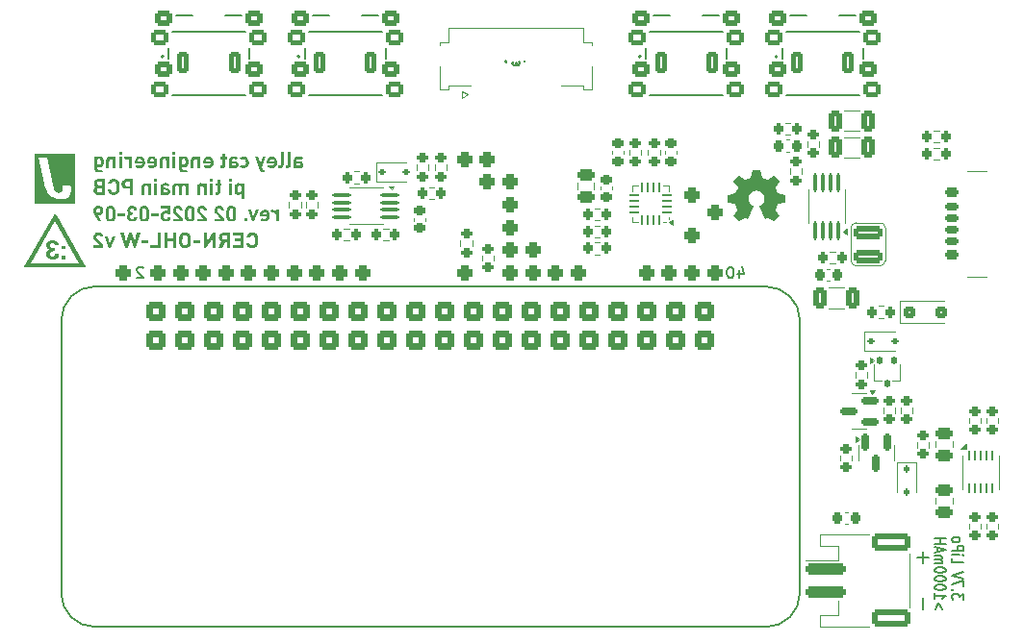
<source format=gbo>
G04 #@! TF.GenerationSoftware,KiCad,Pcbnew,8.0.4*
G04 #@! TF.CreationDate,2025-03-14T20:27:20-07:00*
G04 #@! TF.ProjectId,mintypcb,6d696e74-7970-4636-922e-6b696361645f,2*
G04 #@! TF.SameCoordinates,Original*
G04 #@! TF.FileFunction,Legend,Bot*
G04 #@! TF.FilePolarity,Positive*
%FSLAX46Y46*%
G04 Gerber Fmt 4.6, Leading zero omitted, Abs format (unit mm)*
G04 Created by KiCad (PCBNEW 8.0.4) date 2025-03-14 20:27:20*
%MOMM*%
%LPD*%
G01*
G04 APERTURE LIST*
G04 Aperture macros list*
%AMRoundRect*
0 Rectangle with rounded corners*
0 $1 Rounding radius*
0 $2 $3 $4 $5 $6 $7 $8 $9 X,Y pos of 4 corners*
0 Add a 4 corners polygon primitive as box body*
4,1,4,$2,$3,$4,$5,$6,$7,$8,$9,$2,$3,0*
0 Add four circle primitives for the rounded corners*
1,1,$1+$1,$2,$3*
1,1,$1+$1,$4,$5*
1,1,$1+$1,$6,$7*
1,1,$1+$1,$8,$9*
0 Add four rect primitives between the rounded corners*
20,1,$1+$1,$2,$3,$4,$5,0*
20,1,$1+$1,$4,$5,$6,$7,0*
20,1,$1+$1,$6,$7,$8,$9,0*
20,1,$1+$1,$8,$9,$2,$3,0*%
G04 Aperture macros list end*
%ADD10C,0.199194*%
%ADD11C,0.000000*%
%ADD12C,0.150000*%
%ADD13C,0.200000*%
%ADD14C,0.400000*%
%ADD15C,0.120000*%
%ADD16C,0.127000*%
%ADD17C,0.100000*%
%ADD18RoundRect,0.175000X-0.425000X0.175000X-0.425000X-0.175000X0.425000X-0.175000X0.425000X0.175000X0*%
%ADD19RoundRect,0.190000X0.410000X-0.190000X0.410000X0.190000X-0.410000X0.190000X-0.410000X-0.190000X0*%
%ADD20RoundRect,0.200000X0.400000X-0.200000X0.400000X0.200000X-0.400000X0.200000X-0.400000X-0.200000X0*%
%ADD21RoundRect,0.175000X0.425000X-0.175000X0.425000X0.175000X-0.425000X0.175000X-0.425000X-0.175000X0*%
%ADD22RoundRect,0.190000X-0.410000X0.190000X-0.410000X-0.190000X0.410000X-0.190000X0.410000X0.190000X0*%
%ADD23RoundRect,0.200000X-0.400000X0.200000X-0.400000X-0.200000X0.400000X-0.200000X0.400000X0.200000X0*%
%ADD24O,1.700000X1.100000*%
%ADD25C,4.000000*%
%ADD26RoundRect,0.282493X-0.569507X-0.569507X0.569507X-0.569507X0.569507X0.569507X-0.569507X0.569507X0*%
%ADD27RoundRect,0.200000X0.200000X0.275000X-0.200000X0.275000X-0.200000X-0.275000X0.200000X-0.275000X0*%
%ADD28RoundRect,0.325000X-0.325000X0.325000X-0.325000X-0.325000X0.325000X-0.325000X0.325000X0.325000X0*%
%ADD29RoundRect,0.325000X0.325000X0.325000X-0.325000X0.325000X-0.325000X-0.325000X0.325000X-0.325000X0*%
%ADD30RoundRect,0.112500X-0.187500X-0.112500X0.187500X-0.112500X0.187500X0.112500X-0.187500X0.112500X0*%
%ADD31RoundRect,0.225000X0.225000X0.250000X-0.225000X0.250000X-0.225000X-0.250000X0.225000X-0.250000X0*%
%ADD32RoundRect,0.100000X0.712500X0.100000X-0.712500X0.100000X-0.712500X-0.100000X0.712500X-0.100000X0*%
%ADD33RoundRect,0.200000X-0.200000X-0.275000X0.200000X-0.275000X0.200000X0.275000X-0.200000X0.275000X0*%
%ADD34RoundRect,0.200000X0.275000X-0.200000X0.275000X0.200000X-0.275000X0.200000X-0.275000X-0.200000X0*%
%ADD35RoundRect,0.250000X0.475000X-0.250000X0.475000X0.250000X-0.475000X0.250000X-0.475000X-0.250000X0*%
%ADD36RoundRect,0.200000X-0.275000X0.200000X-0.275000X-0.200000X0.275000X-0.200000X0.275000X0.200000X0*%
%ADD37RoundRect,0.200000X0.550000X0.450000X-0.550000X0.450000X-0.550000X-0.450000X0.550000X-0.450000X0*%
%ADD38O,2.300000X1.100000*%
%ADD39RoundRect,0.260000X-0.515000X-0.390000X0.515000X-0.390000X0.515000X0.390000X-0.515000X0.390000X0*%
%ADD40RoundRect,0.200000X0.300000X0.750000X-0.300000X0.750000X-0.300000X-0.750000X0.300000X-0.750000X0*%
%ADD41RoundRect,0.250000X-0.475000X0.250000X-0.475000X-0.250000X0.475000X-0.250000X0.475000X0.250000X0*%
%ADD42RoundRect,0.225000X-0.250000X0.225000X-0.250000X-0.225000X0.250000X-0.225000X0.250000X0.225000X0*%
%ADD43RoundRect,0.250000X-1.500000X0.250000X-1.500000X-0.250000X1.500000X-0.250000X1.500000X0.250000X0*%
%ADD44RoundRect,0.250001X-1.449999X0.499999X-1.449999X-0.499999X1.449999X-0.499999X1.449999X0.499999X0*%
%ADD45RoundRect,0.250000X0.325000X0.650000X-0.325000X0.650000X-0.325000X-0.650000X0.325000X-0.650000X0*%
%ADD46RoundRect,0.235000X1.040000X-0.352500X1.040000X0.352500X-1.040000X0.352500X-1.040000X-0.352500X0*%
%ADD47C,2.000000*%
%ADD48RoundRect,0.250000X-0.325000X-0.650000X0.325000X-0.650000X0.325000X0.650000X-0.325000X0.650000X0*%
%ADD49RoundRect,0.112500X-0.112500X-0.237500X0.112500X-0.237500X0.112500X0.237500X-0.112500X0.237500X0*%
%ADD50RoundRect,0.100000X0.100000X-0.712500X0.100000X0.712500X-0.100000X0.712500X-0.100000X-0.712500X0*%
%ADD51RoundRect,0.112500X-0.112500X0.187500X-0.112500X-0.187500X0.112500X-0.187500X0.112500X0.187500X0*%
%ADD52RoundRect,0.218750X0.218750X0.256250X-0.218750X0.256250X-0.218750X-0.256250X0.218750X-0.256250X0*%
%ADD53RoundRect,0.062500X-0.062500X0.350000X-0.062500X-0.350000X0.062500X-0.350000X0.062500X0.350000X0*%
%ADD54R,2.350000X1.580000*%
%ADD55RoundRect,0.150000X-0.150000X0.587500X-0.150000X-0.587500X0.150000X-0.587500X0.150000X0.587500X0*%
%ADD56R,0.400000X1.000000*%
%ADD57R,2.000000X1.300000*%
%ADD58C,1.300000*%
%ADD59RoundRect,0.150000X0.587500X0.150000X-0.587500X0.150000X-0.587500X-0.150000X0.587500X-0.150000X0*%
%ADD60RoundRect,0.062500X0.062500X-0.350000X0.062500X0.350000X-0.062500X0.350000X-0.062500X-0.350000X0*%
%ADD61RoundRect,0.062500X0.350000X-0.062500X0.350000X0.062500X-0.350000X0.062500X-0.350000X-0.062500X0*%
%ADD62R,1.230000X1.230000*%
%ADD63RoundRect,0.225000X0.250000X-0.225000X0.250000X0.225000X-0.250000X0.225000X-0.250000X-0.225000X0*%
%ADD64RoundRect,0.250000X-0.300000X-0.300000X0.300000X-0.300000X0.300000X0.300000X-0.300000X0.300000X0*%
G04 APERTURE END LIST*
D10*
X92638217Y-55434019D02*
X92635763Y-55434564D01*
X93745875Y-55664187D02*
X93759369Y-55648936D01*
X93474710Y-55619018D02*
X93477125Y-55614697D01*
X93396443Y-55701786D02*
X93400027Y-55699712D01*
X92647504Y-55332152D02*
X92648901Y-55336520D01*
X93673965Y-55712269D02*
X93679580Y-55712470D01*
X93373763Y-55710073D02*
X93375690Y-55710007D01*
X92620976Y-55311057D02*
X92626662Y-55317923D01*
X93275244Y-55672605D02*
X93279216Y-55676940D01*
X93819143Y-55528556D02*
X93820527Y-55520324D01*
X93202745Y-55467725D02*
X93201579Y-55477071D01*
X92615408Y-55305869D02*
X92616212Y-55306519D01*
X93700706Y-55709102D02*
X93704198Y-55706518D01*
X93200374Y-55521809D02*
X93201159Y-55530036D01*
X93216282Y-55408712D02*
X93214997Y-55412727D01*
X92619770Y-55432916D02*
X92615797Y-55431673D01*
X92593835Y-55412716D02*
X92592883Y-55410964D01*
X93449762Y-55654946D02*
X93453285Y-55650512D01*
X94307069Y-55374991D02*
X94307159Y-55376341D01*
X92636591Y-55316403D02*
X92638380Y-55318058D01*
X93392932Y-55703676D02*
X93396443Y-55701786D01*
X92592235Y-55374358D02*
X92593556Y-55366199D01*
X92650344Y-55341683D02*
X92651831Y-55347636D01*
X92656581Y-55400166D02*
X92655887Y-55404906D01*
X93279216Y-55676940D02*
X93282361Y-55679395D01*
X93791996Y-55607305D02*
X93795583Y-55600756D01*
X92662760Y-55454664D02*
X92659772Y-55457711D01*
X93217751Y-55403952D02*
X93216282Y-55408712D01*
X93813970Y-55472752D02*
X93813541Y-55474342D01*
X93809982Y-55397458D02*
X93811206Y-55401490D01*
X93788268Y-55613307D02*
X93791996Y-55607305D01*
X92653362Y-55354375D02*
X92654936Y-55361896D01*
X92638380Y-55318058D02*
X92640143Y-55319852D01*
X92644848Y-55429945D02*
X92643658Y-55431073D01*
X92590924Y-55405814D02*
X92590566Y-55403771D01*
X92648901Y-55336520D02*
X92650344Y-55341683D01*
X93199949Y-55513281D02*
X93200374Y-55521809D01*
X93587907Y-55632022D02*
X93595202Y-55647973D01*
X92610352Y-55309789D02*
X92611316Y-55308654D01*
X93383079Y-55708079D02*
X93386225Y-55706839D01*
X93635373Y-55704847D02*
X93640020Y-55706427D01*
X93814696Y-55468893D02*
X93814355Y-55470941D01*
X93201159Y-55530036D02*
X93202322Y-55537915D01*
X93811206Y-55401490D02*
X93812278Y-55405570D01*
X92632935Y-55313514D02*
X92634775Y-55314888D01*
X93645143Y-55707864D02*
X93650631Y-55709139D01*
X92621354Y-55308243D02*
X92623348Y-55308765D01*
X92623348Y-55308765D02*
X92625316Y-55309430D01*
X92665524Y-55451654D02*
X92662760Y-55454664D01*
X92650008Y-55422863D02*
X92649082Y-55424463D01*
X93821446Y-55472481D02*
X93820027Y-55462840D01*
X92634775Y-55314888D02*
X92636591Y-55316403D01*
X93815757Y-55454564D02*
X93815628Y-55458026D01*
X94305403Y-55386370D02*
X94304968Y-55387061D01*
X93821611Y-55512302D02*
X93822381Y-55504561D01*
X93602198Y-55662346D02*
X93608807Y-55674910D01*
X94304020Y-55359497D02*
X94304562Y-55361535D01*
X92657284Y-55390032D02*
X92657047Y-55395201D01*
X92590566Y-55403771D02*
X92590331Y-55401418D01*
X92602253Y-55426016D02*
X92597181Y-55423469D01*
X92651831Y-55347636D02*
X92653362Y-55354375D01*
X93807063Y-55389455D02*
X93808602Y-55393453D01*
X93805362Y-55385442D02*
X93807063Y-55389455D01*
X93270744Y-55666981D02*
X93275244Y-55672605D01*
X92624572Y-55347713D02*
X92605759Y-55411002D01*
X93542811Y-55516224D02*
X93557505Y-55557101D01*
X93205886Y-55449002D02*
X93204185Y-55458353D01*
X92679223Y-55428156D02*
X92678354Y-55431094D01*
X93704198Y-55706518D02*
X93708569Y-55702759D01*
X93483454Y-55600609D02*
X93485716Y-55592798D01*
X92615797Y-55431673D02*
X92611556Y-55430112D01*
X92643213Y-55340815D02*
X92652576Y-55355195D01*
X93435130Y-55671712D02*
X93438839Y-55667707D01*
X92619335Y-55307865D02*
X92621354Y-55308243D01*
X92590331Y-55401418D02*
X92590211Y-55395879D01*
X93386225Y-55706839D02*
X93389518Y-55705366D01*
X93781619Y-55622261D02*
X93785427Y-55617290D01*
X93212402Y-55421534D02*
X93210009Y-55430547D01*
X92596151Y-55416263D02*
X92594926Y-55414483D01*
D11*
G36*
X55616642Y-73335611D02*
G01*
X55621205Y-73344113D01*
X55625159Y-73352815D01*
X55628506Y-73361689D01*
X55631243Y-73370702D01*
X55633373Y-73379825D01*
X55634894Y-73389029D01*
X55635806Y-73398282D01*
X55636110Y-73407555D01*
X55635806Y-73416818D01*
X55634894Y-73426039D01*
X55633373Y-73435190D01*
X55631243Y-73444240D01*
X55628506Y-73453159D01*
X55625159Y-73461917D01*
X55621205Y-73470483D01*
X55616642Y-73478828D01*
X55614146Y-73482971D01*
X55611527Y-73487008D01*
X55608789Y-73490936D01*
X55605936Y-73494755D01*
X55602969Y-73498462D01*
X55599893Y-73502056D01*
X55596710Y-73505535D01*
X55593425Y-73508898D01*
X55590040Y-73512143D01*
X55586559Y-73515268D01*
X55582984Y-73518272D01*
X55579320Y-73521153D01*
X55575569Y-73523910D01*
X55571735Y-73526540D01*
X55567821Y-73529043D01*
X55563830Y-73531416D01*
X55559766Y-73533658D01*
X55555632Y-73535767D01*
X55551431Y-73537742D01*
X55547166Y-73539580D01*
X55542841Y-73541281D01*
X55538459Y-73542843D01*
X55534023Y-73544264D01*
X55529537Y-73545542D01*
X55525003Y-73546676D01*
X55520426Y-73547664D01*
X55515807Y-73548504D01*
X55511152Y-73549196D01*
X55506462Y-73549736D01*
X55501742Y-73550124D01*
X55496994Y-73550359D01*
X55492222Y-73550437D01*
X50411585Y-73550437D01*
X50402065Y-73550115D01*
X50392655Y-73549159D01*
X50383382Y-73547587D01*
X50374271Y-73545416D01*
X50365348Y-73542663D01*
X50356641Y-73539344D01*
X50348175Y-73535478D01*
X50339977Y-73531080D01*
X50332072Y-73526169D01*
X50324487Y-73520760D01*
X50317249Y-73514872D01*
X50310382Y-73508521D01*
X50303915Y-73501723D01*
X50297872Y-73494498D01*
X50292280Y-73486860D01*
X50287166Y-73478828D01*
X50282603Y-73470326D01*
X50278648Y-73461623D01*
X50275302Y-73452750D01*
X50272564Y-73443737D01*
X50270435Y-73434614D01*
X50268914Y-73425410D01*
X50268001Y-73416157D01*
X50267697Y-73406884D01*
X50268001Y-73397621D01*
X50268914Y-73388399D01*
X50270435Y-73379248D01*
X50272564Y-73370198D01*
X50275302Y-73361279D01*
X50278648Y-73352522D01*
X50282603Y-73343955D01*
X50287166Y-73335611D01*
X50375276Y-73182986D01*
X50799570Y-73182986D01*
X55104246Y-73182986D01*
X52951903Y-69454688D01*
X50799570Y-73182986D01*
X50375276Y-73182986D01*
X52827484Y-68935257D01*
X52829979Y-68931114D01*
X52832598Y-68927077D01*
X52835336Y-68923149D01*
X52838190Y-68919330D01*
X52841156Y-68915623D01*
X52844233Y-68912029D01*
X52847415Y-68908550D01*
X52850700Y-68905187D01*
X52854085Y-68901942D01*
X52857567Y-68898817D01*
X52861141Y-68895813D01*
X52864805Y-68892932D01*
X52868556Y-68890175D01*
X52872390Y-68887545D01*
X52876304Y-68885042D01*
X52880295Y-68882669D01*
X52884359Y-68880427D01*
X52888493Y-68878318D01*
X52892694Y-68876344D01*
X52896959Y-68874505D01*
X52901284Y-68872804D01*
X52905666Y-68871242D01*
X52910102Y-68869821D01*
X52914589Y-68868543D01*
X52919122Y-68867409D01*
X52923700Y-68866421D01*
X52928318Y-68865581D01*
X52932973Y-68864890D01*
X52937663Y-68864349D01*
X52942383Y-68863961D01*
X52947131Y-68863727D01*
X52951903Y-68863648D01*
X52961424Y-68863971D01*
X52970834Y-68864926D01*
X52980107Y-68866498D01*
X52989218Y-68868669D01*
X52998141Y-68871423D01*
X53006848Y-68874741D01*
X53015314Y-68878607D01*
X53023512Y-68883005D01*
X53031417Y-68887916D01*
X53039002Y-68893325D01*
X53046240Y-68899213D01*
X53053107Y-68905564D01*
X53059574Y-68912362D01*
X53065617Y-68919587D01*
X53071209Y-68927225D01*
X53076324Y-68935257D01*
X55528532Y-73182986D01*
X55616642Y-73335611D01*
G37*
D10*
X92640143Y-55319852D02*
X92641881Y-55321785D01*
X92652576Y-55355195D02*
X92657201Y-55362758D01*
X93410960Y-55692560D02*
X93414582Y-55689920D01*
X93342871Y-55704048D02*
X93350263Y-55706059D01*
X93719421Y-55692334D02*
X93732208Y-55679065D01*
X93421646Y-55684358D02*
X93425037Y-55681470D01*
X93202322Y-55537915D02*
X93203875Y-55545399D01*
X93249378Y-55635147D02*
X93260543Y-55652575D01*
X93217737Y-55578948D02*
X93227210Y-55596911D01*
X93516304Y-55441931D02*
X93517974Y-55436939D01*
D12*
X129300000Y-98600000D02*
X129300000Y-99600000D01*
D10*
X92619135Y-55309111D02*
X92619785Y-55309760D01*
X93286645Y-55682053D02*
X93291909Y-55684861D01*
X92598837Y-55341500D02*
X92600888Y-55333843D01*
X92656591Y-55373521D02*
X92657058Y-55379170D01*
X93626582Y-55700383D02*
X93627961Y-55701326D01*
X92654967Y-55409399D02*
X92653825Y-55413623D01*
X92594926Y-55414483D02*
X92593835Y-55412716D01*
X93291909Y-55684861D02*
X93297994Y-55687762D01*
X92647071Y-55427393D02*
X92645986Y-55428718D01*
X93808602Y-55393453D02*
X93809982Y-55397458D01*
X94304562Y-55361535D02*
X94305052Y-55363491D01*
X92640433Y-55433195D02*
X92638217Y-55434019D01*
X94305879Y-55367158D02*
X94306217Y-55368874D01*
X93214997Y-55412727D02*
X93212402Y-55421534D01*
X92592883Y-55410964D02*
X92592077Y-55409228D01*
X93810899Y-55562212D02*
X93813337Y-55553827D01*
X92653825Y-55413623D02*
X92652461Y-55417556D01*
X93418153Y-55687181D02*
X93421646Y-55684358D01*
X92580238Y-55413768D02*
X92624884Y-55357745D01*
X93438839Y-55667707D02*
X93442524Y-55663564D01*
X94306677Y-55383071D02*
X94306429Y-55383979D01*
X93210356Y-55563651D02*
X93217737Y-55578948D01*
X93204185Y-55458353D02*
X93202745Y-55467725D01*
D11*
G36*
X52771587Y-71141630D02*
G01*
X52801637Y-71143035D01*
X52830905Y-71145381D01*
X52859383Y-71148672D01*
X52887064Y-71152911D01*
X52913941Y-71158101D01*
X52940007Y-71164246D01*
X52965257Y-71171349D01*
X52989682Y-71179413D01*
X53013275Y-71188443D01*
X53036031Y-71198442D01*
X53057942Y-71209412D01*
X53079001Y-71221358D01*
X53099202Y-71234282D01*
X53118537Y-71248189D01*
X53137000Y-71263082D01*
X53154914Y-71278799D01*
X53171729Y-71295183D01*
X53187445Y-71312240D01*
X53202062Y-71329976D01*
X53215581Y-71348400D01*
X53228000Y-71367518D01*
X53239320Y-71387336D01*
X53249541Y-71407861D01*
X53258663Y-71429102D01*
X53266686Y-71451063D01*
X53273610Y-71473752D01*
X53279435Y-71497177D01*
X53284161Y-71521343D01*
X53287787Y-71546258D01*
X53290315Y-71571928D01*
X53291744Y-71598361D01*
X52933018Y-71598361D01*
X52932386Y-71586656D01*
X52931370Y-71575277D01*
X52929968Y-71564221D01*
X52928182Y-71553484D01*
X52926012Y-71543063D01*
X52923457Y-71532955D01*
X52920517Y-71523156D01*
X52917192Y-71513662D01*
X52913483Y-71504471D01*
X52909389Y-71495578D01*
X52904910Y-71486981D01*
X52900047Y-71478676D01*
X52894799Y-71470660D01*
X52889167Y-71462928D01*
X52883149Y-71455478D01*
X52876747Y-71448306D01*
X52869603Y-71441905D01*
X52862236Y-71435892D01*
X52854641Y-71430270D01*
X52846817Y-71425043D01*
X52838759Y-71420215D01*
X52830464Y-71415788D01*
X52821929Y-71411767D01*
X52813150Y-71408155D01*
X52804123Y-71404954D01*
X52794846Y-71402169D01*
X52785315Y-71399804D01*
X52775526Y-71397860D01*
X52765476Y-71396343D01*
X52755162Y-71395255D01*
X52744580Y-71394599D01*
X52733726Y-71394380D01*
X52722846Y-71394599D01*
X52712189Y-71395255D01*
X52701760Y-71396343D01*
X52691560Y-71397860D01*
X52681593Y-71399804D01*
X52671864Y-71402169D01*
X52662375Y-71404954D01*
X52653130Y-71408155D01*
X52644132Y-71411767D01*
X52635385Y-71415788D01*
X52626892Y-71420215D01*
X52618657Y-71425043D01*
X52610683Y-71430270D01*
X52602973Y-71435892D01*
X52595531Y-71441905D01*
X52588360Y-71448306D01*
X52581546Y-71455424D01*
X52575172Y-71462717D01*
X52569237Y-71470196D01*
X52563742Y-71477870D01*
X52558686Y-71485751D01*
X52554070Y-71493848D01*
X52549894Y-71502171D01*
X52546157Y-71510731D01*
X52542860Y-71519539D01*
X52540002Y-71528605D01*
X52537584Y-71537938D01*
X52535606Y-71547549D01*
X52534067Y-71557449D01*
X52532968Y-71567648D01*
X52532309Y-71578156D01*
X52532089Y-71588983D01*
X52532446Y-71603709D01*
X52533513Y-71617993D01*
X52535288Y-71631830D01*
X52537768Y-71645217D01*
X52540947Y-71658151D01*
X52544824Y-71670628D01*
X52547023Y-71676694D01*
X52549395Y-71682644D01*
X52551940Y-71688479D01*
X52554656Y-71694197D01*
X52557545Y-71699799D01*
X52560604Y-71705283D01*
X52563835Y-71710650D01*
X52567236Y-71715899D01*
X52570807Y-71721029D01*
X52574547Y-71726040D01*
X52578457Y-71730932D01*
X52582535Y-71735704D01*
X52586782Y-71740356D01*
X52591196Y-71744888D01*
X52595778Y-71749298D01*
X52600527Y-71753587D01*
X52610525Y-71761798D01*
X52621185Y-71769518D01*
X52632725Y-71777184D01*
X52645363Y-71784355D01*
X52659101Y-71791032D01*
X52673938Y-71797214D01*
X52689874Y-71802901D01*
X52706910Y-71808094D01*
X52725044Y-71812793D01*
X52744277Y-71816996D01*
X52764609Y-71820706D01*
X52786040Y-71823920D01*
X52808570Y-71826640D01*
X52832200Y-71828866D01*
X52856928Y-71830597D01*
X52882755Y-71831833D01*
X52937707Y-71832822D01*
X52937707Y-72107142D01*
X52914261Y-72107142D01*
X52887966Y-72107363D01*
X52862712Y-72108026D01*
X52838495Y-72109136D01*
X52815311Y-72110696D01*
X52793158Y-72112709D01*
X52772032Y-72115179D01*
X52751930Y-72118109D01*
X52732847Y-72121503D01*
X52714781Y-72125364D01*
X52697728Y-72129695D01*
X52681685Y-72134501D01*
X52666648Y-72139784D01*
X52652614Y-72145547D01*
X52639580Y-72151795D01*
X52627541Y-72158531D01*
X52616495Y-72165758D01*
X52606687Y-72173066D01*
X52597487Y-72180924D01*
X52588898Y-72189332D01*
X52580923Y-72198289D01*
X52573567Y-72207796D01*
X52566833Y-72217852D01*
X52560723Y-72228458D01*
X52555242Y-72239613D01*
X52550394Y-72251318D01*
X52546180Y-72263572D01*
X52542605Y-72276376D01*
X52539673Y-72289729D01*
X52537386Y-72303632D01*
X52535748Y-72318084D01*
X52534763Y-72333086D01*
X52534434Y-72348637D01*
X52534654Y-72360809D01*
X52535318Y-72372706D01*
X52536428Y-72384329D01*
X52537988Y-72395676D01*
X52540001Y-72406749D01*
X52542471Y-72417547D01*
X52545401Y-72428070D01*
X52548795Y-72438319D01*
X52552656Y-72448292D01*
X52556987Y-72457991D01*
X52561792Y-72467416D01*
X52567075Y-72476565D01*
X52572839Y-72485440D01*
X52579087Y-72494040D01*
X52585823Y-72502365D01*
X52593049Y-72510416D01*
X52600660Y-72517669D01*
X52608541Y-72524479D01*
X52616691Y-72530842D01*
X52625104Y-72536756D01*
X52633779Y-72542216D01*
X52642712Y-72547220D01*
X52651899Y-72551763D01*
X52661336Y-72555843D01*
X52671021Y-72559455D01*
X52680949Y-72562597D01*
X52691118Y-72565265D01*
X52701524Y-72567456D01*
X52712164Y-72569166D01*
X52723033Y-72570391D01*
X52734130Y-72571129D01*
X52745449Y-72571376D01*
X52757594Y-72571156D01*
X52769408Y-72570497D01*
X52780893Y-72569397D01*
X52792048Y-72567859D01*
X52802874Y-72565881D01*
X52813370Y-72563463D01*
X52823536Y-72560605D01*
X52833372Y-72557308D01*
X52842879Y-72553571D01*
X52852056Y-72549395D01*
X52860903Y-72544779D01*
X52869421Y-72539723D01*
X52877608Y-72534228D01*
X52885466Y-72528293D01*
X52892995Y-72521919D01*
X52900194Y-72515105D01*
X52906595Y-72507879D01*
X52912613Y-72500268D01*
X52918245Y-72492272D01*
X52923493Y-72483892D01*
X52928356Y-72475127D01*
X52932835Y-72465978D01*
X52936929Y-72456444D01*
X52940638Y-72446525D01*
X52943963Y-72436221D01*
X52946903Y-72425533D01*
X52949458Y-72414461D01*
X52951629Y-72403003D01*
X52953415Y-72391161D01*
X52954816Y-72378934D01*
X52955832Y-72366323D01*
X52956464Y-72353327D01*
X53312845Y-72353327D01*
X53312845Y-72362705D01*
X53312296Y-72391280D01*
X53310647Y-72418976D01*
X53307900Y-72445792D01*
X53304053Y-72471730D01*
X53299107Y-72496788D01*
X53293063Y-72520966D01*
X53285919Y-72544266D01*
X53277676Y-72566686D01*
X53268334Y-72588227D01*
X53257894Y-72608889D01*
X53246354Y-72628672D01*
X53233715Y-72647575D01*
X53219977Y-72665600D01*
X53205140Y-72682745D01*
X53189204Y-72699010D01*
X53172169Y-72714397D01*
X53154118Y-72728877D01*
X53135136Y-72742422D01*
X53115227Y-72755034D01*
X53094394Y-72766711D01*
X53072640Y-72777454D01*
X53049970Y-72787263D01*
X53026385Y-72796138D01*
X53001891Y-72804078D01*
X52976490Y-72811085D01*
X52950186Y-72817157D01*
X52922982Y-72822295D01*
X52894882Y-72826499D01*
X52865888Y-72829768D01*
X52836005Y-72832104D01*
X52805236Y-72833505D01*
X52773585Y-72833972D01*
X52741823Y-72833450D01*
X52710724Y-72831879D01*
X52680292Y-72829258D01*
X52650529Y-72825583D01*
X52621439Y-72820850D01*
X52593027Y-72815055D01*
X52565294Y-72808196D01*
X52538244Y-72800268D01*
X52511881Y-72791269D01*
X52486209Y-72781196D01*
X52461231Y-72770043D01*
X52436949Y-72757809D01*
X52413369Y-72744489D01*
X52390492Y-72730081D01*
X52368323Y-72714581D01*
X52346865Y-72697985D01*
X52326010Y-72680565D01*
X52306526Y-72662596D01*
X52288408Y-72644077D01*
X52271654Y-72625009D01*
X52256260Y-72605391D01*
X52242223Y-72585224D01*
X52229539Y-72564507D01*
X52218204Y-72543240D01*
X52208216Y-72521424D01*
X52199571Y-72499059D01*
X52192265Y-72476144D01*
X52186296Y-72452680D01*
X52181658Y-72428666D01*
X52178350Y-72404102D01*
X52176368Y-72378989D01*
X52175708Y-72353327D01*
X52176038Y-72335467D01*
X52177027Y-72317938D01*
X52178676Y-72300738D01*
X52180984Y-72283868D01*
X52183951Y-72267327D01*
X52187578Y-72251116D01*
X52191864Y-72235235D01*
X52196810Y-72219684D01*
X52202415Y-72204462D01*
X52208679Y-72189570D01*
X52215603Y-72175008D01*
X52223187Y-72160775D01*
X52231429Y-72146872D01*
X52240332Y-72133299D01*
X52249893Y-72120056D01*
X52260114Y-72107142D01*
X52270967Y-72094613D01*
X52282420Y-72082519D01*
X52294471Y-72070858D01*
X52307116Y-72059627D01*
X52320352Y-72048822D01*
X52334176Y-72038439D01*
X52348583Y-72028475D01*
X52363570Y-72018926D01*
X52379135Y-72009790D01*
X52395273Y-72001062D01*
X52411981Y-71992740D01*
X52429256Y-71984819D01*
X52447094Y-71977297D01*
X52465492Y-71970170D01*
X52484447Y-71963435D01*
X52503954Y-71957087D01*
X52484474Y-71950768D01*
X52465602Y-71944118D01*
X52447342Y-71937139D01*
X52429696Y-71929831D01*
X52412668Y-71922193D01*
X52396262Y-71914224D01*
X52380481Y-71905927D01*
X52365329Y-71897299D01*
X52350808Y-71888342D01*
X52336923Y-71879055D01*
X52323677Y-71869439D01*
X52311073Y-71859492D01*
X52299115Y-71849216D01*
X52287805Y-71838611D01*
X52277149Y-71827675D01*
X52267148Y-71816410D01*
X52257779Y-71804402D01*
X52249014Y-71792112D01*
X52240854Y-71779534D01*
X52233298Y-71766661D01*
X52226346Y-71753485D01*
X52220000Y-71740000D01*
X52214257Y-71726199D01*
X52209119Y-71712075D01*
X52204586Y-71697622D01*
X52200657Y-71682831D01*
X52197332Y-71667698D01*
X52194612Y-71652214D01*
X52192496Y-71636373D01*
X52190985Y-71620168D01*
X52190078Y-71603592D01*
X52189776Y-71586638D01*
X52190354Y-71563146D01*
X52192089Y-71540149D01*
X52194984Y-71517646D01*
X52199045Y-71495638D01*
X52204272Y-71474124D01*
X52210671Y-71453105D01*
X52218245Y-71432581D01*
X52226997Y-71412551D01*
X52236930Y-71393015D01*
X52248048Y-71373974D01*
X52260354Y-71355428D01*
X52273852Y-71337376D01*
X52288545Y-71319819D01*
X52304437Y-71302757D01*
X52321531Y-71286189D01*
X52339831Y-71270115D01*
X52359119Y-71254371D01*
X52379177Y-71239667D01*
X52400003Y-71226001D01*
X52421599Y-71213368D01*
X52443965Y-71201766D01*
X52467100Y-71191191D01*
X52491004Y-71181639D01*
X52515677Y-71173107D01*
X52541120Y-71165592D01*
X52567332Y-71159090D01*
X52594313Y-71153598D01*
X52622064Y-71149112D01*
X52650584Y-71145628D01*
X52679873Y-71143145D01*
X52709932Y-71141657D01*
X52740760Y-71141162D01*
X52771587Y-71141630D01*
G37*
D10*
X92643593Y-55323856D02*
X92644215Y-55324734D01*
X93238012Y-55616118D02*
X93249378Y-55635147D01*
X93485716Y-55592798D02*
X93490521Y-55572280D01*
X92678354Y-55431094D02*
X92677239Y-55434019D01*
X92677239Y-55434019D02*
X92675880Y-55436938D01*
X93820527Y-55520324D02*
X93821611Y-55512302D01*
X92665869Y-55378118D02*
X92669724Y-55385708D01*
X93820027Y-55462840D02*
X93818253Y-55452893D01*
X93815746Y-55432268D02*
X93815866Y-55437286D01*
X93327377Y-55699201D02*
X93335189Y-55701743D01*
X92620399Y-55310408D02*
X92620692Y-55310733D01*
X94306217Y-55368874D02*
X94306505Y-55370514D01*
X92634692Y-55448319D02*
X92629379Y-55444927D01*
X93815866Y-55437286D02*
X93815898Y-55442151D01*
X92626928Y-55434472D02*
X92623479Y-55433848D01*
X93795583Y-55600756D02*
X93799015Y-55593728D01*
X92668061Y-55448675D02*
X92665524Y-55451654D01*
X92680319Y-55419210D02*
X92680296Y-55420720D01*
X93818253Y-55452893D02*
X93816202Y-55442802D01*
X92676008Y-55400196D02*
X92678250Y-55406887D01*
X92613125Y-55307601D02*
X92615220Y-55307544D01*
X93814993Y-55466593D02*
X93814696Y-55468893D01*
X92590211Y-55395879D02*
X92590518Y-55389393D01*
X93796846Y-55368812D02*
X93799239Y-55373098D01*
X92645986Y-55428718D02*
X92644848Y-55429945D01*
X94306931Y-55373570D02*
X94307069Y-55374991D01*
X93472104Y-55623424D02*
X93474710Y-55619018D01*
X94305792Y-55385627D02*
X94305403Y-55386370D01*
X92669724Y-55385708D02*
X92673135Y-55393102D01*
X93817474Y-55536929D02*
X93819143Y-55528556D01*
X92655887Y-55404906D02*
X92654967Y-55409399D01*
X92651092Y-55457873D02*
X92645594Y-55454807D01*
X92641881Y-55321785D02*
X92643593Y-55323856D01*
X92624219Y-55441458D02*
X92619255Y-55437926D01*
X93428301Y-55678531D02*
X93431413Y-55675559D01*
X93357207Y-55707723D02*
X93363544Y-55708983D01*
X93785427Y-55617290D02*
X93788268Y-55613307D01*
X93500644Y-55519980D02*
X93510267Y-55468522D01*
X92657201Y-55362758D02*
X92661663Y-55370433D01*
X93713688Y-55697979D02*
X93719421Y-55692334D01*
X92675880Y-55436938D02*
X92674280Y-55439857D01*
X94292000Y-55320743D02*
X94296708Y-55335611D01*
X93822436Y-55481652D02*
X93821446Y-55472481D01*
X93523393Y-55455870D02*
X93529398Y-55475550D01*
X92611556Y-55430112D02*
X92607043Y-55428229D01*
X93203875Y-55545399D02*
X93205833Y-55552444D01*
X93210009Y-55430547D02*
X93207832Y-55439718D01*
X93304742Y-55690702D02*
X93311995Y-55693626D01*
X94306429Y-55383979D02*
X94306134Y-55384830D01*
X93809131Y-55413291D02*
X93796846Y-55368812D01*
X93814355Y-55470941D02*
X93813970Y-55472752D01*
X93620507Y-55693680D02*
X93625421Y-55699420D01*
X92614535Y-55434346D02*
X92610102Y-55430733D01*
X93400027Y-55699712D02*
X93403657Y-55697472D01*
X93431413Y-55675559D02*
X93435130Y-55671712D01*
X92629176Y-55311188D02*
X92631068Y-55312280D01*
X92617290Y-55307632D02*
X92619335Y-55307865D01*
X92646153Y-55328582D02*
X92647504Y-55332152D01*
X92606002Y-55427103D02*
X92602280Y-55423472D01*
X92600888Y-55333843D02*
X92603010Y-55326799D01*
X92640112Y-55451617D02*
X92634692Y-55448319D01*
X94251955Y-55326618D02*
X94284012Y-55380225D01*
X93529398Y-55475550D02*
X93542811Y-55516224D01*
X93811682Y-55478375D02*
X93811370Y-55478782D01*
X93813984Y-55413963D02*
X93814625Y-55418317D01*
X93297994Y-55687762D02*
X93304742Y-55690702D01*
X93311995Y-55693626D02*
X93319592Y-55696477D01*
X93640020Y-55706427D02*
X93645143Y-55707864D01*
X93201579Y-55477071D02*
X93200701Y-55486346D01*
X94306743Y-55372079D02*
X94306931Y-55373570D01*
X93759369Y-55648936D02*
X93771635Y-55634549D01*
X92680296Y-55420720D02*
X92680208Y-55422221D01*
X93801453Y-55377285D02*
X93803493Y-55381392D01*
X92597181Y-55423469D02*
X92591825Y-55420583D01*
X92643658Y-55431073D02*
X92642416Y-55432098D01*
X94307134Y-55379990D02*
X94307030Y-55381078D01*
X92679766Y-55413074D02*
X92680002Y-55414624D01*
D11*
G36*
X53837648Y-72798803D02*
G01*
X53542227Y-72798803D01*
X53542227Y-72484625D01*
X53837648Y-72484625D01*
X53837648Y-72798803D01*
G37*
D10*
X93595202Y-55647973D02*
X93602198Y-55662346D01*
X93608807Y-55674910D02*
X93614939Y-55685432D01*
X93199872Y-55504497D02*
X93199949Y-55513281D01*
X93822921Y-55490192D02*
X93822436Y-55481652D01*
X92661663Y-55370433D02*
X92665869Y-55378118D01*
X92631068Y-55312280D02*
X92632935Y-55313514D01*
X93684882Y-55712403D02*
X93689759Y-55712051D01*
X94305491Y-55365364D02*
X94305879Y-55367158D01*
X92680173Y-55416163D02*
X92680278Y-55417692D01*
X93815459Y-55461174D02*
X93815247Y-55464025D01*
X92591422Y-55407511D02*
X92590924Y-55405814D01*
D11*
G36*
X114994906Y-64945688D02*
G01*
X114996339Y-64945795D01*
X114997766Y-64945971D01*
X114999183Y-64946214D01*
X115000588Y-64946522D01*
X115001981Y-64946894D01*
X115003358Y-64947328D01*
X115004717Y-64947822D01*
X115006057Y-64948375D01*
X115007375Y-64948984D01*
X115009937Y-64950366D01*
X115012385Y-64951952D01*
X115014704Y-64953731D01*
X115016875Y-64955686D01*
X115018882Y-64957805D01*
X115020707Y-64960072D01*
X115021547Y-64961258D01*
X115022334Y-64962475D01*
X115023068Y-64963723D01*
X115023746Y-64964999D01*
X115024365Y-64966302D01*
X115024925Y-64967629D01*
X115025422Y-64968980D01*
X115025854Y-64970353D01*
X115026220Y-64971745D01*
X115026517Y-64973155D01*
X115145880Y-65614604D01*
X115146548Y-65617452D01*
X115147465Y-65620309D01*
X115148615Y-65623157D01*
X115149983Y-65625978D01*
X115151552Y-65628752D01*
X115153308Y-65631462D01*
X115155232Y-65634088D01*
X115157311Y-65636612D01*
X115159528Y-65639016D01*
X115161866Y-65641280D01*
X115164311Y-65643386D01*
X115166846Y-65645316D01*
X115169456Y-65647050D01*
X115172123Y-65648571D01*
X115174833Y-65649859D01*
X115177570Y-65650896D01*
X115607529Y-65826886D01*
X115610207Y-65828062D01*
X115613045Y-65829044D01*
X115616019Y-65829834D01*
X115619105Y-65830434D01*
X115622276Y-65830846D01*
X115625508Y-65831070D01*
X115628776Y-65831109D01*
X115632056Y-65830965D01*
X115635321Y-65830640D01*
X115638549Y-65830134D01*
X115641712Y-65829450D01*
X115644787Y-65828589D01*
X115647749Y-65827554D01*
X115650573Y-65826345D01*
X115653233Y-65824965D01*
X115655705Y-65823416D01*
X116191560Y-65455666D01*
X116192771Y-65454879D01*
X116194017Y-65454154D01*
X116195297Y-65453490D01*
X116196606Y-65452887D01*
X116197944Y-65452344D01*
X116199305Y-65451861D01*
X116202092Y-65451075D01*
X116204945Y-65450527D01*
X116207843Y-65450215D01*
X116210762Y-65450136D01*
X116213682Y-65450290D01*
X116216580Y-65450673D01*
X116219434Y-65451285D01*
X116222223Y-65452122D01*
X116224925Y-65453183D01*
X116227517Y-65454466D01*
X116228765Y-65455190D01*
X116229977Y-65455969D01*
X116231151Y-65456802D01*
X116232285Y-65457690D01*
X116233374Y-65458632D01*
X116234417Y-65459627D01*
X116685767Y-65910939D01*
X116686759Y-65911985D01*
X116687697Y-65913078D01*
X116688583Y-65914214D01*
X116689414Y-65915391D01*
X116690191Y-65916606D01*
X116690914Y-65917857D01*
X116691582Y-65919140D01*
X116692195Y-65920453D01*
X116692753Y-65921793D01*
X116693255Y-65923157D01*
X116694092Y-65925948D01*
X116694705Y-65928804D01*
X116695090Y-65931702D01*
X116695245Y-65934622D01*
X116695169Y-65937540D01*
X116694859Y-65940435D01*
X116694616Y-65941867D01*
X116694313Y-65943285D01*
X116693951Y-65944686D01*
X116693529Y-65946068D01*
X116693048Y-65947427D01*
X116692505Y-65948762D01*
X116691903Y-65950069D01*
X116691239Y-65951345D01*
X116690514Y-65952588D01*
X116689728Y-65953795D01*
X116328354Y-66480446D01*
X116326813Y-66482935D01*
X116325445Y-66485605D01*
X116324252Y-66488432D01*
X116323235Y-66491392D01*
X116322397Y-66494459D01*
X116321737Y-66497610D01*
X116321259Y-66500821D01*
X116320964Y-66504067D01*
X116320853Y-66507324D01*
X116320928Y-66510568D01*
X116321191Y-66513774D01*
X116321643Y-66516919D01*
X116322285Y-66519978D01*
X116323120Y-66522926D01*
X116324149Y-66525740D01*
X116325373Y-66528395D01*
X116515511Y-66971898D01*
X116516018Y-66973262D01*
X116516590Y-66974621D01*
X116517917Y-66977320D01*
X116519476Y-66979977D01*
X116521246Y-66982577D01*
X116523210Y-66985104D01*
X116525348Y-66987542D01*
X116527642Y-66989875D01*
X116530073Y-66992086D01*
X116532622Y-66994160D01*
X116535272Y-66996080D01*
X116538002Y-66997830D01*
X116540795Y-66999395D01*
X116543632Y-67000758D01*
X116546494Y-67001903D01*
X116549362Y-67002814D01*
X116550792Y-67003176D01*
X116552218Y-67003475D01*
X117172352Y-67118802D01*
X117173766Y-67119105D01*
X117175160Y-67119477D01*
X117176535Y-67119915D01*
X117177888Y-67120417D01*
X117179218Y-67120981D01*
X117180522Y-67121604D01*
X117181799Y-67122286D01*
X117183048Y-67123022D01*
X117184265Y-67123813D01*
X117185451Y-67124654D01*
X117186603Y-67125546D01*
X117187719Y-67126484D01*
X117188797Y-67127467D01*
X117189836Y-67128493D01*
X117190835Y-67129561D01*
X117191790Y-67130667D01*
X117192702Y-67131809D01*
X117193567Y-67132987D01*
X117194384Y-67134196D01*
X117195151Y-67135437D01*
X117195867Y-67136705D01*
X117196530Y-67138000D01*
X117197138Y-67139318D01*
X117197690Y-67140659D01*
X117198183Y-67142020D01*
X117198616Y-67143398D01*
X117198987Y-67144792D01*
X117199295Y-67146200D01*
X117199537Y-67147619D01*
X117199712Y-67149048D01*
X117199819Y-67150484D01*
X117199854Y-67151925D01*
X117199817Y-67790206D01*
X117199781Y-67791647D01*
X117199674Y-67793084D01*
X117199498Y-67794514D01*
X117199255Y-67795935D01*
X117198947Y-67797345D01*
X117198575Y-67798742D01*
X117198141Y-67800123D01*
X117197647Y-67801487D01*
X117196485Y-67804154D01*
X117195104Y-67806724D01*
X117193517Y-67809180D01*
X117191739Y-67811506D01*
X117189783Y-67813684D01*
X117187664Y-67815696D01*
X117185397Y-67817526D01*
X117184211Y-67818367D01*
X117182994Y-67819156D01*
X117181746Y-67819890D01*
X117180470Y-67820568D01*
X117179167Y-67821187D01*
X117177840Y-67821746D01*
X117176489Y-67822241D01*
X117175116Y-67822672D01*
X117173724Y-67823035D01*
X117172315Y-67823328D01*
X116567384Y-67935902D01*
X116565963Y-67936194D01*
X116564538Y-67936552D01*
X116561686Y-67937457D01*
X116558846Y-67938602D01*
X116556037Y-67939969D01*
X116553277Y-67941543D01*
X116550585Y-67943305D01*
X116547980Y-67945241D01*
X116545479Y-67947333D01*
X116543102Y-67949564D01*
X116540866Y-67951919D01*
X116538791Y-67954380D01*
X116536895Y-67956932D01*
X116535196Y-67959556D01*
X116533713Y-67962238D01*
X116532464Y-67964959D01*
X116531934Y-67966330D01*
X116531469Y-67967705D01*
X116342614Y-68439464D01*
X116341445Y-68442148D01*
X116340470Y-68444990D01*
X116339687Y-68447965D01*
X116339094Y-68451050D01*
X116338690Y-68454220D01*
X116338473Y-68457449D01*
X116338440Y-68460715D01*
X116338591Y-68463991D01*
X116338924Y-68467253D01*
X116339437Y-68470477D01*
X116340128Y-68473638D01*
X116340996Y-68476712D01*
X116342038Y-68479674D01*
X116343254Y-68482498D01*
X116344641Y-68485162D01*
X116346198Y-68487640D01*
X116689803Y-68988373D01*
X116690586Y-68989580D01*
X116691308Y-68990824D01*
X116691969Y-68992101D01*
X116692570Y-68993408D01*
X116693110Y-68994743D01*
X116693591Y-68996104D01*
X116694373Y-68998889D01*
X116694918Y-69001742D01*
X116695228Y-69004640D01*
X116695305Y-69007562D01*
X116695151Y-69010485D01*
X116694768Y-69013387D01*
X116694158Y-69016246D01*
X116693323Y-69019040D01*
X116692265Y-69021747D01*
X116690986Y-69024346D01*
X116690264Y-69025597D01*
X116689488Y-69026813D01*
X116688657Y-69027991D01*
X116687772Y-69029127D01*
X116686834Y-69030220D01*
X116685842Y-69031266D01*
X116234454Y-69482579D01*
X116233412Y-69483568D01*
X116232322Y-69484503D01*
X116231189Y-69485384D01*
X116230015Y-69486212D01*
X116228802Y-69486986D01*
X116227554Y-69487706D01*
X116226273Y-69488370D01*
X116224962Y-69488981D01*
X116223624Y-69489536D01*
X116222261Y-69490036D01*
X116219472Y-69490868D01*
X116216617Y-69491477D01*
X116213719Y-69491860D01*
X116210800Y-69492014D01*
X116207880Y-69491938D01*
X116204983Y-69491631D01*
X116203550Y-69491389D01*
X116202130Y-69491089D01*
X116200727Y-69490729D01*
X116199343Y-69490311D01*
X116197981Y-69489833D01*
X116196644Y-69489295D01*
X116195335Y-69488697D01*
X116194055Y-69488039D01*
X116192809Y-69487320D01*
X116191598Y-69486540D01*
X115699731Y-69148933D01*
X115697258Y-69147400D01*
X115694608Y-69146055D01*
X115691807Y-69144898D01*
X115688877Y-69143931D01*
X115685844Y-69143154D01*
X115682731Y-69142567D01*
X115679563Y-69142172D01*
X115676365Y-69141968D01*
X115673159Y-69141956D01*
X115669971Y-69142138D01*
X115666826Y-69142512D01*
X115663746Y-69143081D01*
X115660757Y-69143845D01*
X115657882Y-69144804D01*
X115655146Y-69145959D01*
X115652574Y-69147311D01*
X115435651Y-69263128D01*
X115434357Y-69263748D01*
X115433052Y-69264293D01*
X115431738Y-69264764D01*
X115430418Y-69265162D01*
X115429093Y-69265487D01*
X115427766Y-69265741D01*
X115426439Y-69265924D01*
X115425115Y-69266037D01*
X115423795Y-69266081D01*
X115422483Y-69266057D01*
X115421180Y-69265966D01*
X115419888Y-69265808D01*
X115418610Y-69265585D01*
X115417349Y-69265296D01*
X115416106Y-69264944D01*
X115414883Y-69264529D01*
X115413684Y-69264051D01*
X115412510Y-69263513D01*
X115411363Y-69262913D01*
X115410246Y-69262254D01*
X115409161Y-69261536D01*
X115408111Y-69260760D01*
X115407097Y-69259927D01*
X115406123Y-69259038D01*
X115405189Y-69258094D01*
X115404299Y-69257094D01*
X115403455Y-69256041D01*
X115402659Y-69254935D01*
X115401913Y-69253778D01*
X115401220Y-69252568D01*
X115400582Y-69251309D01*
X115400000Y-69250000D01*
X114952725Y-68169273D01*
X114952204Y-68167928D01*
X114951752Y-68166564D01*
X114951368Y-68165181D01*
X114951050Y-68163783D01*
X114950799Y-68162372D01*
X114950612Y-68160951D01*
X114950431Y-68158090D01*
X114950501Y-68155218D01*
X114950814Y-68152357D01*
X114951365Y-68149528D01*
X114952145Y-68146751D01*
X114953149Y-68144046D01*
X114954369Y-68141434D01*
X114955798Y-68138936D01*
X114957431Y-68136572D01*
X114959259Y-68134362D01*
X114960245Y-68133322D01*
X114961277Y-68132328D01*
X114962355Y-68131384D01*
X114963477Y-68130490D01*
X114964644Y-68129651D01*
X114965853Y-68128869D01*
X115020141Y-68095633D01*
X115024059Y-68093144D01*
X115028237Y-68090304D01*
X115032598Y-68087173D01*
X115037066Y-68083815D01*
X115041563Y-68080290D01*
X115046014Y-68076661D01*
X115050343Y-68072990D01*
X115054471Y-68069338D01*
X115090402Y-68044739D01*
X115124695Y-68018032D01*
X115157255Y-67989307D01*
X115187989Y-67958660D01*
X115216803Y-67926182D01*
X115243604Y-67891967D01*
X115268297Y-67856108D01*
X115290789Y-67818698D01*
X115310987Y-67779830D01*
X115320195Y-67759878D01*
X115328795Y-67739596D01*
X115336775Y-67718997D01*
X115344121Y-67698091D01*
X115350824Y-67676891D01*
X115356871Y-67655407D01*
X115362251Y-67633652D01*
X115366951Y-67611637D01*
X115370960Y-67589374D01*
X115374267Y-67566875D01*
X115376859Y-67544150D01*
X115378725Y-67521213D01*
X115379853Y-67498073D01*
X115380232Y-67474744D01*
X115379314Y-67438418D01*
X115376587Y-67402570D01*
X115372098Y-67367243D01*
X115365890Y-67332481D01*
X115358007Y-67298329D01*
X115348494Y-67264832D01*
X115337396Y-67232034D01*
X115324756Y-67199978D01*
X115310619Y-67168710D01*
X115295030Y-67138274D01*
X115278032Y-67108713D01*
X115259670Y-67080073D01*
X115239989Y-67052398D01*
X115219033Y-67025732D01*
X115196845Y-67000119D01*
X115173472Y-66975605D01*
X115148956Y-66952232D01*
X115123343Y-66930046D01*
X115096676Y-66909091D01*
X115069001Y-66889411D01*
X115040361Y-66871050D01*
X115010801Y-66854053D01*
X114980364Y-66838465D01*
X114949097Y-66824329D01*
X114917042Y-66811691D01*
X114884245Y-66800593D01*
X114850749Y-66791081D01*
X114816599Y-66783199D01*
X114781840Y-66776992D01*
X114746515Y-66772503D01*
X114710669Y-66769777D01*
X114674347Y-66768858D01*
X114638025Y-66769777D01*
X114602180Y-66772503D01*
X114566856Y-66776992D01*
X114532097Y-66783199D01*
X114497948Y-66791081D01*
X114464453Y-66800593D01*
X114431657Y-66811691D01*
X114399604Y-66824329D01*
X114368337Y-66838465D01*
X114337903Y-66854053D01*
X114308344Y-66871050D01*
X114279706Y-66889411D01*
X114252032Y-66909091D01*
X114225367Y-66930046D01*
X114199755Y-66952232D01*
X114175242Y-66975605D01*
X114151870Y-67000119D01*
X114129684Y-67025732D01*
X114108730Y-67052398D01*
X114089050Y-67080073D01*
X114070690Y-67108713D01*
X114053694Y-67138274D01*
X114038106Y-67168710D01*
X114023971Y-67199978D01*
X114011332Y-67232034D01*
X114000235Y-67264832D01*
X113990723Y-67298329D01*
X113982841Y-67332481D01*
X113976633Y-67367243D01*
X113972145Y-67402570D01*
X113969419Y-67438418D01*
X113968500Y-67474744D01*
X113970007Y-67521213D01*
X113974464Y-67566875D01*
X113981778Y-67611637D01*
X113991856Y-67655407D01*
X114004604Y-67698091D01*
X114019927Y-67739596D01*
X114037734Y-67779830D01*
X114057929Y-67818698D01*
X114080420Y-67856108D01*
X114105112Y-67891967D01*
X114131913Y-67926182D01*
X114160728Y-67958660D01*
X114191464Y-67989307D01*
X114224027Y-68018032D01*
X114258324Y-68044739D01*
X114294261Y-68069338D01*
X114298367Y-68072990D01*
X114302680Y-68076661D01*
X114307122Y-68080290D01*
X114311615Y-68083815D01*
X114316079Y-68087173D01*
X114320437Y-68090304D01*
X114324609Y-68093144D01*
X114328516Y-68095633D01*
X114382804Y-68128869D01*
X114384006Y-68129651D01*
X114385167Y-68130490D01*
X114386284Y-68131384D01*
X114387357Y-68132328D01*
X114388385Y-68133322D01*
X114389367Y-68134362D01*
X114390302Y-68135447D01*
X114391189Y-68136572D01*
X114392028Y-68137736D01*
X114392818Y-68138936D01*
X114393557Y-68140169D01*
X114394245Y-68141434D01*
X114394882Y-68142727D01*
X114395465Y-68144046D01*
X114395995Y-68145388D01*
X114396470Y-68146751D01*
X114396889Y-68148132D01*
X114397252Y-68149528D01*
X114397558Y-68150938D01*
X114397806Y-68152357D01*
X114397995Y-68153785D01*
X114398124Y-68155218D01*
X114398192Y-68156654D01*
X114398199Y-68158090D01*
X114398143Y-68159523D01*
X114398024Y-68160951D01*
X114397841Y-68162372D01*
X114397593Y-68163783D01*
X114397279Y-68165181D01*
X114396898Y-68166564D01*
X114396449Y-68167928D01*
X114395932Y-68169273D01*
X113948694Y-69250038D01*
X113948113Y-69251347D01*
X113947475Y-69252606D01*
X113946783Y-69253814D01*
X113946037Y-69254972D01*
X113945242Y-69256077D01*
X113944399Y-69257129D01*
X113943510Y-69258127D01*
X113942577Y-69259071D01*
X113941604Y-69259959D01*
X113940591Y-69260791D01*
X113939542Y-69261565D01*
X113938458Y-69262282D01*
X113937343Y-69262940D01*
X113936197Y-69263538D01*
X113935024Y-69264076D01*
X113933826Y-69264553D01*
X113932604Y-69264967D01*
X113931361Y-69265319D01*
X113930100Y-69265606D01*
X113928823Y-69265829D01*
X113927531Y-69265987D01*
X113926228Y-69266079D01*
X113924915Y-69266103D01*
X113923595Y-69266059D01*
X113922270Y-69265947D01*
X113920942Y-69265765D01*
X113919614Y-69265513D01*
X113918287Y-69265189D01*
X113916965Y-69264794D01*
X113915648Y-69264325D01*
X113914340Y-69263783D01*
X113913043Y-69263167D01*
X113696121Y-69147348D01*
X113693542Y-69145996D01*
X113690802Y-69144840D01*
X113687924Y-69143879D01*
X113684933Y-69143114D01*
X113681852Y-69142542D01*
X113678707Y-69142165D01*
X113675520Y-69141982D01*
X113672316Y-69141991D01*
X113669119Y-69142194D01*
X113665954Y-69142588D01*
X113662843Y-69143175D01*
X113659812Y-69143953D01*
X113656885Y-69144922D01*
X113654085Y-69146082D01*
X113651436Y-69147431D01*
X113648964Y-69148971D01*
X113157059Y-69486578D01*
X113155852Y-69487357D01*
X113154608Y-69488076D01*
X113153331Y-69488734D01*
X113152024Y-69489332D01*
X113150689Y-69489870D01*
X113149328Y-69490348D01*
X113146543Y-69491126D01*
X113143692Y-69491668D01*
X113140795Y-69491976D01*
X113137876Y-69492052D01*
X113134956Y-69491897D01*
X113132058Y-69491515D01*
X113129204Y-69490906D01*
X113126416Y-69490073D01*
X113123716Y-69489018D01*
X113121126Y-69487743D01*
X113119879Y-69487024D01*
X113118669Y-69486250D01*
X113117497Y-69485422D01*
X113116366Y-69484540D01*
X113115280Y-69483605D01*
X113114240Y-69482617D01*
X112662853Y-69031305D01*
X112661857Y-69030258D01*
X112660916Y-69029166D01*
X112660028Y-69028029D01*
X112659195Y-69026851D01*
X112658416Y-69025635D01*
X112657692Y-69024384D01*
X112657022Y-69023100D01*
X112656408Y-69021785D01*
X112655850Y-69020444D01*
X112655347Y-69019078D01*
X112654510Y-69016284D01*
X112653899Y-69013424D01*
X112653515Y-69010522D01*
X112653362Y-69007600D01*
X112653440Y-69004678D01*
X112653752Y-69001780D01*
X112653997Y-69000346D01*
X112654301Y-68998927D01*
X112654664Y-68997524D01*
X112655087Y-68996141D01*
X112655569Y-68994781D01*
X112656112Y-68993446D01*
X112656716Y-68992138D01*
X112657380Y-68990861D01*
X112658105Y-68989618D01*
X112658891Y-68988410D01*
X113002534Y-68487677D01*
X113004078Y-68485200D01*
X113005455Y-68482536D01*
X113006662Y-68479711D01*
X113007699Y-68476749D01*
X113008562Y-68473676D01*
X113009250Y-68470515D01*
X113009761Y-68467291D01*
X113010094Y-68464028D01*
X113010245Y-68460752D01*
X113010214Y-68457487D01*
X113009998Y-68454257D01*
X113009596Y-68451088D01*
X113009005Y-68448003D01*
X113008223Y-68445027D01*
X113007249Y-68442185D01*
X113006081Y-68439502D01*
X112817226Y-67967743D01*
X112816758Y-67966368D01*
X112816225Y-67964997D01*
X112814974Y-67962276D01*
X112813492Y-67959594D01*
X112811795Y-67956970D01*
X112809904Y-67954418D01*
X112807834Y-67951957D01*
X112805605Y-67949602D01*
X112803235Y-67947371D01*
X112800741Y-67945279D01*
X112798142Y-67943343D01*
X112795456Y-67941580D01*
X112792700Y-67940007D01*
X112789894Y-67938640D01*
X112787054Y-67937495D01*
X112785628Y-67937011D01*
X112784200Y-67936590D01*
X112782773Y-67936232D01*
X112781349Y-67935940D01*
X112176418Y-67823366D01*
X112175011Y-67823073D01*
X112173622Y-67822710D01*
X112172252Y-67822279D01*
X112170903Y-67821784D01*
X112169577Y-67821225D01*
X112168276Y-67820606D01*
X112167001Y-67819928D01*
X112165754Y-67819194D01*
X112164537Y-67818405D01*
X112163352Y-67817564D01*
X112162201Y-67816673D01*
X112161084Y-67815734D01*
X112160005Y-67814750D01*
X112158965Y-67813722D01*
X112157965Y-67812653D01*
X112157008Y-67811544D01*
X112156094Y-67810399D01*
X112155227Y-67809218D01*
X112154408Y-67808005D01*
X112153638Y-67806762D01*
X112152920Y-67805490D01*
X112152255Y-67804191D01*
X112151644Y-67802869D01*
X112151090Y-67801525D01*
X112150595Y-67800161D01*
X112150160Y-67798780D01*
X112149787Y-67797383D01*
X112149478Y-67795973D01*
X112149234Y-67794551D01*
X112149058Y-67793121D01*
X112148951Y-67791685D01*
X112148915Y-67790243D01*
X112148840Y-67151963D01*
X112148873Y-67150518D01*
X112148976Y-67149079D01*
X112149149Y-67147647D01*
X112149389Y-67146225D01*
X112149695Y-67144815D01*
X112150064Y-67143418D01*
X112150496Y-67142038D01*
X112150988Y-67140675D01*
X112151538Y-67139332D01*
X112152145Y-67138012D01*
X112153523Y-67135446D01*
X112155106Y-67132993D01*
X112156881Y-67130671D01*
X112158833Y-67128497D01*
X112160948Y-67126486D01*
X112163211Y-67124656D01*
X112165610Y-67123023D01*
X112166855Y-67122286D01*
X112168129Y-67121605D01*
X112169429Y-67120981D01*
X112170754Y-67120417D01*
X112172102Y-67119915D01*
X112173471Y-67119477D01*
X112174860Y-67119105D01*
X112176267Y-67118802D01*
X112796439Y-67003475D01*
X112799282Y-67002814D01*
X112802140Y-67001903D01*
X112804994Y-67000758D01*
X112807825Y-66999395D01*
X112810614Y-66997830D01*
X112813342Y-66996080D01*
X112815991Y-66994160D01*
X112818542Y-66992086D01*
X112820975Y-66989875D01*
X112823273Y-66987542D01*
X112825415Y-66985104D01*
X112827384Y-66982577D01*
X112829161Y-66979977D01*
X112830726Y-66977320D01*
X112832060Y-66974621D01*
X112833146Y-66971898D01*
X113023246Y-66528395D01*
X113024477Y-66525740D01*
X113025512Y-66522926D01*
X113026351Y-66519978D01*
X113026997Y-66516919D01*
X113027451Y-66513774D01*
X113027715Y-66510568D01*
X113027790Y-66507324D01*
X113027678Y-66504067D01*
X113027381Y-66500821D01*
X113026899Y-66497610D01*
X113026234Y-66494459D01*
X113025389Y-66491392D01*
X113024364Y-66488432D01*
X113023161Y-66485605D01*
X113021782Y-66482935D01*
X113020228Y-66480446D01*
X112658891Y-65953795D01*
X112658112Y-65952588D01*
X112657392Y-65951345D01*
X112656733Y-65950069D01*
X112656134Y-65948762D01*
X112655595Y-65947427D01*
X112655115Y-65946068D01*
X112654332Y-65943285D01*
X112653786Y-65940435D01*
X112653473Y-65937540D01*
X112653393Y-65934622D01*
X112653544Y-65931702D01*
X112653923Y-65928804D01*
X112654530Y-65925948D01*
X112655362Y-65923157D01*
X112656419Y-65920453D01*
X112657698Y-65917857D01*
X112658420Y-65916606D01*
X112659198Y-65915391D01*
X112660030Y-65914214D01*
X112660917Y-65913078D01*
X112661858Y-65911985D01*
X112662853Y-65910939D01*
X113114165Y-65459627D01*
X113115211Y-65458632D01*
X113116303Y-65457690D01*
X113117439Y-65456802D01*
X113118615Y-65455969D01*
X113119829Y-65455190D01*
X113121079Y-65454466D01*
X113122360Y-65453797D01*
X113123672Y-65453183D01*
X113125011Y-65452625D01*
X113126374Y-65452122D01*
X113129162Y-65451285D01*
X113132014Y-65450673D01*
X113134909Y-65450290D01*
X113137825Y-65450136D01*
X113140740Y-65450215D01*
X113143632Y-65450527D01*
X113145062Y-65450771D01*
X113146479Y-65451075D01*
X113147879Y-65451438D01*
X113149259Y-65451861D01*
X113150618Y-65452344D01*
X113151952Y-65452887D01*
X113153258Y-65453490D01*
X113154534Y-65454154D01*
X113155777Y-65454879D01*
X113156984Y-65455666D01*
X113692876Y-65823416D01*
X113695355Y-65824965D01*
X113698021Y-65826345D01*
X113700849Y-65827554D01*
X113703815Y-65828589D01*
X113706893Y-65829450D01*
X113710059Y-65830134D01*
X113713288Y-65830640D01*
X113716554Y-65830965D01*
X113719833Y-65831109D01*
X113723100Y-65831070D01*
X113726330Y-65830846D01*
X113729498Y-65830434D01*
X113732579Y-65829834D01*
X113735548Y-65829044D01*
X113738381Y-65828062D01*
X113741052Y-65826886D01*
X114170974Y-65650896D01*
X114172341Y-65650410D01*
X114173704Y-65649859D01*
X114175061Y-65649245D01*
X114176410Y-65648571D01*
X114179074Y-65647050D01*
X114181681Y-65645316D01*
X114184216Y-65643386D01*
X114186661Y-65641280D01*
X114189000Y-65639016D01*
X114191218Y-65636612D01*
X114193299Y-65634088D01*
X114195226Y-65631462D01*
X114196984Y-65628752D01*
X114198555Y-65625978D01*
X114199925Y-65623157D01*
X114201077Y-65620309D01*
X114201995Y-65617452D01*
X114202362Y-65616026D01*
X114202663Y-65614604D01*
X114322065Y-64973155D01*
X114322362Y-64971745D01*
X114322727Y-64970353D01*
X114323160Y-64968980D01*
X114323657Y-64967629D01*
X114324216Y-64966302D01*
X114324836Y-64964999D01*
X114325514Y-64963723D01*
X114326248Y-64962475D01*
X114327036Y-64961258D01*
X114327875Y-64960072D01*
X114328765Y-64958921D01*
X114329702Y-64957805D01*
X114330684Y-64956726D01*
X114331710Y-64955686D01*
X114332777Y-64954687D01*
X114333883Y-64953731D01*
X114335025Y-64952818D01*
X114336203Y-64951952D01*
X114337413Y-64951134D01*
X114338654Y-64950366D01*
X114339923Y-64949648D01*
X114341219Y-64948984D01*
X114342538Y-64948375D01*
X114343880Y-64947822D01*
X114345241Y-64947328D01*
X114346621Y-64946894D01*
X114348016Y-64946522D01*
X114349424Y-64946214D01*
X114350844Y-64945971D01*
X114352273Y-64945795D01*
X114353709Y-64945688D01*
X114355150Y-64945653D01*
X114993469Y-64945653D01*
X114994906Y-64945688D01*
G37*
D10*
X92619785Y-55309760D02*
X92620399Y-55310408D01*
X92650880Y-55421176D02*
X92650008Y-55422863D01*
X93495556Y-55547214D02*
X93500644Y-55519980D01*
X93650631Y-55709139D02*
X93656370Y-55710235D01*
X93805354Y-55578513D02*
X93808233Y-55570464D01*
X92611316Y-55308654D02*
X92612242Y-55307917D01*
X93708569Y-55702759D02*
X93713688Y-55697979D01*
X92648103Y-55425974D02*
X92647071Y-55427393D01*
D12*
X128800000Y-99100000D02*
X129800000Y-99100000D01*
D10*
X93207690Y-55557448D02*
X93210356Y-55563651D01*
X93319592Y-55696477D02*
X93327377Y-55699201D01*
X93694097Y-55711395D02*
X93697784Y-55710418D01*
X94301398Y-55390218D02*
X94300646Y-55390594D01*
X92657058Y-55379170D02*
X92657288Y-55384681D01*
X92593556Y-55366199D02*
X92595127Y-55357873D01*
X92657047Y-55395201D02*
X92656581Y-55400166D01*
X92625316Y-55309430D02*
X92627259Y-55310238D01*
X93814625Y-55418317D02*
X93815130Y-55422805D01*
X93812548Y-55476915D02*
X93812270Y-55477443D01*
X93510267Y-55468522D02*
X93514448Y-55449057D01*
X93662247Y-55711133D02*
X93668149Y-55711817D01*
X92680278Y-55417692D02*
X92680319Y-55419210D01*
X94284012Y-55380225D02*
X94282905Y-55364318D01*
X93477125Y-55614697D02*
X93479332Y-55610481D01*
X93446170Y-55659304D02*
X93449762Y-55654946D01*
X92657288Y-55384681D02*
X92657284Y-55390032D01*
X92673135Y-55393102D02*
X92676008Y-55400196D01*
X92618451Y-55308463D02*
X92619135Y-55309111D01*
X93771635Y-55634549D02*
X93781619Y-55622261D01*
X93813337Y-55553827D02*
X93815534Y-55545376D01*
X93808233Y-55570464D02*
X93810899Y-55562212D01*
X92597505Y-55418053D02*
X92596151Y-55416263D01*
X93481316Y-55606391D02*
X93483454Y-55600609D01*
X92603010Y-55326799D02*
X92605158Y-55320563D01*
X93815898Y-55442151D02*
X93815891Y-55446642D01*
X94307191Y-55378839D02*
X94307134Y-55379990D01*
X92645594Y-55454807D02*
X92640112Y-55451617D01*
X93816202Y-55442802D02*
X93813947Y-55432729D01*
D11*
G36*
X53837648Y-71931296D02*
G01*
X53542227Y-71931296D01*
X53542227Y-71614774D01*
X53837648Y-71614774D01*
X53837648Y-71931296D01*
G37*
D10*
X93811982Y-55477929D02*
X93811682Y-55478375D01*
X92678250Y-55406887D02*
X92679766Y-55413074D01*
X93463283Y-55636949D02*
X93466374Y-55632410D01*
X92619255Y-55437926D02*
X92614535Y-55434346D01*
X92620692Y-55310733D02*
X92620976Y-55311057D01*
X92609356Y-55311296D02*
X92610352Y-55309789D01*
X93813541Y-55474342D02*
X93813067Y-55475724D01*
X93668149Y-55711817D02*
X93673965Y-55712269D01*
X93557505Y-55557101D02*
X93572773Y-55596320D01*
X94304487Y-55387703D02*
X94303960Y-55388296D01*
X93803493Y-55381392D02*
X93805362Y-55385442D01*
X92635763Y-55434564D02*
X92633066Y-55434825D01*
X93815534Y-55545376D02*
X93817474Y-55536929D01*
X92652461Y-55417556D02*
X92651698Y-55419407D01*
X92627259Y-55310238D02*
X92629176Y-55311188D01*
X93221256Y-55392326D02*
X93217751Y-55403952D01*
X93460061Y-55641493D02*
X93463283Y-55636949D01*
X93205833Y-55552444D02*
X93207690Y-55557448D01*
X93425037Y-55681470D02*
X93428301Y-55678531D01*
X93456723Y-55646021D02*
X93460061Y-55641493D01*
X93363544Y-55708983D02*
X93369115Y-55709785D01*
X92680056Y-55423714D02*
X92679841Y-55425201D01*
X93813067Y-55475724D02*
X93812548Y-55476915D01*
X93732208Y-55679065D02*
X93745875Y-55664187D01*
X92672442Y-55442782D02*
X92670368Y-55445719D01*
X92605158Y-55320563D02*
X92607288Y-55315330D01*
X93377327Y-55709792D02*
X93380105Y-55709069D01*
X93625421Y-55699420D02*
X93626582Y-55700383D01*
X93815130Y-55422805D02*
X93815502Y-55427449D01*
X92623479Y-55433848D02*
X92619770Y-55432916D01*
X92629379Y-55444927D02*
X92624219Y-55441458D01*
X92595127Y-55357873D02*
X92596902Y-55349575D01*
X94304968Y-55387061D02*
X94304487Y-55387703D01*
X94296708Y-55335611D02*
X94301338Y-55350482D01*
X92598981Y-55419853D02*
X92597505Y-55418053D01*
X92607043Y-55428229D02*
X92602253Y-55426016D01*
X93442524Y-55663564D02*
X93446170Y-55659304D01*
X94268278Y-55335956D02*
X94292000Y-55320743D01*
X93453285Y-55650512D02*
X93456723Y-55646021D01*
X94305052Y-55363491D02*
X94305491Y-55365364D01*
X93679580Y-55712470D02*
X93684882Y-55712403D01*
X92654936Y-55361896D02*
X92655884Y-55367756D01*
X92674280Y-55439857D02*
X92672442Y-55442782D01*
X94307159Y-55376341D02*
X94307199Y-55377623D01*
X93335189Y-55701743D02*
X93342871Y-55704048D01*
X92679841Y-55425201D02*
X92679563Y-55426681D01*
X94307199Y-55377623D02*
X94307191Y-55378839D01*
X93265812Y-55660245D02*
X93270744Y-55666981D01*
X92617735Y-55307815D02*
X92618451Y-55308463D01*
X92651698Y-55419407D02*
X92650880Y-55421176D01*
X93200701Y-55486346D02*
X93200128Y-55495503D01*
X92649082Y-55424463D02*
X92648103Y-55425974D01*
X92591825Y-55420583D02*
X92586179Y-55417351D01*
X93656370Y-55710235D02*
X93662247Y-55711133D01*
X92633066Y-55434825D02*
X92630122Y-55434796D01*
X93517974Y-55436939D02*
X93523393Y-55455870D01*
X92634325Y-55328117D02*
X92643213Y-55340815D01*
X93260543Y-55652575D02*
X93265812Y-55660245D01*
X93697784Y-55710418D02*
X93699348Y-55709803D01*
X93815502Y-55427449D02*
X93815746Y-55432268D01*
X93282361Y-55679395D02*
X93286645Y-55682053D01*
X94301338Y-55350482D02*
X94302783Y-55355166D01*
X93403657Y-55697472D02*
X93407310Y-55695083D01*
D12*
X129300000Y-103650000D02*
X129300000Y-102650000D01*
D10*
X92602280Y-55423472D02*
X92598981Y-55419853D01*
X94307030Y-55381078D02*
X94306877Y-55382104D01*
X93207832Y-55439718D02*
X93205886Y-55449002D01*
X93375690Y-55710007D02*
X93377327Y-55709792D01*
X92642416Y-55432098D02*
X92640433Y-55433195D01*
X93802276Y-55586291D02*
X93805354Y-55578513D01*
X94302770Y-55389344D02*
X94302107Y-55389802D01*
X93407310Y-55695083D02*
X93410960Y-55692560D01*
X92644849Y-55325816D02*
X92645495Y-55327098D01*
X93350263Y-55706059D02*
X93357207Y-55707723D01*
X92596902Y-55349575D02*
X92598837Y-55341500D01*
X92680002Y-55414624D02*
X92680173Y-55416163D01*
X92615220Y-55307544D02*
X92617290Y-55307632D01*
X92645495Y-55327098D02*
X92646153Y-55328582D01*
X93414582Y-55689920D02*
X93418153Y-55687181D01*
X92592077Y-55409228D02*
X92591422Y-55407511D01*
X93812278Y-55405570D02*
X93813203Y-55409721D01*
X93469320Y-55627894D02*
X93472104Y-55623424D01*
X92610102Y-55430733D02*
X92606002Y-55427103D01*
X93466374Y-55632410D02*
X93469320Y-55627894D01*
X93514448Y-55449057D02*
X93516304Y-55441931D01*
X94306877Y-55382104D02*
X94306677Y-55383071D01*
X92616988Y-55307167D02*
X92617735Y-55307815D01*
X93627961Y-55701326D02*
X93631316Y-55703140D01*
X93389518Y-55705366D02*
X93392932Y-55703676D01*
X94302107Y-55389802D02*
X94301398Y-55390218D01*
X93227210Y-55596911D02*
X93238012Y-55616118D01*
X93614939Y-55685432D02*
X93620507Y-55693680D01*
X94303960Y-55388296D02*
X94303388Y-55388842D01*
X92616212Y-55306519D02*
X92616988Y-55307167D01*
X92586179Y-55417351D02*
X92580238Y-55413768D01*
X92612242Y-55307917D02*
X92613125Y-55307601D01*
X93689759Y-55712051D02*
X93694097Y-55711395D01*
X93815628Y-55458026D02*
X93815459Y-55461174D01*
X92591207Y-55382154D02*
X92592235Y-55374358D01*
X92590518Y-55389393D02*
X92591207Y-55382154D01*
X93799015Y-55593728D02*
X93802276Y-55586291D01*
X94303388Y-55388842D02*
X94302770Y-55389344D01*
X93822823Y-55497168D02*
X93822921Y-55490192D01*
X92626662Y-55317923D02*
X92634325Y-55328117D01*
X94302783Y-55355166D02*
X94304020Y-55359497D01*
X93799239Y-55373098D02*
X93801453Y-55377285D01*
X92680208Y-55422221D02*
X92680056Y-55423714D01*
X92679563Y-55426681D02*
X92679223Y-55428156D01*
X93699348Y-55709803D02*
X93700706Y-55709102D01*
X92655884Y-55367756D02*
X92656591Y-55373521D01*
X92670368Y-55445719D02*
X92668061Y-55448675D01*
X92624884Y-55357745D02*
X92624572Y-55347713D01*
X93813203Y-55409721D02*
X93813984Y-55413963D01*
X92630122Y-55434796D02*
X92626928Y-55434472D01*
X92659772Y-55457711D02*
X92656562Y-55460800D01*
X93200128Y-55495503D02*
X93199872Y-55504497D01*
X94306505Y-55370514D02*
X94306743Y-55372079D01*
X93490521Y-55572280D02*
X93495556Y-55547214D01*
X93812270Y-55477443D02*
X93811982Y-55477929D01*
X93369115Y-55709785D02*
X93373763Y-55710073D01*
X93815844Y-55450775D02*
X93815757Y-55454564D01*
X93631316Y-55703140D02*
X93635373Y-55704847D01*
X93380105Y-55709069D02*
X93383079Y-55708079D01*
X92607288Y-55315330D02*
X92609356Y-55311296D01*
X93815247Y-55464025D02*
X93814993Y-55466593D01*
X93572773Y-55596320D02*
X93587907Y-55632022D01*
X92656562Y-55460800D02*
X92651092Y-55457873D01*
X94300646Y-55390594D02*
X94251955Y-55326618D01*
X93479332Y-55610481D02*
X93481316Y-55606391D01*
X93815891Y-55446642D02*
X93815844Y-55450775D01*
X94306134Y-55384830D02*
X94305792Y-55385627D01*
X93813947Y-55432729D02*
X93809131Y-55413291D01*
X93822381Y-55504561D02*
X93822823Y-55497168D01*
X92644215Y-55324734D02*
X92644849Y-55325816D01*
D12*
X132880180Y-102787030D02*
X132880180Y-102291792D01*
X132880180Y-102291792D02*
X132499228Y-102558458D01*
X132499228Y-102558458D02*
X132499228Y-102444173D01*
X132499228Y-102444173D02*
X132451609Y-102367982D01*
X132451609Y-102367982D02*
X132403990Y-102329887D01*
X132403990Y-102329887D02*
X132308752Y-102291792D01*
X132308752Y-102291792D02*
X132070657Y-102291792D01*
X132070657Y-102291792D02*
X131975419Y-102329887D01*
X131975419Y-102329887D02*
X131927800Y-102367982D01*
X131927800Y-102367982D02*
X131880180Y-102444173D01*
X131880180Y-102444173D02*
X131880180Y-102672744D01*
X131880180Y-102672744D02*
X131927800Y-102748935D01*
X131927800Y-102748935D02*
X131975419Y-102787030D01*
X131975419Y-101948934D02*
X131927800Y-101910839D01*
X131927800Y-101910839D02*
X131880180Y-101948934D01*
X131880180Y-101948934D02*
X131927800Y-101987030D01*
X131927800Y-101987030D02*
X131975419Y-101948934D01*
X131975419Y-101948934D02*
X131880180Y-101948934D01*
X132880180Y-101644173D02*
X132880180Y-101110839D01*
X132880180Y-101110839D02*
X131880180Y-101453697D01*
X132880180Y-100920363D02*
X131880180Y-100653696D01*
X131880180Y-100653696D02*
X132880180Y-100387030D01*
X131880180Y-99129887D02*
X131880180Y-99510839D01*
X131880180Y-99510839D02*
X132880180Y-99510839D01*
X131880180Y-98863220D02*
X132546847Y-98863220D01*
X132880180Y-98863220D02*
X132832561Y-98901316D01*
X132832561Y-98901316D02*
X132784942Y-98863220D01*
X132784942Y-98863220D02*
X132832561Y-98825125D01*
X132832561Y-98825125D02*
X132880180Y-98863220D01*
X132880180Y-98863220D02*
X132784942Y-98863220D01*
X131880180Y-98482268D02*
X132880180Y-98482268D01*
X132880180Y-98482268D02*
X132880180Y-98177506D01*
X132880180Y-98177506D02*
X132832561Y-98101316D01*
X132832561Y-98101316D02*
X132784942Y-98063221D01*
X132784942Y-98063221D02*
X132689704Y-98025125D01*
X132689704Y-98025125D02*
X132546847Y-98025125D01*
X132546847Y-98025125D02*
X132451609Y-98063221D01*
X132451609Y-98063221D02*
X132403990Y-98101316D01*
X132403990Y-98101316D02*
X132356371Y-98177506D01*
X132356371Y-98177506D02*
X132356371Y-98482268D01*
X131880180Y-97567983D02*
X131927800Y-97644173D01*
X131927800Y-97644173D02*
X131975419Y-97682268D01*
X131975419Y-97682268D02*
X132070657Y-97720364D01*
X132070657Y-97720364D02*
X132356371Y-97720364D01*
X132356371Y-97720364D02*
X132451609Y-97682268D01*
X132451609Y-97682268D02*
X132499228Y-97644173D01*
X132499228Y-97644173D02*
X132546847Y-97567983D01*
X132546847Y-97567983D02*
X132546847Y-97453697D01*
X132546847Y-97453697D02*
X132499228Y-97377506D01*
X132499228Y-97377506D02*
X132451609Y-97339411D01*
X132451609Y-97339411D02*
X132356371Y-97301316D01*
X132356371Y-97301316D02*
X132070657Y-97301316D01*
X132070657Y-97301316D02*
X131975419Y-97339411D01*
X131975419Y-97339411D02*
X131927800Y-97377506D01*
X131927800Y-97377506D02*
X131880180Y-97453697D01*
X131880180Y-97453697D02*
X131880180Y-97567983D01*
D13*
G36*
X74474995Y-63746070D02*
G01*
X74552890Y-63757423D01*
X74620739Y-63779056D01*
X74681638Y-63812526D01*
X74738686Y-63859386D01*
X74766733Y-63888323D01*
X74606022Y-64046983D01*
X74554711Y-63998794D01*
X74491673Y-63968312D01*
X74418589Y-63958838D01*
X74410090Y-63958763D01*
X74332541Y-63965929D01*
X74264253Y-63997188D01*
X74225913Y-64063122D01*
X74219971Y-64119475D01*
X74219971Y-64170424D01*
X74456936Y-64170424D01*
X74541311Y-64176472D01*
X74613774Y-64193804D01*
X74687911Y-64229481D01*
X74744152Y-64278508D01*
X74782896Y-64338503D01*
X74804543Y-64407089D01*
X74809818Y-64466544D01*
X74802931Y-64540234D01*
X74782635Y-64607935D01*
X74745023Y-64673191D01*
X74725701Y-64695644D01*
X74669473Y-64738536D01*
X74599918Y-64768085D01*
X74526755Y-64782596D01*
X74464800Y-64785916D01*
X74394618Y-64781541D01*
X74320972Y-64762365D01*
X74258929Y-64726716D01*
X74213816Y-64686753D01*
X74213816Y-64766425D01*
X73964884Y-64776000D01*
X73964884Y-64392685D01*
X74219971Y-64392685D01*
X74226328Y-64462801D01*
X74258953Y-64520228D01*
X74317996Y-64562217D01*
X74387299Y-64574851D01*
X74410090Y-64575281D01*
X74478868Y-64567005D01*
X74540128Y-64531044D01*
X74564844Y-64464619D01*
X74564989Y-64457995D01*
X74547395Y-64390820D01*
X74487408Y-64348152D01*
X74413851Y-64338316D01*
X74219971Y-64338316D01*
X74219971Y-64392685D01*
X73964884Y-64392685D01*
X73964884Y-64103745D01*
X73971765Y-64019636D01*
X73992362Y-63946597D01*
X74026608Y-63884675D01*
X74074433Y-63833912D01*
X74135771Y-63794353D01*
X74210552Y-63766042D01*
X74298709Y-63749023D01*
X74373564Y-63743696D01*
X74400174Y-63743341D01*
X74474995Y-63746070D01*
G37*
G36*
X73257752Y-64776000D02*
G01*
X73257752Y-64560577D01*
X73355889Y-64560577D01*
X73422293Y-64540017D01*
X73445745Y-64473563D01*
X73445819Y-64467912D01*
X73445819Y-63375413D01*
X73700906Y-63375413D01*
X73700906Y-64483641D01*
X73691381Y-64564713D01*
X73661921Y-64640158D01*
X73611202Y-64704136D01*
X73551739Y-64744475D01*
X73475826Y-64769412D01*
X73402735Y-64776000D01*
X73257752Y-64776000D01*
G37*
G36*
X72621744Y-64776000D02*
G01*
X72621744Y-64560577D01*
X72719881Y-64560577D01*
X72786285Y-64540017D01*
X72809736Y-64473563D01*
X72809811Y-64467912D01*
X72809811Y-63375413D01*
X73064898Y-63375413D01*
X73064898Y-64483641D01*
X73055373Y-64564713D01*
X73025913Y-64640158D01*
X72975193Y-64704136D01*
X72915731Y-64744475D01*
X72839817Y-64769412D01*
X72766726Y-64776000D01*
X72621744Y-64776000D01*
G37*
G36*
X72116337Y-63752367D02*
G01*
X72183540Y-63766955D01*
X72264662Y-63800972D01*
X72335060Y-63851051D01*
X72393613Y-63916548D01*
X72429080Y-63975404D01*
X72456779Y-64042303D01*
X72476238Y-64116974D01*
X72486983Y-64199145D01*
X72489071Y-64257960D01*
X72486416Y-64331060D01*
X72472985Y-64428196D01*
X72449187Y-64511146D01*
X72416116Y-64580842D01*
X72374866Y-64638217D01*
X72309033Y-64697166D01*
X72233196Y-64738082D01*
X72149948Y-64763179D01*
X72061882Y-64774667D01*
X72016852Y-64776000D01*
X71936286Y-64772005D01*
X71866038Y-64760075D01*
X71792539Y-64735394D01*
X71727552Y-64699533D01*
X71667614Y-64652627D01*
X71628750Y-64615288D01*
X71783307Y-64466886D01*
X71837189Y-64511630D01*
X71902283Y-64544746D01*
X71975415Y-64559062D01*
X72014800Y-64560577D01*
X72089244Y-64551230D01*
X72157705Y-64518635D01*
X72205666Y-64465893D01*
X72232396Y-64396375D01*
X72238087Y-64338316D01*
X71599343Y-64338316D01*
X71599343Y-64230605D01*
X71603015Y-64163927D01*
X71849985Y-64163927D01*
X72238087Y-64163927D01*
X72228536Y-64094080D01*
X72214835Y-64059977D01*
X72171396Y-64002774D01*
X72109941Y-63968974D01*
X72044207Y-63959447D01*
X71971960Y-63971124D01*
X71912307Y-64006842D01*
X71873579Y-64059977D01*
X71852854Y-64127971D01*
X71849985Y-64163927D01*
X71603015Y-64163927D01*
X71603550Y-64154211D01*
X71616048Y-64082405D01*
X71636652Y-64015826D01*
X71676416Y-63936289D01*
X71729827Y-63868695D01*
X71796448Y-63814559D01*
X71875843Y-63775396D01*
X71943509Y-63756761D01*
X72017931Y-63748038D01*
X72044207Y-63747444D01*
X72116337Y-63752367D01*
G37*
G36*
X70566343Y-63747444D02*
G01*
X70834766Y-63747444D01*
X71038562Y-64381401D01*
X71250223Y-63747444D01*
X71518987Y-63747444D01*
X71169867Y-64700431D01*
X71212951Y-64826265D01*
X71245463Y-64888493D01*
X71309520Y-64917478D01*
X71340495Y-64918930D01*
X71399308Y-64918930D01*
X71399308Y-65148030D01*
X71299462Y-65148030D01*
X71230294Y-65142964D01*
X71159484Y-65123265D01*
X71096851Y-65085247D01*
X71079936Y-65069726D01*
X71037921Y-65013562D01*
X71007407Y-64948904D01*
X71003342Y-64938421D01*
X70566343Y-63747444D01*
G37*
G36*
X69218073Y-64636830D02*
G01*
X69390753Y-64468595D01*
X69443803Y-64514594D01*
X69508995Y-64542454D01*
X69555226Y-64546900D01*
X69622886Y-64536311D01*
X69682339Y-64500800D01*
X69700551Y-64481931D01*
X69735641Y-64418741D01*
X69751999Y-64349062D01*
X69757103Y-64280240D01*
X69757313Y-64261038D01*
X69753925Y-64189188D01*
X69739826Y-64116836D01*
X69707612Y-64050995D01*
X69700551Y-64041854D01*
X69645623Y-63997111D01*
X69577417Y-63977868D01*
X69555226Y-63976886D01*
X69482927Y-63988871D01*
X69419928Y-64027394D01*
X69390753Y-64055190D01*
X69218073Y-63884904D01*
X69270637Y-63837300D01*
X69337164Y-63794876D01*
X69410441Y-63766143D01*
X69479534Y-63752071D01*
X69555226Y-63747444D01*
X69633466Y-63752879D01*
X69712727Y-63770664D01*
X69789480Y-63803019D01*
X69860194Y-63852163D01*
X69921339Y-63920317D01*
X69958795Y-63985244D01*
X69987392Y-64063048D01*
X70005643Y-64154667D01*
X70011327Y-64223884D01*
X70012058Y-64261038D01*
X70009170Y-64333596D01*
X69994699Y-64430045D01*
X69969385Y-64512444D01*
X69934716Y-64581711D01*
X69892183Y-64638765D01*
X69825812Y-64697423D01*
X69751637Y-64738176D01*
X69673189Y-64763199D01*
X69593997Y-64774668D01*
X69555226Y-64776000D01*
X69479534Y-64771244D01*
X69410441Y-64756850D01*
X69337164Y-64727622D01*
X69270637Y-64684718D01*
X69218073Y-64636830D01*
G37*
G36*
X68768700Y-63746070D02*
G01*
X68846595Y-63757423D01*
X68914444Y-63779056D01*
X68975344Y-63812526D01*
X69032392Y-63859386D01*
X69060439Y-63888323D01*
X68899727Y-64046983D01*
X68848416Y-63998794D01*
X68785379Y-63968312D01*
X68712294Y-63958838D01*
X68703796Y-63958763D01*
X68626246Y-63965929D01*
X68557958Y-63997188D01*
X68519618Y-64063122D01*
X68513677Y-64119475D01*
X68513677Y-64170424D01*
X68750641Y-64170424D01*
X68835017Y-64176472D01*
X68907480Y-64193804D01*
X68981616Y-64229481D01*
X69037857Y-64278508D01*
X69076601Y-64338503D01*
X69098248Y-64407089D01*
X69103523Y-64466544D01*
X69096636Y-64540234D01*
X69076340Y-64607935D01*
X69038728Y-64673191D01*
X69019406Y-64695644D01*
X68963179Y-64738536D01*
X68893624Y-64768085D01*
X68820461Y-64782596D01*
X68758506Y-64785916D01*
X68688324Y-64781541D01*
X68614677Y-64762365D01*
X68552635Y-64726716D01*
X68507522Y-64686753D01*
X68507522Y-64766425D01*
X68258590Y-64776000D01*
X68258590Y-64392685D01*
X68513677Y-64392685D01*
X68520034Y-64462801D01*
X68552658Y-64520228D01*
X68611702Y-64562217D01*
X68681004Y-64574851D01*
X68703796Y-64575281D01*
X68772574Y-64567005D01*
X68833834Y-64531044D01*
X68858550Y-64464619D01*
X68858694Y-64457995D01*
X68841100Y-64390820D01*
X68781113Y-64348152D01*
X68707557Y-64338316D01*
X68513677Y-64338316D01*
X68513677Y-64392685D01*
X68258590Y-64392685D01*
X68258590Y-64103745D01*
X68265471Y-64019636D01*
X68286068Y-63946597D01*
X68320313Y-63884675D01*
X68368139Y-63833912D01*
X68429476Y-63794353D01*
X68504258Y-63766042D01*
X68592415Y-63749023D01*
X68667269Y-63743696D01*
X68693879Y-63743341D01*
X68768700Y-63746070D01*
G37*
G36*
X67526154Y-64776000D02*
G01*
X67526154Y-64560577D01*
X67618136Y-64560577D01*
X67685071Y-64536898D01*
X67706357Y-64469621D01*
X67706357Y-63985434D01*
X67526154Y-63985434D01*
X67526154Y-63791212D01*
X67706357Y-63791212D01*
X67706357Y-63484834D01*
X67961102Y-63484834D01*
X67961102Y-63791212D01*
X68069155Y-63791212D01*
X68069155Y-63985434D01*
X67961102Y-63985434D01*
X67961102Y-64485009D01*
X67951592Y-64565446D01*
X67922243Y-64640492D01*
X67871823Y-64704251D01*
X67812824Y-64744505D01*
X67737625Y-64769414D01*
X67665324Y-64776000D01*
X67526154Y-64776000D01*
G37*
G36*
X66519464Y-63752367D02*
G01*
X66586667Y-63766955D01*
X66667788Y-63800972D01*
X66738186Y-63851051D01*
X66796739Y-63916548D01*
X66832206Y-63975404D01*
X66859906Y-64042303D01*
X66879364Y-64116974D01*
X66890109Y-64199145D01*
X66892197Y-64257960D01*
X66889543Y-64331060D01*
X66876111Y-64428196D01*
X66852313Y-64511146D01*
X66819242Y-64580842D01*
X66777992Y-64638217D01*
X66712159Y-64697166D01*
X66636323Y-64738082D01*
X66553075Y-64763179D01*
X66465008Y-64774667D01*
X66419978Y-64776000D01*
X66339412Y-64772005D01*
X66269164Y-64760075D01*
X66195666Y-64735394D01*
X66130678Y-64699533D01*
X66070740Y-64652627D01*
X66031876Y-64615288D01*
X66186433Y-64466886D01*
X66240315Y-64511630D01*
X66305410Y-64544746D01*
X66378542Y-64559062D01*
X66417927Y-64560577D01*
X66492370Y-64551230D01*
X66560831Y-64518635D01*
X66608792Y-64465893D01*
X66635523Y-64396375D01*
X66641214Y-64338316D01*
X66002470Y-64338316D01*
X66002470Y-64230605D01*
X66006141Y-64163927D01*
X66253112Y-64163927D01*
X66641214Y-64163927D01*
X66631663Y-64094080D01*
X66617962Y-64059977D01*
X66574523Y-64002774D01*
X66513068Y-63968974D01*
X66447334Y-63959447D01*
X66375086Y-63971124D01*
X66315433Y-64006842D01*
X66276706Y-64059977D01*
X66255980Y-64127971D01*
X66253112Y-64163927D01*
X66006141Y-64163927D01*
X66006676Y-64154211D01*
X66019174Y-64082405D01*
X66039778Y-64015826D01*
X66079542Y-63936289D01*
X66132953Y-63868695D01*
X66199574Y-63814559D01*
X66278969Y-63775396D01*
X66346636Y-63756761D01*
X66421057Y-63748038D01*
X66447334Y-63747444D01*
X66519464Y-63752367D01*
G37*
G36*
X64918862Y-64776000D02*
G01*
X64918862Y-64123578D01*
X64922366Y-64052436D01*
X64937112Y-63976496D01*
X64966849Y-63906094D01*
X65008064Y-63848883D01*
X65022812Y-63833271D01*
X65083351Y-63787261D01*
X65149754Y-63759121D01*
X65217566Y-63745734D01*
X65263879Y-63743341D01*
X65333977Y-63749944D01*
X65401510Y-63769756D01*
X65463914Y-63802774D01*
X65518625Y-63849000D01*
X65518625Y-63759412D01*
X65767557Y-63759412D01*
X65767557Y-64776000D01*
X65512812Y-64776000D01*
X65512812Y-64162217D01*
X65503951Y-64089187D01*
X65469365Y-64021177D01*
X65410108Y-63979086D01*
X65342184Y-63966628D01*
X65274655Y-63978911D01*
X65216219Y-64019777D01*
X65182278Y-64084969D01*
X65173607Y-64154353D01*
X65173607Y-64776000D01*
X64918862Y-64776000D01*
G37*
G36*
X64411327Y-63741882D02*
G01*
X64477503Y-63759455D01*
X64542202Y-63791822D01*
X64583761Y-63825406D01*
X64629034Y-63882671D01*
X64658876Y-63947555D01*
X64676465Y-64020679D01*
X64684980Y-64102666D01*
X64687437Y-64178208D01*
X64687710Y-64226844D01*
X64686828Y-64306533D01*
X64682954Y-64379719D01*
X64671767Y-64459320D01*
X64650447Y-64530375D01*
X64615814Y-64593328D01*
X64583761Y-64631017D01*
X64529239Y-64673098D01*
X64462861Y-64702703D01*
X64395601Y-64717512D01*
X64340983Y-64720947D01*
X64270106Y-64715508D01*
X64199421Y-64694813D01*
X64136475Y-64656133D01*
X64097864Y-64619049D01*
X64097864Y-64722999D01*
X64108485Y-64799171D01*
X64143342Y-64866400D01*
X64197250Y-64909748D01*
X64263239Y-64929886D01*
X64303712Y-64932608D01*
X64376777Y-64925556D01*
X64443674Y-64900344D01*
X64503405Y-64854988D01*
X64662407Y-65015016D01*
X64602287Y-65065129D01*
X64539928Y-65101882D01*
X64473447Y-65126841D01*
X64400967Y-65141576D01*
X64320607Y-65147656D01*
X64291744Y-65148030D01*
X64217301Y-65143426D01*
X64148477Y-65129987D01*
X64066095Y-65099292D01*
X63995246Y-65055211D01*
X63936811Y-64999070D01*
X63891672Y-64932197D01*
X63860710Y-64855917D01*
X63844806Y-64771556D01*
X63842777Y-64726760D01*
X63842777Y-64226844D01*
X64097864Y-64226844D01*
X64100470Y-64301169D01*
X64111352Y-64369639D01*
X64140643Y-64435462D01*
X64194760Y-64478597D01*
X64266440Y-64491505D01*
X64337804Y-64478597D01*
X64391350Y-64435462D01*
X64420036Y-64369639D01*
X64430520Y-64301169D01*
X64432965Y-64226844D01*
X64430520Y-64152676D01*
X64420036Y-64084590D01*
X64391350Y-64019319D01*
X64337804Y-63976643D01*
X64266440Y-63963892D01*
X64194760Y-63976643D01*
X64140643Y-64019319D01*
X64111352Y-64084590D01*
X64100470Y-64152676D01*
X64097864Y-64226844D01*
X63842777Y-64226844D01*
X63842777Y-63754967D01*
X64089999Y-63754967D01*
X64089999Y-63851052D01*
X64143417Y-63796838D01*
X64207902Y-63757985D01*
X64281871Y-63739098D01*
X64338932Y-63735818D01*
X64411327Y-63741882D01*
G37*
G36*
X63302512Y-64776000D02*
G01*
X63302512Y-63786767D01*
X63557257Y-63786767D01*
X63557257Y-64776000D01*
X63302512Y-64776000D01*
G37*
G36*
X63300460Y-63583313D02*
G01*
X63300460Y-63375413D01*
X63561018Y-63375413D01*
X63561018Y-63583313D01*
X63300460Y-63583313D01*
G37*
G36*
X62169664Y-64776000D02*
G01*
X62169664Y-64123578D01*
X62173168Y-64052436D01*
X62187915Y-63976496D01*
X62217652Y-63906094D01*
X62258866Y-63848883D01*
X62273614Y-63833271D01*
X62334154Y-63787261D01*
X62400556Y-63759121D01*
X62468368Y-63745734D01*
X62514682Y-63743341D01*
X62584779Y-63749944D01*
X62652313Y-63769756D01*
X62714717Y-63802774D01*
X62769427Y-63849000D01*
X62769427Y-63759412D01*
X63018359Y-63759412D01*
X63018359Y-64776000D01*
X62763614Y-64776000D01*
X62763614Y-64162217D01*
X62754754Y-64089187D01*
X62720168Y-64021177D01*
X62660911Y-63979086D01*
X62592986Y-63966628D01*
X62525457Y-63978911D01*
X62467021Y-64019777D01*
X62433081Y-64084969D01*
X62424410Y-64154353D01*
X62424410Y-64776000D01*
X62169664Y-64776000D01*
G37*
G36*
X61573644Y-63752367D02*
G01*
X61640847Y-63766955D01*
X61721968Y-63800972D01*
X61792366Y-63851051D01*
X61850920Y-63916548D01*
X61886386Y-63975404D01*
X61914086Y-64042303D01*
X61933544Y-64116974D01*
X61944289Y-64199145D01*
X61946378Y-64257960D01*
X61943723Y-64331060D01*
X61930291Y-64428196D01*
X61906493Y-64511146D01*
X61873422Y-64580842D01*
X61832172Y-64638217D01*
X61766339Y-64697166D01*
X61690503Y-64738082D01*
X61607255Y-64763179D01*
X61519188Y-64774667D01*
X61474158Y-64776000D01*
X61393592Y-64772005D01*
X61323344Y-64760075D01*
X61249846Y-64735394D01*
X61184858Y-64699533D01*
X61124920Y-64652627D01*
X61086057Y-64615288D01*
X61240613Y-64466886D01*
X61294495Y-64511630D01*
X61359590Y-64544746D01*
X61432722Y-64559062D01*
X61472107Y-64560577D01*
X61546550Y-64551230D01*
X61615011Y-64518635D01*
X61662972Y-64465893D01*
X61689703Y-64396375D01*
X61695394Y-64338316D01*
X61056650Y-64338316D01*
X61056650Y-64230605D01*
X61060321Y-64163927D01*
X61307292Y-64163927D01*
X61695394Y-64163927D01*
X61685843Y-64094080D01*
X61672142Y-64059977D01*
X61628703Y-64002774D01*
X61567248Y-63968974D01*
X61501514Y-63959447D01*
X61429266Y-63971124D01*
X61369614Y-64006842D01*
X61330886Y-64059977D01*
X61310161Y-64127971D01*
X61307292Y-64163927D01*
X61060321Y-64163927D01*
X61060856Y-64154211D01*
X61073354Y-64082405D01*
X61093958Y-64015826D01*
X61133722Y-63936289D01*
X61187133Y-63868695D01*
X61253754Y-63814559D01*
X61333149Y-63775396D01*
X61400816Y-63756761D01*
X61475237Y-63748038D01*
X61501514Y-63747444D01*
X61573644Y-63752367D01*
G37*
G36*
X60499952Y-63752367D02*
G01*
X60567155Y-63766955D01*
X60648277Y-63800972D01*
X60718675Y-63851051D01*
X60777228Y-63916548D01*
X60812695Y-63975404D01*
X60840394Y-64042303D01*
X60859853Y-64116974D01*
X60870598Y-64199145D01*
X60872686Y-64257960D01*
X60870031Y-64331060D01*
X60856600Y-64428196D01*
X60832802Y-64511146D01*
X60799731Y-64580842D01*
X60758481Y-64638217D01*
X60692648Y-64697166D01*
X60616811Y-64738082D01*
X60533563Y-64763179D01*
X60445497Y-64774667D01*
X60400467Y-64776000D01*
X60319901Y-64772005D01*
X60249653Y-64760075D01*
X60176154Y-64735394D01*
X60111167Y-64699533D01*
X60051229Y-64652627D01*
X60012365Y-64615288D01*
X60166922Y-64466886D01*
X60220803Y-64511630D01*
X60285898Y-64544746D01*
X60359030Y-64559062D01*
X60398415Y-64560577D01*
X60472859Y-64551230D01*
X60541320Y-64518635D01*
X60589281Y-64465893D01*
X60616011Y-64396375D01*
X60621702Y-64338316D01*
X59982958Y-64338316D01*
X59982958Y-64230605D01*
X59986630Y-64163927D01*
X60233600Y-64163927D01*
X60621702Y-64163927D01*
X60612151Y-64094080D01*
X60598450Y-64059977D01*
X60555011Y-64002774D01*
X60493556Y-63968974D01*
X60427822Y-63959447D01*
X60355575Y-63971124D01*
X60295922Y-64006842D01*
X60257194Y-64059977D01*
X60236469Y-64127971D01*
X60233600Y-64163927D01*
X59986630Y-64163927D01*
X59987165Y-64154211D01*
X59999663Y-64082405D01*
X60020267Y-64015826D01*
X60060030Y-63936289D01*
X60113441Y-63868695D01*
X60180063Y-63814559D01*
X60259458Y-63775396D01*
X60327124Y-63756761D01*
X60401546Y-63748038D01*
X60427822Y-63747444D01*
X60499952Y-63752367D01*
G37*
G36*
X59001248Y-63839084D02*
G01*
X59054591Y-63794407D01*
X59118108Y-63762063D01*
X59189029Y-63746140D01*
X59242316Y-63743341D01*
X59312285Y-63750204D01*
X59385132Y-63772488D01*
X59447008Y-63806304D01*
X59499113Y-63853103D01*
X59499113Y-63759412D01*
X59748045Y-63759412D01*
X59748045Y-64776000D01*
X59493300Y-64776000D01*
X59493300Y-64163927D01*
X59484830Y-64094548D01*
X59451666Y-64026451D01*
X59394544Y-63981165D01*
X59328485Y-63966628D01*
X59260153Y-63978822D01*
X59200672Y-64020667D01*
X59193419Y-64027835D01*
X59001248Y-63839084D01*
G37*
G36*
X58601521Y-64776000D02*
G01*
X58601521Y-63786767D01*
X58856266Y-63786767D01*
X58856266Y-64776000D01*
X58601521Y-64776000D01*
G37*
G36*
X58599469Y-63583313D02*
G01*
X58599469Y-63375413D01*
X58860027Y-63375413D01*
X58860027Y-63583313D01*
X58599469Y-63583313D01*
G37*
G36*
X57468673Y-64776000D02*
G01*
X57468673Y-64123578D01*
X57472178Y-64052436D01*
X57486924Y-63976496D01*
X57516661Y-63906094D01*
X57557875Y-63848883D01*
X57572623Y-63833271D01*
X57633163Y-63787261D01*
X57699565Y-63759121D01*
X57767377Y-63745734D01*
X57813691Y-63743341D01*
X57883789Y-63749944D01*
X57951322Y-63769756D01*
X58013726Y-63802774D01*
X58068436Y-63849000D01*
X58068436Y-63759412D01*
X58317368Y-63759412D01*
X58317368Y-64776000D01*
X58062623Y-64776000D01*
X58062623Y-64162217D01*
X58053763Y-64089187D01*
X58019177Y-64021177D01*
X57959920Y-63979086D01*
X57891995Y-63966628D01*
X57824466Y-63978911D01*
X57766030Y-64019777D01*
X57732090Y-64084969D01*
X57723419Y-64154353D01*
X57723419Y-64776000D01*
X57468673Y-64776000D01*
G37*
G36*
X56961138Y-63741882D02*
G01*
X57027314Y-63759455D01*
X57092014Y-63791822D01*
X57133572Y-63825406D01*
X57178845Y-63882671D01*
X57208687Y-63947555D01*
X57226277Y-64020679D01*
X57234792Y-64102666D01*
X57237248Y-64178208D01*
X57237522Y-64226844D01*
X57236639Y-64306533D01*
X57232766Y-64379719D01*
X57221579Y-64459320D01*
X57200258Y-64530375D01*
X57165626Y-64593328D01*
X57133572Y-64631017D01*
X57079051Y-64673098D01*
X57012672Y-64702703D01*
X56945412Y-64717512D01*
X56890795Y-64720947D01*
X56819917Y-64715508D01*
X56749232Y-64694813D01*
X56686287Y-64656133D01*
X56647676Y-64619049D01*
X56647676Y-64722999D01*
X56658297Y-64799171D01*
X56693154Y-64866400D01*
X56747061Y-64909748D01*
X56813050Y-64929886D01*
X56853523Y-64932608D01*
X56926589Y-64925556D01*
X56993486Y-64900344D01*
X57053216Y-64854988D01*
X57212218Y-65015016D01*
X57152099Y-65065129D01*
X57089739Y-65101882D01*
X57023259Y-65126841D01*
X56950779Y-65141576D01*
X56870418Y-65147656D01*
X56841555Y-65148030D01*
X56767112Y-65143426D01*
X56698288Y-65129987D01*
X56615907Y-65099292D01*
X56545058Y-65055211D01*
X56486623Y-64999070D01*
X56441483Y-64932197D01*
X56410521Y-64855917D01*
X56394618Y-64771556D01*
X56392588Y-64726760D01*
X56392588Y-64226844D01*
X56647676Y-64226844D01*
X56650281Y-64301169D01*
X56661163Y-64369639D01*
X56690455Y-64435462D01*
X56744572Y-64478597D01*
X56816252Y-64491505D01*
X56887616Y-64478597D01*
X56941162Y-64435462D01*
X56969848Y-64369639D01*
X56980331Y-64301169D01*
X56982777Y-64226844D01*
X56980331Y-64152676D01*
X56969848Y-64084590D01*
X56941162Y-64019319D01*
X56887616Y-63976643D01*
X56816252Y-63963892D01*
X56744572Y-63976643D01*
X56690455Y-64019319D01*
X56661163Y-64084590D01*
X56650281Y-64152676D01*
X56647676Y-64226844D01*
X56392588Y-64226844D01*
X56392588Y-63754967D01*
X56639811Y-63754967D01*
X56639811Y-63851052D01*
X56693228Y-63796838D01*
X56757714Y-63757985D01*
X56831682Y-63739098D01*
X56888743Y-63735818D01*
X56961138Y-63741882D01*
G37*
G36*
X69190963Y-66101111D02*
G01*
X69256797Y-66119704D01*
X69322274Y-66158343D01*
X69369552Y-66203052D01*
X69369552Y-66111412D01*
X69616433Y-66111412D01*
X69616433Y-67500030D01*
X69361687Y-67500030D01*
X69361687Y-67026101D01*
X69310418Y-67073471D01*
X69245178Y-67107925D01*
X69170525Y-67124984D01*
X69114807Y-67128000D01*
X69041893Y-67121898D01*
X68974910Y-67104064D01*
X68909398Y-67070854D01*
X68867584Y-67036018D01*
X68821518Y-66974118D01*
X68791176Y-66902034D01*
X68773313Y-66821701D01*
X68765617Y-66749850D01*
X68762453Y-66674732D01*
X68761941Y-66614982D01*
X68762036Y-66606541D01*
X69016670Y-66606541D01*
X69016670Y-66613038D01*
X69018532Y-66685197D01*
X69028204Y-66762223D01*
X69055436Y-66834317D01*
X69106654Y-66881795D01*
X69175065Y-66898534D01*
X69189008Y-66898900D01*
X69261701Y-66886232D01*
X69317021Y-66842741D01*
X69347352Y-66773811D01*
X69358850Y-66698843D01*
X69361626Y-66627938D01*
X69361687Y-66613038D01*
X69359803Y-66536715D01*
X69352423Y-66468663D01*
X69332665Y-66400608D01*
X69288925Y-66344140D01*
X69216135Y-66317358D01*
X69189008Y-66315892D01*
X69116345Y-66328679D01*
X69061118Y-66372673D01*
X69030897Y-66442600D01*
X69019476Y-66518897D01*
X69016730Y-66591297D01*
X69016670Y-66606541D01*
X68762036Y-66606541D01*
X68762814Y-66537645D01*
X68766733Y-66461581D01*
X68775561Y-66389361D01*
X68791176Y-66322082D01*
X68821518Y-66249410D01*
X68867584Y-66187323D01*
X68922904Y-66143952D01*
X68990979Y-66113757D01*
X69059652Y-66098789D01*
X69114807Y-66095341D01*
X69190963Y-66101111D01*
G37*
G36*
X68761941Y-66614982D02*
G01*
X68761925Y-66616457D01*
X68761925Y-66613038D01*
X68761941Y-66614982D01*
G37*
G36*
X68264744Y-67128000D02*
G01*
X68264744Y-66138767D01*
X68519489Y-66138767D01*
X68519489Y-67128000D01*
X68264744Y-67128000D01*
G37*
G36*
X68262692Y-65935313D02*
G01*
X68262692Y-65727413D01*
X68523250Y-65727413D01*
X68523250Y-65935313D01*
X68262692Y-65935313D01*
G37*
G36*
X67067954Y-67128000D02*
G01*
X67067954Y-66912577D01*
X67159936Y-66912577D01*
X67226870Y-66888898D01*
X67248156Y-66821621D01*
X67248156Y-66337434D01*
X67067954Y-66337434D01*
X67067954Y-66143212D01*
X67248156Y-66143212D01*
X67248156Y-65836834D01*
X67502902Y-65836834D01*
X67502902Y-66143212D01*
X67610955Y-66143212D01*
X67610955Y-66337434D01*
X67502902Y-66337434D01*
X67502902Y-66837009D01*
X67493392Y-66917446D01*
X67464043Y-66992492D01*
X67413623Y-67056251D01*
X67354623Y-67096505D01*
X67279424Y-67121414D01*
X67207123Y-67128000D01*
X67067954Y-67128000D01*
G37*
G36*
X66582399Y-67128000D02*
G01*
X66582399Y-66138767D01*
X66837144Y-66138767D01*
X66837144Y-67128000D01*
X66582399Y-67128000D01*
G37*
G36*
X66580347Y-65935313D02*
G01*
X66580347Y-65727413D01*
X66840906Y-65727413D01*
X66840906Y-65935313D01*
X66580347Y-65935313D01*
G37*
G36*
X65449552Y-67128000D02*
G01*
X65449552Y-66475578D01*
X65453056Y-66404436D01*
X65467802Y-66328496D01*
X65497539Y-66258094D01*
X65538754Y-66200883D01*
X65553502Y-66185271D01*
X65614042Y-66139261D01*
X65680444Y-66111121D01*
X65748256Y-66097734D01*
X65794569Y-66095341D01*
X65864667Y-66101944D01*
X65932200Y-66121756D01*
X65994604Y-66154774D01*
X66049315Y-66201000D01*
X66049315Y-66111412D01*
X66298247Y-66111412D01*
X66298247Y-67128000D01*
X66043502Y-67128000D01*
X66043502Y-66514217D01*
X66034641Y-66441187D01*
X66000056Y-66373177D01*
X65940798Y-66331086D01*
X65872874Y-66318628D01*
X65805345Y-66330911D01*
X65746909Y-66371777D01*
X65712968Y-66436969D01*
X65704297Y-66506353D01*
X65704297Y-67128000D01*
X65449552Y-67128000D01*
G37*
G36*
X63278575Y-67128000D02*
G01*
X63278575Y-66475578D01*
X63283043Y-66404436D01*
X63300389Y-66328496D01*
X63332910Y-66258094D01*
X63375553Y-66200883D01*
X63390389Y-66185271D01*
X63446077Y-66143190D01*
X63515103Y-66113585D01*
X63584926Y-66098776D01*
X63641031Y-66095341D01*
X63719942Y-66101066D01*
X63790532Y-66118755D01*
X63854692Y-66149183D01*
X63914311Y-66193122D01*
X63947068Y-66224594D01*
X63993349Y-66173409D01*
X64055417Y-66131005D01*
X64126783Y-66105215D01*
X64196450Y-66095823D01*
X64217542Y-66095341D01*
X64287640Y-66102185D01*
X64355173Y-66122397D01*
X64417577Y-66155495D01*
X64472287Y-66201000D01*
X64472287Y-66111412D01*
X64721220Y-66111412D01*
X64721220Y-67128000D01*
X64466474Y-67128000D01*
X64466474Y-66514217D01*
X64457614Y-66441187D01*
X64423028Y-66373177D01*
X64363771Y-66331086D01*
X64295846Y-66318628D01*
X64228317Y-66330911D01*
X64169882Y-66371777D01*
X64135941Y-66436969D01*
X64127270Y-66506353D01*
X64127270Y-67128000D01*
X63872525Y-67128000D01*
X63872525Y-66500540D01*
X63860384Y-66424408D01*
X63822620Y-66364766D01*
X63761592Y-66328154D01*
X63701897Y-66318628D01*
X63634368Y-66330911D01*
X63575932Y-66371777D01*
X63541991Y-66436969D01*
X63533320Y-66506353D01*
X63533320Y-67128000D01*
X63278575Y-67128000D01*
G37*
G36*
X62742349Y-66098070D02*
G01*
X62820244Y-66109423D01*
X62888093Y-66131056D01*
X62948993Y-66164526D01*
X63006041Y-66211386D01*
X63034088Y-66240323D01*
X62873376Y-66398983D01*
X62822065Y-66350794D01*
X62759028Y-66320312D01*
X62685943Y-66310838D01*
X62677444Y-66310763D01*
X62599895Y-66317929D01*
X62531607Y-66349188D01*
X62493267Y-66415122D01*
X62487326Y-66471475D01*
X62487326Y-66522424D01*
X62724290Y-66522424D01*
X62808666Y-66528472D01*
X62881128Y-66545804D01*
X62955265Y-66581481D01*
X63011506Y-66630508D01*
X63050250Y-66690503D01*
X63071897Y-66759089D01*
X63077172Y-66818544D01*
X63070285Y-66892234D01*
X63049989Y-66959935D01*
X63012377Y-67025191D01*
X62993055Y-67047644D01*
X62936828Y-67090536D01*
X62867273Y-67120085D01*
X62794110Y-67134596D01*
X62732155Y-67137916D01*
X62661973Y-67133541D01*
X62588326Y-67114365D01*
X62526284Y-67078716D01*
X62481171Y-67038753D01*
X62481171Y-67118425D01*
X62232239Y-67128000D01*
X62232239Y-66744685D01*
X62487326Y-66744685D01*
X62493683Y-66814801D01*
X62526307Y-66872228D01*
X62585351Y-66914217D01*
X62654653Y-66926851D01*
X62677444Y-66927281D01*
X62746222Y-66919005D01*
X62807483Y-66883044D01*
X62832199Y-66816619D01*
X62832343Y-66809995D01*
X62814749Y-66742820D01*
X62754762Y-66700152D01*
X62681206Y-66690316D01*
X62487326Y-66690316D01*
X62487326Y-66744685D01*
X62232239Y-66744685D01*
X62232239Y-66455745D01*
X62239119Y-66371636D01*
X62259717Y-66298597D01*
X62293962Y-66236675D01*
X62341788Y-66185912D01*
X62403125Y-66146353D01*
X62477906Y-66118042D01*
X62566064Y-66101023D01*
X62640918Y-66095696D01*
X62667528Y-66095341D01*
X62742349Y-66098070D01*
G37*
G36*
X61703599Y-67128000D02*
G01*
X61703599Y-66138767D01*
X61958345Y-66138767D01*
X61958345Y-67128000D01*
X61703599Y-67128000D01*
G37*
G36*
X61701548Y-65935313D02*
G01*
X61701548Y-65727413D01*
X61962106Y-65727413D01*
X61962106Y-65935313D01*
X61701548Y-65935313D01*
G37*
G36*
X60570752Y-67128000D02*
G01*
X60570752Y-66475578D01*
X60574256Y-66404436D01*
X60589003Y-66328496D01*
X60618739Y-66258094D01*
X60659954Y-66200883D01*
X60674702Y-66185271D01*
X60735242Y-66139261D01*
X60801644Y-66111121D01*
X60869456Y-66097734D01*
X60915770Y-66095341D01*
X60985867Y-66101944D01*
X61053400Y-66121756D01*
X61115805Y-66154774D01*
X61170515Y-66201000D01*
X61170515Y-66111412D01*
X61419447Y-66111412D01*
X61419447Y-67128000D01*
X61164702Y-67128000D01*
X61164702Y-66514217D01*
X61155841Y-66441187D01*
X61121256Y-66373177D01*
X61061998Y-66331086D01*
X60994074Y-66318628D01*
X60926545Y-66330911D01*
X60868109Y-66371777D01*
X60834169Y-66436969D01*
X60825497Y-66506353D01*
X60825497Y-67128000D01*
X60570752Y-67128000D01*
G37*
G36*
X59822929Y-67128000D02*
G01*
X59550403Y-67128000D01*
X59550403Y-66602780D01*
X59281980Y-66602780D01*
X59203529Y-66597697D01*
X59131641Y-66582960D01*
X59066568Y-66559340D01*
X58990840Y-66515355D01*
X58928272Y-66458768D01*
X58879462Y-66391400D01*
X58845006Y-66315075D01*
X58825502Y-66231617D01*
X58821045Y-66165438D01*
X59093571Y-66165438D01*
X59104507Y-66235063D01*
X59141927Y-66298281D01*
X59202888Y-66340429D01*
X59273046Y-66357051D01*
X59295658Y-66357951D01*
X59550403Y-66357951D01*
X59550403Y-65970533D01*
X59295658Y-65970533D01*
X59221435Y-65981508D01*
X59155084Y-66018508D01*
X59111481Y-66077630D01*
X59094485Y-66144260D01*
X59093571Y-66165438D01*
X58821045Y-66165438D01*
X58828944Y-66077699D01*
X58852242Y-65995729D01*
X58890342Y-65921357D01*
X58942648Y-65856410D01*
X59008561Y-65802715D01*
X59087486Y-65762099D01*
X59154859Y-65741319D01*
X59228963Y-65729695D01*
X59281980Y-65727413D01*
X59822929Y-65727413D01*
X59822929Y-67128000D01*
G37*
G36*
X57611604Y-66691000D02*
G01*
X57888233Y-66691000D01*
X57912850Y-66759465D01*
X57951544Y-66816290D01*
X58014433Y-66862628D01*
X58087048Y-66883085D01*
X58123488Y-66885222D01*
X58194947Y-66876049D01*
X58259769Y-66847039D01*
X58297877Y-66814099D01*
X58336315Y-66751572D01*
X58354906Y-66674894D01*
X58361769Y-66606497D01*
X58364927Y-66536986D01*
X58366214Y-66451976D01*
X58366265Y-66428048D01*
X58365792Y-66359455D01*
X58363593Y-66282374D01*
X58358061Y-66206075D01*
X58346851Y-66138324D01*
X58319366Y-66070127D01*
X58297877Y-66041656D01*
X58239836Y-65997027D01*
X58170182Y-65974307D01*
X58123488Y-65970533D01*
X58054028Y-65978904D01*
X57989159Y-66007881D01*
X57934657Y-66062175D01*
X57902605Y-66124404D01*
X57890285Y-66164755D01*
X57611604Y-66164755D01*
X57629870Y-66087360D01*
X57655532Y-66017354D01*
X57688157Y-65954785D01*
X57741745Y-65883013D01*
X57805924Y-65824666D01*
X57879674Y-65779860D01*
X57961971Y-65748711D01*
X58051795Y-65731336D01*
X58123488Y-65727413D01*
X58195748Y-65731250D01*
X58274824Y-65745716D01*
X58346373Y-65770494D01*
X58411249Y-65805110D01*
X58470302Y-65849092D01*
X58497912Y-65874448D01*
X58543922Y-65927267D01*
X58585737Y-65996934D01*
X58613008Y-66072638D01*
X58628843Y-66156506D01*
X58635365Y-66230909D01*
X58638148Y-66312990D01*
X58638782Y-66403839D01*
X58638791Y-66428048D01*
X58638634Y-66498759D01*
X58637125Y-66584996D01*
X58632671Y-66663036D01*
X58623682Y-66733963D01*
X58603646Y-66814277D01*
X58570930Y-66887296D01*
X58522429Y-66955142D01*
X58497912Y-66981307D01*
X58441450Y-67029763D01*
X58379592Y-67069045D01*
X58311486Y-67098707D01*
X58236280Y-67118302D01*
X58167570Y-67126620D01*
X58123488Y-67128000D01*
X58052269Y-67124085D01*
X57984523Y-67112373D01*
X57900396Y-67084704D01*
X57824356Y-67043361D01*
X57757499Y-66988452D01*
X57700918Y-66920085D01*
X57665884Y-66860044D01*
X57637708Y-66792538D01*
X57616850Y-66717615D01*
X57611604Y-66691000D01*
G37*
G36*
X57377375Y-67128000D02*
G01*
X56792999Y-67128000D01*
X56703177Y-67121437D01*
X56621249Y-67101911D01*
X56548473Y-67069666D01*
X56486108Y-67024947D01*
X56435411Y-66967999D01*
X56397642Y-66899065D01*
X56374057Y-66818391D01*
X56366435Y-66750327D01*
X56365916Y-66726220D01*
X56367203Y-66712200D01*
X56638442Y-66712200D01*
X56652528Y-66786697D01*
X56695304Y-66845331D01*
X56758039Y-66877342D01*
X56820696Y-66885222D01*
X57104848Y-66885222D01*
X57104848Y-66541572D01*
X56820696Y-66541572D01*
X56748905Y-66551949D01*
X56689110Y-66585969D01*
X56649561Y-66645869D01*
X56638442Y-66712200D01*
X56367203Y-66712200D01*
X56373306Y-66645730D01*
X56393475Y-66578538D01*
X56430329Y-66513875D01*
X56484220Y-66457990D01*
X56542010Y-66420217D01*
X56558086Y-66412319D01*
X56493940Y-66368442D01*
X56445204Y-66313285D01*
X56411200Y-66251879D01*
X56389923Y-66177846D01*
X56386369Y-66133638D01*
X56657933Y-66133638D01*
X56672965Y-66207498D01*
X56716843Y-66261676D01*
X56787743Y-66291744D01*
X56838135Y-66296401D01*
X57104848Y-66296401D01*
X57104848Y-65970533D01*
X56838135Y-65970533D01*
X56769746Y-65979603D01*
X56704693Y-66015540D01*
X56667067Y-66074604D01*
X56657933Y-66133638D01*
X56386369Y-66133638D01*
X56385407Y-66121670D01*
X56392756Y-66035517D01*
X56414456Y-65958367D01*
X56449979Y-65890987D01*
X56498803Y-65834141D01*
X56560401Y-65788596D01*
X56634248Y-65755116D01*
X56719821Y-65734466D01*
X56791379Y-65727860D01*
X56816593Y-65727413D01*
X57377375Y-65727413D01*
X57377375Y-67128000D01*
G37*
G36*
X71891018Y-68543084D02*
G01*
X71944360Y-68498407D01*
X72007877Y-68466063D01*
X72078798Y-68450140D01*
X72132085Y-68447341D01*
X72202054Y-68454204D01*
X72274902Y-68476488D01*
X72336777Y-68510304D01*
X72388882Y-68557103D01*
X72388882Y-68463412D01*
X72637815Y-68463412D01*
X72637815Y-69480000D01*
X72383069Y-69480000D01*
X72383069Y-68867927D01*
X72374599Y-68798548D01*
X72341435Y-68730451D01*
X72284313Y-68685165D01*
X72218254Y-68670628D01*
X72149922Y-68682822D01*
X72090441Y-68724667D01*
X72083188Y-68731835D01*
X71891018Y-68543084D01*
G37*
G36*
X71483064Y-68456367D02*
G01*
X71550267Y-68470955D01*
X71631388Y-68504972D01*
X71701787Y-68555051D01*
X71760340Y-68620548D01*
X71795806Y-68679404D01*
X71823506Y-68746303D01*
X71842965Y-68820974D01*
X71853709Y-68903145D01*
X71855798Y-68961960D01*
X71853143Y-69035060D01*
X71839712Y-69132196D01*
X71815914Y-69215146D01*
X71782843Y-69284842D01*
X71741593Y-69342217D01*
X71675760Y-69401166D01*
X71599923Y-69442082D01*
X71516675Y-69467179D01*
X71428609Y-69478667D01*
X71383579Y-69480000D01*
X71303012Y-69476005D01*
X71232764Y-69464075D01*
X71159266Y-69439394D01*
X71094279Y-69403533D01*
X71034340Y-69356627D01*
X70995477Y-69319288D01*
X71150034Y-69170886D01*
X71203915Y-69215630D01*
X71269010Y-69248746D01*
X71342142Y-69263062D01*
X71381527Y-69264577D01*
X71455971Y-69255230D01*
X71524432Y-69222635D01*
X71572392Y-69169893D01*
X71599123Y-69100375D01*
X71604814Y-69042316D01*
X70966070Y-69042316D01*
X70966070Y-68934605D01*
X70969742Y-68867927D01*
X71216712Y-68867927D01*
X71604814Y-68867927D01*
X71595263Y-68798080D01*
X71581562Y-68763977D01*
X71538123Y-68706774D01*
X71476668Y-68672974D01*
X71410934Y-68663447D01*
X71338687Y-68675124D01*
X71279034Y-68710842D01*
X71240306Y-68763977D01*
X71219581Y-68831971D01*
X71216712Y-68867927D01*
X70969742Y-68867927D01*
X70970277Y-68858211D01*
X70982774Y-68786405D01*
X71003378Y-68719826D01*
X71043142Y-68640289D01*
X71096553Y-68572695D01*
X71163175Y-68518559D01*
X71242570Y-68479396D01*
X71310236Y-68460761D01*
X71384657Y-68452038D01*
X71410934Y-68451444D01*
X71483064Y-68456367D01*
G37*
G36*
X69934779Y-68451444D02*
G01*
X70203544Y-68451444D01*
X70409392Y-69087452D01*
X70616949Y-68451444D01*
X70885714Y-68451444D01*
X70509238Y-69480000D01*
X70309203Y-69480000D01*
X69934779Y-68451444D01*
G37*
G36*
X69601046Y-69480000D02*
G01*
X69601046Y-69195505D01*
X69893062Y-69195505D01*
X69893062Y-69480000D01*
X69601046Y-69480000D01*
G37*
G36*
X68564414Y-68086333D02*
G01*
X68643245Y-68106817D01*
X68715368Y-68140452D01*
X68778808Y-68186825D01*
X68831589Y-68245525D01*
X68871736Y-68316137D01*
X68897272Y-68398250D01*
X68905649Y-68467134D01*
X68906224Y-68491451D01*
X68906224Y-69068304D01*
X68901142Y-69139219D01*
X68879567Y-69224109D01*
X68842887Y-69297584D01*
X68793080Y-69359239D01*
X68732119Y-69408669D01*
X68661982Y-69445470D01*
X68584642Y-69469237D01*
X68502077Y-69479565D01*
X68480850Y-69480000D01*
X68397375Y-69473095D01*
X68318776Y-69452650D01*
X68246981Y-69419069D01*
X68183918Y-69372759D01*
X68131514Y-69314122D01*
X68091696Y-69243564D01*
X68066392Y-69161490D01*
X68058097Y-69092620D01*
X68057528Y-69068304D01*
X68057528Y-68495212D01*
X68312274Y-68495212D01*
X68312274Y-69066252D01*
X68321516Y-69135050D01*
X68358350Y-69201789D01*
X68419365Y-69241182D01*
X68480850Y-69250900D01*
X68550499Y-69238253D01*
X68609836Y-69195666D01*
X68641984Y-69135050D01*
X68651478Y-69066252D01*
X68651478Y-68495212D01*
X68641984Y-68426205D01*
X68609836Y-68365024D01*
X68550499Y-68321769D01*
X68480850Y-68308855D01*
X68411522Y-68321769D01*
X68352987Y-68365024D01*
X68321516Y-68426205D01*
X68312274Y-68495212D01*
X68057528Y-68495212D01*
X68057528Y-68491451D01*
X68062559Y-68420527D01*
X68083934Y-68335604D01*
X68120304Y-68262077D01*
X68169742Y-68200361D01*
X68230322Y-68150867D01*
X68300114Y-68114009D01*
X68377193Y-68090198D01*
X68459630Y-68079849D01*
X68480850Y-68079413D01*
X68564414Y-68086333D01*
G37*
G36*
X66985547Y-69480000D02*
G01*
X66985547Y-69250900D01*
X67524786Y-69250900D01*
X67134632Y-68801249D01*
X67085194Y-68742340D01*
X67039525Y-68678593D01*
X67007383Y-68614173D01*
X66989391Y-68542747D01*
X66985547Y-68483928D01*
X66993610Y-68394880D01*
X67016973Y-68315416D01*
X67054393Y-68246243D01*
X67104627Y-68188065D01*
X67166434Y-68141588D01*
X67238572Y-68107517D01*
X67319797Y-68086557D01*
X67408868Y-68079413D01*
X67495868Y-68086491D01*
X67576312Y-68107308D01*
X67648646Y-68141245D01*
X67711314Y-68187680D01*
X67762763Y-68245992D01*
X67801437Y-68315560D01*
X67825781Y-68395763D01*
X67834242Y-68485980D01*
X67579496Y-68485980D01*
X67568046Y-68410435D01*
X67531747Y-68352376D01*
X67471160Y-68317633D01*
X67408868Y-68308855D01*
X67337088Y-68321421D01*
X67278969Y-68362668D01*
X67246619Y-68427873D01*
X67240292Y-68482219D01*
X67251485Y-68552513D01*
X67287174Y-68617158D01*
X67312783Y-68649427D01*
X67834242Y-69250900D01*
X67834242Y-69480000D01*
X66985547Y-69480000D01*
G37*
G36*
X65467333Y-69480000D02*
G01*
X65467333Y-69250900D01*
X66006572Y-69250900D01*
X65616419Y-68801249D01*
X65566980Y-68742340D01*
X65521312Y-68678593D01*
X65489170Y-68614173D01*
X65471177Y-68542747D01*
X65467333Y-68483928D01*
X65475397Y-68394880D01*
X65498760Y-68315416D01*
X65536179Y-68246243D01*
X65586414Y-68188065D01*
X65648221Y-68141588D01*
X65720358Y-68107517D01*
X65801583Y-68086557D01*
X65890655Y-68079413D01*
X65977654Y-68086491D01*
X66058099Y-68107308D01*
X66130432Y-68141245D01*
X66193101Y-68187680D01*
X66244549Y-68245992D01*
X66283223Y-68315560D01*
X66307568Y-68395763D01*
X66316028Y-68485980D01*
X66061283Y-68485980D01*
X66049833Y-68410435D01*
X66013533Y-68352376D01*
X65952947Y-68317633D01*
X65890655Y-68308855D01*
X65818874Y-68321421D01*
X65760756Y-68362668D01*
X65728405Y-68427873D01*
X65722078Y-68482219D01*
X65733272Y-68552513D01*
X65768960Y-68617158D01*
X65794570Y-68649427D01*
X66316028Y-69250900D01*
X66316028Y-69480000D01*
X65467333Y-69480000D01*
G37*
G36*
X64917966Y-68086333D02*
G01*
X64996797Y-68106817D01*
X65068920Y-68140452D01*
X65132360Y-68186825D01*
X65185141Y-68245525D01*
X65225288Y-68316137D01*
X65250824Y-68398250D01*
X65259201Y-68467134D01*
X65259776Y-68491451D01*
X65259776Y-69068304D01*
X65254694Y-69139219D01*
X65233119Y-69224109D01*
X65196439Y-69297584D01*
X65146632Y-69359239D01*
X65085671Y-69408669D01*
X65015534Y-69445470D01*
X64938194Y-69469237D01*
X64855629Y-69479565D01*
X64834402Y-69480000D01*
X64750927Y-69473095D01*
X64672328Y-69452650D01*
X64600533Y-69419069D01*
X64537470Y-69372759D01*
X64485066Y-69314122D01*
X64445248Y-69243564D01*
X64419944Y-69161490D01*
X64411649Y-69092620D01*
X64411080Y-69068304D01*
X64411080Y-68495212D01*
X64665826Y-68495212D01*
X64665826Y-69066252D01*
X64675068Y-69135050D01*
X64711902Y-69201789D01*
X64772917Y-69241182D01*
X64834402Y-69250900D01*
X64904051Y-69238253D01*
X64963388Y-69195666D01*
X64995536Y-69135050D01*
X65005030Y-69066252D01*
X65005030Y-68495212D01*
X64995536Y-68426205D01*
X64963388Y-68365024D01*
X64904051Y-68321769D01*
X64834402Y-68308855D01*
X64765074Y-68321769D01*
X64706539Y-68365024D01*
X64675068Y-68426205D01*
X64665826Y-68495212D01*
X64411080Y-68495212D01*
X64411080Y-68491451D01*
X64416111Y-68420527D01*
X64437486Y-68335604D01*
X64473856Y-68262077D01*
X64523294Y-68200361D01*
X64583874Y-68150867D01*
X64653666Y-68114009D01*
X64730745Y-68090198D01*
X64813182Y-68079849D01*
X64834402Y-68079413D01*
X64917966Y-68086333D01*
G37*
G36*
X63339099Y-69480000D02*
G01*
X63339099Y-69250900D01*
X63878338Y-69250900D01*
X63488184Y-68801249D01*
X63438746Y-68742340D01*
X63393077Y-68678593D01*
X63360935Y-68614173D01*
X63342943Y-68542747D01*
X63339099Y-68483928D01*
X63347162Y-68394880D01*
X63370525Y-68315416D01*
X63407945Y-68246243D01*
X63458179Y-68188065D01*
X63519986Y-68141588D01*
X63592124Y-68107517D01*
X63673349Y-68086557D01*
X63762420Y-68079413D01*
X63849420Y-68086491D01*
X63929864Y-68107308D01*
X64002198Y-68141245D01*
X64064866Y-68187680D01*
X64116315Y-68245992D01*
X64154989Y-68315560D01*
X64179333Y-68395763D01*
X64187794Y-68485980D01*
X63933048Y-68485980D01*
X63921598Y-68410435D01*
X63885299Y-68352376D01*
X63824712Y-68317633D01*
X63762420Y-68308855D01*
X63690640Y-68321421D01*
X63632521Y-68362668D01*
X63600171Y-68427873D01*
X63593844Y-68482219D01*
X63605037Y-68552513D01*
X63640726Y-68617158D01*
X63666335Y-68649427D01*
X64187794Y-69250900D01*
X64187794Y-69480000D01*
X63339099Y-69480000D01*
G37*
G36*
X62271220Y-69001967D02*
G01*
X62273395Y-68929232D01*
X62281985Y-68857327D01*
X62300087Y-68787008D01*
X62330798Y-68719033D01*
X62377214Y-68654160D01*
X62396712Y-68633356D01*
X62451979Y-68590269D01*
X62521629Y-68558922D01*
X62595171Y-68542797D01*
X62657270Y-68538981D01*
X62732315Y-68546621D01*
X62802835Y-68569076D01*
X62863266Y-68606460D01*
X62866879Y-68609762D01*
X62866879Y-68308855D01*
X62302337Y-68308855D01*
X62302337Y-68079413D01*
X63098373Y-68079413D01*
X63098373Y-68866901D01*
X62865170Y-68866901D01*
X62827128Y-68803050D01*
X62764143Y-68764624D01*
X62696593Y-68754745D01*
X62626091Y-68767303D01*
X62570140Y-68811341D01*
X62540608Y-68874475D01*
X62528220Y-68945890D01*
X62525965Y-69001967D01*
X62528874Y-69071669D01*
X62541678Y-69139059D01*
X62576578Y-69202196D01*
X62580676Y-69206448D01*
X62642749Y-69242759D01*
X62702406Y-69250900D01*
X62771671Y-69239541D01*
X62831939Y-69194951D01*
X62863690Y-69128164D01*
X62873034Y-69080956D01*
X63127780Y-69080956D01*
X63118788Y-69156182D01*
X63100211Y-69230127D01*
X63072086Y-69292668D01*
X63029306Y-69352202D01*
X63013914Y-69368527D01*
X62960096Y-69411478D01*
X62889832Y-69446960D01*
X62815340Y-69468830D01*
X62742150Y-69478690D01*
X62702406Y-69480000D01*
X62625531Y-69474885D01*
X62557820Y-69460579D01*
X62490028Y-69434346D01*
X62426775Y-69394806D01*
X62394660Y-69366475D01*
X62345430Y-69308213D01*
X62310824Y-69247026D01*
X62288515Y-69181357D01*
X62276178Y-69109652D01*
X62271487Y-69030355D01*
X62271220Y-69001967D01*
G37*
G36*
X61456035Y-69038897D02*
G01*
X61456035Y-68801591D01*
X62059559Y-68801591D01*
X62059559Y-69038897D01*
X61456035Y-69038897D01*
G37*
G36*
X60891280Y-68086333D02*
G01*
X60970112Y-68106817D01*
X61042235Y-68140452D01*
X61105675Y-68186825D01*
X61158456Y-68245525D01*
X61198602Y-68316137D01*
X61224139Y-68398250D01*
X61232515Y-68467134D01*
X61233090Y-68491451D01*
X61233090Y-69068304D01*
X61228009Y-69139219D01*
X61206433Y-69224109D01*
X61169754Y-69297584D01*
X61119947Y-69359239D01*
X61058986Y-69408669D01*
X60988849Y-69445470D01*
X60911509Y-69469237D01*
X60828943Y-69479565D01*
X60807717Y-69480000D01*
X60724241Y-69473095D01*
X60645643Y-69452650D01*
X60573848Y-69419069D01*
X60510785Y-69372759D01*
X60458380Y-69314122D01*
X60418562Y-69243564D01*
X60393258Y-69161490D01*
X60384964Y-69092620D01*
X60384395Y-69068304D01*
X60384395Y-68495212D01*
X60639140Y-68495212D01*
X60639140Y-69066252D01*
X60648383Y-69135050D01*
X60685217Y-69201789D01*
X60746232Y-69241182D01*
X60807717Y-69250900D01*
X60877366Y-69238253D01*
X60936702Y-69195666D01*
X60968851Y-69135050D01*
X60978345Y-69066252D01*
X60978345Y-68495212D01*
X60968851Y-68426205D01*
X60936702Y-68365024D01*
X60877366Y-68321769D01*
X60807717Y-68308855D01*
X60738389Y-68321769D01*
X60679853Y-68365024D01*
X60648383Y-68426205D01*
X60639140Y-68495212D01*
X60384395Y-68495212D01*
X60384395Y-68491451D01*
X60389426Y-68420527D01*
X60410800Y-68335604D01*
X60447171Y-68262077D01*
X60496609Y-68200361D01*
X60557188Y-68150867D01*
X60626981Y-68114009D01*
X60704059Y-68090198D01*
X60786496Y-68079849D01*
X60807717Y-68079413D01*
X60891280Y-68086333D01*
G37*
G36*
X59306600Y-69067278D02*
G01*
X59312254Y-68994433D01*
X59332614Y-68919747D01*
X59365510Y-68857911D01*
X59416523Y-68800549D01*
X59477501Y-68757446D01*
X59486803Y-68752351D01*
X59422887Y-68708508D01*
X59377465Y-68657232D01*
X59344839Y-68592327D01*
X59329224Y-68524709D01*
X59326091Y-68472986D01*
X59334243Y-68390396D01*
X59357838Y-68314983D01*
X59395586Y-68247929D01*
X59446197Y-68190416D01*
X59508381Y-68143625D01*
X59580847Y-68108740D01*
X59662305Y-68086942D01*
X59751464Y-68079413D01*
X59837136Y-68086294D01*
X59916680Y-68106501D01*
X59988555Y-68139388D01*
X60051217Y-68184303D01*
X60103125Y-68240599D01*
X60142734Y-68307626D01*
X60168503Y-68384735D01*
X60178889Y-68471277D01*
X59924144Y-68471277D01*
X59908078Y-68402910D01*
X59865699Y-68346779D01*
X59802553Y-68315112D01*
X59751464Y-68308855D01*
X59678472Y-68322647D01*
X59620527Y-68363688D01*
X59586347Y-68431476D01*
X59580836Y-68480509D01*
X59593802Y-68554017D01*
X59634249Y-68610596D01*
X59704507Y-68643218D01*
X59757277Y-68648401D01*
X59794549Y-68648401D01*
X59794549Y-68869979D01*
X59757277Y-68869979D01*
X59683124Y-68880437D01*
X59618814Y-68915953D01*
X59577777Y-68973256D01*
X59561553Y-69048852D01*
X59561346Y-69059413D01*
X59572096Y-69132473D01*
X59608137Y-69195319D01*
X59665308Y-69235092D01*
X59739216Y-69250702D01*
X59749413Y-69250900D01*
X59820862Y-69240203D01*
X59887016Y-69201676D01*
X59926112Y-69142674D01*
X59939873Y-69071039D01*
X60194618Y-69071039D01*
X60188099Y-69148048D01*
X60171495Y-69216328D01*
X60135342Y-69294227D01*
X60085279Y-69357655D01*
X60023601Y-69407207D01*
X59952604Y-69443483D01*
X59874585Y-69467077D01*
X59791840Y-69478589D01*
X59749413Y-69480000D01*
X59661762Y-69473569D01*
X59579388Y-69454269D01*
X59504268Y-69422081D01*
X59438375Y-69376990D01*
X59383687Y-69318980D01*
X59342178Y-69248036D01*
X59315824Y-69164140D01*
X59307192Y-69092710D01*
X59306600Y-69067278D01*
G37*
G36*
X58493467Y-69038897D02*
G01*
X58493467Y-68801591D01*
X59096991Y-68801591D01*
X59096991Y-69038897D01*
X58493467Y-69038897D01*
G37*
G36*
X57928712Y-68086333D02*
G01*
X58007544Y-68106817D01*
X58079667Y-68140452D01*
X58143107Y-68186825D01*
X58195888Y-68245525D01*
X58236034Y-68316137D01*
X58261571Y-68398250D01*
X58269947Y-68467134D01*
X58270522Y-68491451D01*
X58270522Y-69068304D01*
X58265441Y-69139219D01*
X58243865Y-69224109D01*
X58207186Y-69297584D01*
X58157378Y-69359239D01*
X58096418Y-69408669D01*
X58026280Y-69445470D01*
X57948941Y-69469237D01*
X57866375Y-69479565D01*
X57845149Y-69480000D01*
X57761673Y-69473095D01*
X57683075Y-69452650D01*
X57611280Y-69419069D01*
X57548217Y-69372759D01*
X57495812Y-69314122D01*
X57455994Y-69243564D01*
X57430690Y-69161490D01*
X57422396Y-69092620D01*
X57421827Y-69068304D01*
X57421827Y-68495212D01*
X57676572Y-68495212D01*
X57676572Y-69066252D01*
X57685815Y-69135050D01*
X57722649Y-69201789D01*
X57783663Y-69241182D01*
X57845149Y-69250900D01*
X57914798Y-69238253D01*
X57974134Y-69195666D01*
X58006283Y-69135050D01*
X58015777Y-69066252D01*
X58015777Y-68495212D01*
X58006283Y-68426205D01*
X57974134Y-68365024D01*
X57914798Y-68321769D01*
X57845149Y-68308855D01*
X57775821Y-68321769D01*
X57717285Y-68365024D01*
X57685815Y-68426205D01*
X57676572Y-68495212D01*
X57421827Y-68495212D01*
X57421827Y-68491451D01*
X57426858Y-68420527D01*
X57448232Y-68335604D01*
X57484603Y-68262077D01*
X57534041Y-68200361D01*
X57594620Y-68150867D01*
X57664413Y-68114009D01*
X57741491Y-68090198D01*
X57823928Y-68079849D01*
X57845149Y-68079413D01*
X57928712Y-68086333D01*
G37*
G36*
X56868893Y-68086867D02*
G01*
X56951435Y-68108847D01*
X57025435Y-68144779D01*
X57089376Y-68194091D01*
X57141745Y-68256210D01*
X57181027Y-68330563D01*
X57205706Y-68416576D01*
X57213723Y-68488394D01*
X57214270Y-68513677D01*
X57209660Y-68583346D01*
X57190201Y-68667375D01*
X57157376Y-68740715D01*
X57113199Y-68802751D01*
X57059687Y-68852871D01*
X56998854Y-68890462D01*
X56932718Y-68914911D01*
X56863292Y-68925605D01*
X56845658Y-68926057D01*
X56777376Y-68919209D01*
X56742050Y-68908276D01*
X57032016Y-69480000D01*
X56755728Y-69480000D01*
X56459608Y-68880921D01*
X56425706Y-68810160D01*
X56395540Y-68740824D01*
X56370830Y-68672101D01*
X56353291Y-68603180D01*
X56344643Y-68533249D01*
X56344085Y-68511625D01*
X56598778Y-68511625D01*
X56609258Y-68587945D01*
X56644196Y-68654390D01*
X56699201Y-68696953D01*
X56769658Y-68713838D01*
X56779322Y-68714054D01*
X56852919Y-68699687D01*
X56909815Y-68658873D01*
X56946515Y-68595043D01*
X56959313Y-68523007D01*
X56959524Y-68511625D01*
X56949048Y-68435264D01*
X56914141Y-68368706D01*
X56859228Y-68326022D01*
X56788954Y-68309072D01*
X56779322Y-68308855D01*
X56707258Y-68322458D01*
X56650069Y-68362027D01*
X56612370Y-68425702D01*
X56599000Y-68499732D01*
X56598778Y-68511625D01*
X56344085Y-68511625D01*
X56344032Y-68509574D01*
X56348885Y-68435359D01*
X56363018Y-68367661D01*
X56395196Y-68287833D01*
X56441229Y-68220300D01*
X56499606Y-68165467D01*
X56568816Y-68123740D01*
X56647348Y-68095523D01*
X56733692Y-68081220D01*
X56779322Y-68079413D01*
X56868893Y-68086867D01*
G37*
G36*
X69802448Y-71395000D02*
G01*
X70079078Y-71395000D01*
X70103695Y-71463465D01*
X70142388Y-71520290D01*
X70205277Y-71566628D01*
X70277893Y-71587085D01*
X70314332Y-71589222D01*
X70385791Y-71580049D01*
X70450613Y-71551039D01*
X70488722Y-71518099D01*
X70527159Y-71455572D01*
X70545750Y-71378894D01*
X70552614Y-71310497D01*
X70555771Y-71240986D01*
X70557058Y-71155976D01*
X70557110Y-71132048D01*
X70556637Y-71063455D01*
X70554438Y-70986374D01*
X70548905Y-70910075D01*
X70537696Y-70842324D01*
X70510211Y-70774127D01*
X70488722Y-70745656D01*
X70430681Y-70701027D01*
X70361026Y-70678307D01*
X70314332Y-70674533D01*
X70244873Y-70682904D01*
X70180003Y-70711881D01*
X70125501Y-70766175D01*
X70093450Y-70828404D01*
X70081129Y-70868755D01*
X69802448Y-70868755D01*
X69820715Y-70791360D01*
X69846376Y-70721354D01*
X69879001Y-70658785D01*
X69932589Y-70587013D01*
X69996769Y-70528666D01*
X70070518Y-70483860D01*
X70152816Y-70452711D01*
X70242640Y-70435336D01*
X70314332Y-70431413D01*
X70386592Y-70435250D01*
X70465668Y-70449716D01*
X70537218Y-70474494D01*
X70602093Y-70509110D01*
X70661147Y-70553092D01*
X70688757Y-70578448D01*
X70734767Y-70631267D01*
X70776581Y-70700934D01*
X70803852Y-70776638D01*
X70819688Y-70860506D01*
X70826210Y-70934909D01*
X70828993Y-71016990D01*
X70829627Y-71107839D01*
X70829636Y-71132048D01*
X70829479Y-71202759D01*
X70827969Y-71288996D01*
X70823516Y-71367036D01*
X70814527Y-71437963D01*
X70794490Y-71518277D01*
X70761775Y-71591296D01*
X70713273Y-71659142D01*
X70688757Y-71685307D01*
X70632295Y-71733763D01*
X70570437Y-71773045D01*
X70502331Y-71802707D01*
X70427124Y-71822302D01*
X70358414Y-71830620D01*
X70314332Y-71832000D01*
X70243114Y-71828085D01*
X70175368Y-71816373D01*
X70091240Y-71788704D01*
X70015201Y-71747361D01*
X69948344Y-71692452D01*
X69891763Y-71624085D01*
X69856729Y-71564044D01*
X69828552Y-71496538D01*
X69807695Y-71421615D01*
X69802448Y-71395000D01*
G37*
G36*
X68648743Y-71832000D02*
G01*
X68648743Y-71589222D01*
X69295693Y-71589222D01*
X69295693Y-71243521D01*
X68744828Y-71243521D01*
X68744828Y-71000401D01*
X69295693Y-71000401D01*
X69295693Y-70674533D01*
X68648743Y-70674533D01*
X68648743Y-70431413D01*
X69568219Y-70431413D01*
X69568219Y-71832000D01*
X68648743Y-71832000D01*
G37*
G36*
X68382371Y-71832000D02*
G01*
X68109845Y-71832000D01*
X68109845Y-71271560D01*
X67913914Y-71271560D01*
X67641387Y-71832000D01*
X67325777Y-71832000D01*
X67637284Y-71226766D01*
X67563620Y-71191439D01*
X67507688Y-71150286D01*
X67459262Y-71098410D01*
X67420728Y-71035740D01*
X67394474Y-70962205D01*
X67382886Y-70877735D01*
X67382539Y-70859522D01*
X67655065Y-70859522D01*
X67669170Y-70933958D01*
X67709177Y-70992366D01*
X67771624Y-71030514D01*
X67841951Y-71043947D01*
X67853048Y-71044170D01*
X68109845Y-71044170D01*
X68109845Y-70674533D01*
X67853048Y-70674533D01*
X67780835Y-70685098D01*
X67715827Y-70720528D01*
X67672825Y-70776756D01*
X67655293Y-70849485D01*
X67655065Y-70859522D01*
X67382539Y-70859522D01*
X67390337Y-70773976D01*
X67413319Y-70693959D01*
X67450862Y-70621284D01*
X67502346Y-70557760D01*
X67567150Y-70505200D01*
X67644652Y-70465415D01*
X67710738Y-70445049D01*
X67783356Y-70433652D01*
X67835267Y-70431413D01*
X68382371Y-70431413D01*
X68382371Y-71832000D01*
G37*
G36*
X66032560Y-71832000D02*
G01*
X66032560Y-70431413D01*
X66304744Y-70431413D01*
X66304744Y-71289341D01*
X66857661Y-70431413D01*
X67100780Y-70431413D01*
X67100780Y-71832000D01*
X66828254Y-71832000D01*
X66828254Y-70972362D01*
X66275337Y-71832000D01*
X66032560Y-71832000D01*
G37*
G36*
X65151722Y-71390897D02*
G01*
X65151722Y-71153591D01*
X65755246Y-71153591D01*
X65755246Y-71390897D01*
X65151722Y-71390897D01*
G37*
G36*
X64477975Y-70435250D02*
G01*
X64557343Y-70449716D01*
X64629173Y-70474494D01*
X64694116Y-70509110D01*
X64752819Y-70553092D01*
X64780034Y-70578448D01*
X64826044Y-70631267D01*
X64867858Y-70700934D01*
X64895129Y-70776638D01*
X64910965Y-70860506D01*
X64917487Y-70934909D01*
X64920270Y-71016990D01*
X64920904Y-71107839D01*
X64920913Y-71132048D01*
X64920756Y-71202759D01*
X64919246Y-71288996D01*
X64914793Y-71367036D01*
X64905804Y-71437963D01*
X64885767Y-71518277D01*
X64853052Y-71591296D01*
X64804550Y-71659142D01*
X64780034Y-71685307D01*
X64724207Y-71733763D01*
X64662465Y-71773045D01*
X64594160Y-71802707D01*
X64518642Y-71822302D01*
X64449732Y-71830620D01*
X64405609Y-71832000D01*
X64333356Y-71828186D01*
X64254343Y-71813791D01*
X64182980Y-71789106D01*
X64118483Y-71754579D01*
X64060067Y-71710654D01*
X64032895Y-71685307D01*
X63986796Y-71632489D01*
X63944675Y-71562828D01*
X63916964Y-71487146D01*
X63900653Y-71403321D01*
X63893785Y-71328973D01*
X63890741Y-71246970D01*
X63889979Y-71156227D01*
X63889964Y-71132048D01*
X64162490Y-71132048D01*
X64162963Y-71200461D01*
X64165162Y-71277082D01*
X64170694Y-71352574D01*
X64184298Y-71428292D01*
X64213311Y-71492034D01*
X64230878Y-71514337D01*
X64288942Y-71560325D01*
X64358736Y-71584987D01*
X64405609Y-71589222D01*
X64477152Y-71579021D01*
X64542652Y-71548003D01*
X64582050Y-71514337D01*
X64620012Y-71452683D01*
X64637862Y-71377364D01*
X64645186Y-71293866D01*
X64647626Y-71221110D01*
X64648387Y-71132048D01*
X64647964Y-71063498D01*
X64645967Y-70986588D01*
X64640831Y-70910634D01*
X64627890Y-70834246D01*
X64599529Y-70769987D01*
X64582050Y-70747708D01*
X64527606Y-70705170D01*
X64458663Y-70679763D01*
X64405609Y-70674533D01*
X64333905Y-70684266D01*
X64268994Y-70714372D01*
X64230878Y-70747708D01*
X64192440Y-70809617D01*
X64173850Y-70885646D01*
X64166986Y-70953722D01*
X64163829Y-71023088D01*
X64162542Y-71108094D01*
X64162490Y-71132048D01*
X63889964Y-71132048D01*
X63890171Y-71061250D01*
X63891882Y-70974922D01*
X63896644Y-70896816D01*
X63906002Y-70825843D01*
X63926512Y-70745496D01*
X63959625Y-70672462D01*
X64008355Y-70604613D01*
X64032895Y-70578448D01*
X64088564Y-70529960D01*
X64149922Y-70490602D01*
X64217754Y-70460845D01*
X64292844Y-70441164D01*
X64361529Y-70432801D01*
X64405609Y-70431413D01*
X64477975Y-70435250D01*
G37*
G36*
X62595721Y-71832000D02*
G01*
X62595721Y-70431413D01*
X62867905Y-70431413D01*
X62867905Y-71000401D01*
X63340466Y-71000401D01*
X63340466Y-70431413D01*
X63612992Y-70431413D01*
X63612992Y-71832000D01*
X63340466Y-71832000D01*
X63340466Y-71241811D01*
X62867905Y-71241811D01*
X62867905Y-71832000D01*
X62595721Y-71832000D01*
G37*
G36*
X61365421Y-71832000D02*
G01*
X61365421Y-71589222D01*
X61998694Y-71589222D01*
X61998694Y-70431413D01*
X62271220Y-70431413D01*
X62271220Y-71832000D01*
X61365421Y-71832000D01*
G37*
G36*
X60587507Y-71390897D02*
G01*
X60587507Y-71153591D01*
X61191031Y-71153591D01*
X61191031Y-71390897D01*
X60587507Y-71390897D01*
G37*
G36*
X58745477Y-70431413D02*
G01*
X59029629Y-70431413D01*
X59247445Y-71314644D01*
X59502190Y-70431413D01*
X59705986Y-70431413D01*
X59960731Y-71314644D01*
X60176496Y-70431413D01*
X60460648Y-70431413D01*
X60088275Y-71832000D01*
X59860885Y-71832000D01*
X59604088Y-70982279D01*
X59347291Y-71832000D01*
X59119901Y-71832000D01*
X58745477Y-70431413D01*
G37*
G36*
X57321297Y-70803444D02*
G01*
X57590061Y-70803444D01*
X57795909Y-71439452D01*
X58003467Y-70803444D01*
X58272232Y-70803444D01*
X57895756Y-71832000D01*
X57695721Y-71832000D01*
X57321297Y-70803444D01*
G37*
G36*
X56349845Y-71832000D02*
G01*
X56349845Y-71602900D01*
X56889084Y-71602900D01*
X56498931Y-71153249D01*
X56449493Y-71094340D01*
X56403824Y-71030593D01*
X56371682Y-70966173D01*
X56353689Y-70894747D01*
X56349845Y-70835928D01*
X56357909Y-70746880D01*
X56381272Y-70667416D01*
X56418691Y-70598243D01*
X56468926Y-70540065D01*
X56530733Y-70493588D01*
X56602870Y-70459517D01*
X56684095Y-70438557D01*
X56773167Y-70431413D01*
X56860167Y-70438491D01*
X56940611Y-70459308D01*
X57012944Y-70493245D01*
X57075613Y-70539680D01*
X57127061Y-70597992D01*
X57165735Y-70667560D01*
X57190080Y-70747763D01*
X57198540Y-70837980D01*
X56943795Y-70837980D01*
X56932345Y-70762435D01*
X56896045Y-70704376D01*
X56835459Y-70669633D01*
X56773167Y-70660855D01*
X56701386Y-70673421D01*
X56643268Y-70714668D01*
X56610917Y-70779873D01*
X56604590Y-70834219D01*
X56615784Y-70904513D01*
X56651473Y-70969158D01*
X56677082Y-71001427D01*
X57198540Y-71602900D01*
X57198540Y-71832000D01*
X56349845Y-71832000D01*
G37*
D14*
G36*
X54759401Y-67896100D02*
G01*
X51134313Y-67896100D01*
X51134313Y-63896325D01*
X51523202Y-63896325D01*
X51986530Y-66123209D01*
X52028024Y-66298830D01*
X52085701Y-66487389D01*
X52153360Y-66658358D01*
X52230999Y-66811738D01*
X52292567Y-66910526D01*
X52400118Y-67051790D01*
X52532991Y-67187721D01*
X52678441Y-67299309D01*
X52782396Y-67360177D01*
X52955503Y-67431253D01*
X53131175Y-67474904D01*
X53301717Y-67498021D01*
X53487968Y-67507067D01*
X53515857Y-67507211D01*
X53698832Y-67496542D01*
X53884574Y-67457126D01*
X54060285Y-67376517D01*
X54196995Y-67257973D01*
X54238205Y-67203739D01*
X54320645Y-67033357D01*
X54360435Y-66854382D01*
X54370512Y-66678770D01*
X54358411Y-66482662D01*
X54331384Y-66303582D01*
X53597923Y-66303582D01*
X53623363Y-66480634D01*
X53626907Y-66656809D01*
X53596213Y-66798540D01*
X53477262Y-66922270D01*
X53322661Y-66951558D01*
X53145810Y-66921881D01*
X52994848Y-66824802D01*
X52986705Y-66816492D01*
X52888880Y-66659499D01*
X52829419Y-66496264D01*
X52782242Y-66313700D01*
X52771283Y-66262549D01*
X52278889Y-63896325D01*
X51523202Y-63896325D01*
X51134313Y-63896325D01*
X51134313Y-63507436D01*
X54759401Y-63507436D01*
X54759401Y-67896100D01*
G37*
D12*
X60710839Y-73565057D02*
X60663220Y-73517438D01*
X60663220Y-73517438D02*
X60567982Y-73469819D01*
X60567982Y-73469819D02*
X60329887Y-73469819D01*
X60329887Y-73469819D02*
X60234649Y-73517438D01*
X60234649Y-73517438D02*
X60187030Y-73565057D01*
X60187030Y-73565057D02*
X60139411Y-73660295D01*
X60139411Y-73660295D02*
X60139411Y-73755533D01*
X60139411Y-73755533D02*
X60187030Y-73898390D01*
X60187030Y-73898390D02*
X60758458Y-74469819D01*
X60758458Y-74469819D02*
X60139411Y-74469819D01*
X113134649Y-73803152D02*
X113134649Y-74469819D01*
X113372744Y-73422200D02*
X113610839Y-74136485D01*
X113610839Y-74136485D02*
X112991792Y-74136485D01*
X112420363Y-73469819D02*
X112325125Y-73469819D01*
X112325125Y-73469819D02*
X112229887Y-73517438D01*
X112229887Y-73517438D02*
X112182268Y-73565057D01*
X112182268Y-73565057D02*
X112134649Y-73660295D01*
X112134649Y-73660295D02*
X112087030Y-73850771D01*
X112087030Y-73850771D02*
X112087030Y-74088866D01*
X112087030Y-74088866D02*
X112134649Y-74279342D01*
X112134649Y-74279342D02*
X112182268Y-74374580D01*
X112182268Y-74374580D02*
X112229887Y-74422200D01*
X112229887Y-74422200D02*
X112325125Y-74469819D01*
X112325125Y-74469819D02*
X112420363Y-74469819D01*
X112420363Y-74469819D02*
X112515601Y-74422200D01*
X112515601Y-74422200D02*
X112563220Y-74374580D01*
X112563220Y-74374580D02*
X112610839Y-74279342D01*
X112610839Y-74279342D02*
X112658458Y-74088866D01*
X112658458Y-74088866D02*
X112658458Y-73850771D01*
X112658458Y-73850771D02*
X112610839Y-73660295D01*
X112610839Y-73660295D02*
X112563220Y-73565057D01*
X112563220Y-73565057D02*
X112515601Y-73517438D01*
X112515601Y-73517438D02*
X112420363Y-73469819D01*
X130996847Y-103660839D02*
X130711133Y-103051316D01*
X130711133Y-103051316D02*
X130425419Y-103660839D01*
X130330180Y-102251316D02*
X130330180Y-102708459D01*
X130330180Y-102479887D02*
X131330180Y-102479887D01*
X131330180Y-102479887D02*
X131187323Y-102556078D01*
X131187323Y-102556078D02*
X131092085Y-102632268D01*
X131092085Y-102632268D02*
X131044466Y-102708459D01*
X131330180Y-101756077D02*
X131330180Y-101679887D01*
X131330180Y-101679887D02*
X131282561Y-101603696D01*
X131282561Y-101603696D02*
X131234942Y-101565601D01*
X131234942Y-101565601D02*
X131139704Y-101527506D01*
X131139704Y-101527506D02*
X130949228Y-101489411D01*
X130949228Y-101489411D02*
X130711133Y-101489411D01*
X130711133Y-101489411D02*
X130520657Y-101527506D01*
X130520657Y-101527506D02*
X130425419Y-101565601D01*
X130425419Y-101565601D02*
X130377800Y-101603696D01*
X130377800Y-101603696D02*
X130330180Y-101679887D01*
X130330180Y-101679887D02*
X130330180Y-101756077D01*
X130330180Y-101756077D02*
X130377800Y-101832268D01*
X130377800Y-101832268D02*
X130425419Y-101870363D01*
X130425419Y-101870363D02*
X130520657Y-101908458D01*
X130520657Y-101908458D02*
X130711133Y-101946554D01*
X130711133Y-101946554D02*
X130949228Y-101946554D01*
X130949228Y-101946554D02*
X131139704Y-101908458D01*
X131139704Y-101908458D02*
X131234942Y-101870363D01*
X131234942Y-101870363D02*
X131282561Y-101832268D01*
X131282561Y-101832268D02*
X131330180Y-101756077D01*
X131330180Y-100994172D02*
X131330180Y-100917982D01*
X131330180Y-100917982D02*
X131282561Y-100841791D01*
X131282561Y-100841791D02*
X131234942Y-100803696D01*
X131234942Y-100803696D02*
X131139704Y-100765601D01*
X131139704Y-100765601D02*
X130949228Y-100727506D01*
X130949228Y-100727506D02*
X130711133Y-100727506D01*
X130711133Y-100727506D02*
X130520657Y-100765601D01*
X130520657Y-100765601D02*
X130425419Y-100803696D01*
X130425419Y-100803696D02*
X130377800Y-100841791D01*
X130377800Y-100841791D02*
X130330180Y-100917982D01*
X130330180Y-100917982D02*
X130330180Y-100994172D01*
X130330180Y-100994172D02*
X130377800Y-101070363D01*
X130377800Y-101070363D02*
X130425419Y-101108458D01*
X130425419Y-101108458D02*
X130520657Y-101146553D01*
X130520657Y-101146553D02*
X130711133Y-101184649D01*
X130711133Y-101184649D02*
X130949228Y-101184649D01*
X130949228Y-101184649D02*
X131139704Y-101146553D01*
X131139704Y-101146553D02*
X131234942Y-101108458D01*
X131234942Y-101108458D02*
X131282561Y-101070363D01*
X131282561Y-101070363D02*
X131330180Y-100994172D01*
X131330180Y-100232267D02*
X131330180Y-100156077D01*
X131330180Y-100156077D02*
X131282561Y-100079886D01*
X131282561Y-100079886D02*
X131234942Y-100041791D01*
X131234942Y-100041791D02*
X131139704Y-100003696D01*
X131139704Y-100003696D02*
X130949228Y-99965601D01*
X130949228Y-99965601D02*
X130711133Y-99965601D01*
X130711133Y-99965601D02*
X130520657Y-100003696D01*
X130520657Y-100003696D02*
X130425419Y-100041791D01*
X130425419Y-100041791D02*
X130377800Y-100079886D01*
X130377800Y-100079886D02*
X130330180Y-100156077D01*
X130330180Y-100156077D02*
X130330180Y-100232267D01*
X130330180Y-100232267D02*
X130377800Y-100308458D01*
X130377800Y-100308458D02*
X130425419Y-100346553D01*
X130425419Y-100346553D02*
X130520657Y-100384648D01*
X130520657Y-100384648D02*
X130711133Y-100422744D01*
X130711133Y-100422744D02*
X130949228Y-100422744D01*
X130949228Y-100422744D02*
X131139704Y-100384648D01*
X131139704Y-100384648D02*
X131234942Y-100346553D01*
X131234942Y-100346553D02*
X131282561Y-100308458D01*
X131282561Y-100308458D02*
X131330180Y-100232267D01*
X130330180Y-99622743D02*
X130996847Y-99622743D01*
X130901609Y-99622743D02*
X130949228Y-99584648D01*
X130949228Y-99584648D02*
X130996847Y-99508458D01*
X130996847Y-99508458D02*
X130996847Y-99394172D01*
X130996847Y-99394172D02*
X130949228Y-99317981D01*
X130949228Y-99317981D02*
X130853990Y-99279886D01*
X130853990Y-99279886D02*
X130330180Y-99279886D01*
X130853990Y-99279886D02*
X130949228Y-99241791D01*
X130949228Y-99241791D02*
X130996847Y-99165600D01*
X130996847Y-99165600D02*
X130996847Y-99051315D01*
X130996847Y-99051315D02*
X130949228Y-98975124D01*
X130949228Y-98975124D02*
X130853990Y-98937029D01*
X130853990Y-98937029D02*
X130330180Y-98937029D01*
X130615895Y-98594172D02*
X130615895Y-98213219D01*
X130330180Y-98670362D02*
X131330180Y-98403695D01*
X131330180Y-98403695D02*
X130330180Y-98137029D01*
X130330180Y-97870362D02*
X131330180Y-97870362D01*
X130853990Y-97870362D02*
X130853990Y-97413219D01*
X130330180Y-97413219D02*
X131330180Y-97413219D01*
D15*
X133175000Y-65010000D02*
X134875000Y-65010000D01*
X133175000Y-74350000D02*
X134875000Y-74350000D01*
D16*
X53500000Y-78200000D02*
X53500000Y-102200000D01*
X56500000Y-105200000D02*
X115500000Y-105200000D01*
X90400000Y-105200000D02*
X98750000Y-105200000D01*
X103000000Y-105200000D02*
X111350000Y-105200000D01*
X115500000Y-75200000D02*
X56500000Y-75200000D01*
X118500000Y-102200000D02*
X118500000Y-78200000D01*
X53500000Y-78200000D02*
G75*
G02*
X56500000Y-75200000I3000001J-1D01*
G01*
X56500000Y-105200000D02*
G75*
G02*
X53500000Y-102200000I1J3000001D01*
G01*
X115500000Y-75200000D02*
G75*
G02*
X118500000Y-78200000I0J-3000000D01*
G01*
X118500000Y-102200000D02*
G75*
G02*
X115500000Y-105200000I-3000000J0D01*
G01*
D15*
X78362742Y-70127501D02*
X78837258Y-70127501D01*
X78362742Y-71172501D02*
X78837258Y-71172501D01*
X81190000Y-64300000D02*
X81190000Y-66000000D01*
X83850000Y-64300000D02*
X81190000Y-64300000D01*
X83850000Y-66000000D02*
X81190000Y-66000000D01*
X117284419Y-62290000D02*
X117565581Y-62290000D01*
X117284419Y-63310000D02*
X117565581Y-63310000D01*
X78831250Y-66515001D02*
X80331250Y-66515001D01*
X78831250Y-69735001D02*
X80331250Y-69735001D01*
X81831250Y-66515001D02*
X80331250Y-66515001D01*
X81831250Y-69735001D02*
X80331250Y-69735001D01*
X82543750Y-66690001D02*
X82303751Y-66360001D01*
X82783750Y-66360001D01*
X82543750Y-66690001D01*
G36*
X82543750Y-66690001D02*
G01*
X82303751Y-66360001D01*
X82783750Y-66360001D01*
X82543750Y-66690001D01*
G37*
X100887258Y-69827501D02*
X100412742Y-69827501D01*
X100887258Y-70872501D02*
X100412742Y-70872501D01*
X103490000Y-63162742D02*
X103490000Y-63637258D01*
X104535000Y-63162742D02*
X104535000Y-63637258D01*
X134877500Y-96075242D02*
X134877500Y-96549758D01*
X135922500Y-96075242D02*
X135922500Y-96549758D01*
X128787500Y-88912742D02*
X128787500Y-89387258D01*
X129832500Y-88912742D02*
X129832500Y-89387258D01*
X130455000Y-93851247D02*
X130455000Y-94373753D01*
X131925000Y-93851247D02*
X131925000Y-94373753D01*
X117627500Y-65287258D02*
X117627500Y-64812742D01*
X118672500Y-65287258D02*
X118672500Y-64812742D01*
D16*
X104950000Y-55150000D02*
X104950000Y-54220000D01*
X105270000Y-58350000D02*
X111730000Y-58350000D01*
X105300000Y-52750000D02*
X111700000Y-52750000D01*
X107080000Y-51350000D02*
X105600000Y-51350000D01*
X111400000Y-51350000D02*
X109920000Y-51350000D01*
X112050000Y-55150000D02*
X112050000Y-54220000D01*
D13*
X104500000Y-54950000D02*
G75*
G02*
X104300000Y-54950000I-100000J0D01*
G01*
X104300000Y-54950000D02*
G75*
G02*
X104500000Y-54950000I100000J0D01*
G01*
D15*
X130455000Y-89373752D02*
X130455000Y-88851246D01*
X131925000Y-89373752D02*
X131925000Y-88851246D01*
X106652500Y-63540581D02*
X106652500Y-63259419D01*
X107672500Y-63540581D02*
X107672500Y-63259419D01*
X100412742Y-71327500D02*
X100887258Y-71327500D01*
X100412742Y-72372500D02*
X100887258Y-72372500D01*
D16*
X62950000Y-55150000D02*
X62950000Y-54220000D01*
X63270000Y-58350000D02*
X69730000Y-58350000D01*
X63300000Y-52750000D02*
X69700000Y-52750000D01*
X65080000Y-51350000D02*
X63600000Y-51350000D01*
X69400000Y-51350000D02*
X67920000Y-51350000D01*
X70050000Y-55150000D02*
X70050000Y-54220000D01*
D13*
X62500000Y-54950000D02*
G75*
G02*
X62300000Y-54950000I-100000J0D01*
G01*
X62300000Y-54950000D02*
G75*
G02*
X62500000Y-54950000I100000J0D01*
G01*
D15*
X130737258Y-62977500D02*
X130262742Y-62977500D01*
X130737258Y-64022500D02*
X130262742Y-64022500D01*
D16*
X74950000Y-55150000D02*
X74950000Y-54220000D01*
X75270000Y-58350000D02*
X81730000Y-58350000D01*
X75300000Y-52750000D02*
X81700000Y-52750000D01*
X77080000Y-51350000D02*
X75600000Y-51350000D01*
X81400000Y-51350000D02*
X79920000Y-51350000D01*
X82050000Y-55150000D02*
X82050000Y-54220000D01*
D13*
X74500000Y-54950000D02*
G75*
G02*
X74300000Y-54950000I-100000J0D01*
G01*
X74300000Y-54950000D02*
G75*
G02*
X74500000Y-54950000I100000J0D01*
G01*
D15*
X120859419Y-73640000D02*
X121140581Y-73640000D01*
X120859419Y-74660000D02*
X121140581Y-74660000D01*
X73558750Y-67762743D02*
X73558750Y-68237259D01*
X74603750Y-67762743D02*
X74603750Y-68237259D01*
X119000000Y-99340000D02*
X121889999Y-99340000D01*
X120290000Y-97040000D02*
X124540000Y-97040000D01*
X120290000Y-98060000D02*
X120290000Y-97040000D01*
X120290000Y-104140000D02*
X120290000Y-105160000D01*
X120290000Y-105160000D02*
X124540000Y-105160000D01*
X121889999Y-99340000D02*
X121890000Y-98060000D01*
X121889999Y-102860000D02*
X121890000Y-104140000D01*
X121890000Y-98060000D02*
X120290000Y-98060000D01*
X121890000Y-104140000D02*
X120290000Y-104140000D01*
X128110000Y-103439999D02*
X128110000Y-98760001D01*
X119127501Y-62412743D02*
X119127501Y-62887259D01*
X120172501Y-62412743D02*
X120172501Y-62887259D01*
X98915000Y-66088747D02*
X98915000Y-66611253D01*
X100385000Y-66088747D02*
X100385000Y-66611253D01*
X100887259Y-68327500D02*
X100412743Y-68327500D01*
X100887259Y-69372500D02*
X100412743Y-69372500D01*
X133377500Y-86775242D02*
X133377500Y-87249758D01*
X134422500Y-86775242D02*
X134422500Y-87249758D01*
X124190000Y-79200000D02*
X124190000Y-80900000D01*
X126850000Y-79200000D02*
X124190000Y-79200000D01*
X126850000Y-80900000D02*
X124190000Y-80900000D01*
X90527500Y-72937258D02*
X90527500Y-72462742D01*
X91572500Y-72937258D02*
X91572500Y-72462742D01*
X120988748Y-75290000D02*
X122411252Y-75290000D01*
X120988748Y-77110000D02*
X122411252Y-77110000D01*
X134877500Y-86775242D02*
X134877500Y-87249758D01*
X135922500Y-86775242D02*
X135922500Y-87249758D01*
X85862742Y-66477500D02*
X86337258Y-66477500D01*
X85862742Y-67522500D02*
X86337258Y-67522500D01*
X125827500Y-86337258D02*
X125827500Y-85862742D01*
X126872500Y-86337258D02*
X126872500Y-85862742D01*
X121112742Y-72127500D02*
X121587258Y-72127500D01*
X121112742Y-73172500D02*
X121587258Y-73172500D01*
X123000001Y-72949999D02*
X122999479Y-70025518D01*
X123425001Y-73374999D02*
X125575000Y-73375000D01*
X125574480Y-69600522D02*
X123424479Y-69600522D01*
X125999480Y-70025522D02*
X126000001Y-72950001D01*
X122999479Y-70025518D02*
G75*
G02*
X123424479Y-69600529I425011J-22D01*
G01*
X123425001Y-73374999D02*
G75*
G02*
X123000001Y-72949999I-2J424998D01*
G01*
X125574480Y-69600522D02*
G75*
G02*
X125999478Y-70025522I0J-424998D01*
G01*
X126000001Y-72950001D02*
G75*
G02*
X125575000Y-73375000I-425000J1D01*
G01*
X123761253Y-59690000D02*
X122338749Y-59690000D01*
X123761253Y-61510000D02*
X122338749Y-61510000D01*
X125887258Y-76927500D02*
X125412742Y-76927500D01*
X125887258Y-77972500D02*
X125412742Y-77972500D01*
X133377500Y-96075242D02*
X133377500Y-96549758D01*
X134422500Y-96075242D02*
X134422500Y-96549758D01*
X84777500Y-64462742D02*
X84777500Y-64937258D01*
X85822500Y-64462742D02*
X85822500Y-64937258D01*
X124990000Y-83480000D02*
X124990001Y-82070000D01*
X125650001Y-83480000D02*
X124990000Y-83480000D01*
X127310000Y-83480000D02*
X126649999Y-83480000D01*
X127310000Y-83480000D02*
X127309999Y-82070000D01*
X125010000Y-81700000D02*
X124680001Y-81940000D01*
X124680000Y-81460000D01*
X125010000Y-81700000D01*
G36*
X125010000Y-81700000D02*
G01*
X124680001Y-81940000D01*
X124680000Y-81460000D01*
X125010000Y-81700000D01*
G37*
X119240000Y-66650000D02*
X119240000Y-68150000D01*
X119240000Y-69650000D02*
X119240000Y-68150000D01*
X122460000Y-66650000D02*
X122460000Y-68150000D01*
X122460000Y-69650000D02*
X122460000Y-68150000D01*
X122615000Y-70602500D02*
X122285000Y-70362500D01*
X122615000Y-70122501D01*
X122615000Y-70602500D01*
G36*
X122615000Y-70602500D02*
G01*
X122285000Y-70362500D01*
X122615000Y-70122501D01*
X122615000Y-70602500D01*
G37*
X86377500Y-64937258D02*
X86377500Y-64462742D01*
X87422500Y-64937258D02*
X87422500Y-64462742D01*
X130737258Y-61477500D02*
X130262742Y-61477500D01*
X130737258Y-62522500D02*
X130262742Y-62522500D01*
X127050000Y-93350000D02*
X127050000Y-90690000D01*
X128750000Y-90690000D02*
X127050000Y-90690000D01*
X128750000Y-93350000D02*
X128750000Y-90690000D01*
X122424721Y-95090000D02*
X122750279Y-95090000D01*
X122424721Y-96110000D02*
X122750279Y-96110000D01*
X117187743Y-60777500D02*
X117662259Y-60777500D01*
X117187743Y-61822500D02*
X117662259Y-61822500D01*
X102002500Y-63540581D02*
X102002500Y-63259419D01*
X103022500Y-63540581D02*
X103022500Y-63259419D01*
X132790000Y-93062500D02*
X132790000Y-90062500D01*
X136010000Y-93062500D02*
X136010000Y-90062500D01*
X133100000Y-89542500D02*
X132620000Y-89542500D01*
X133100000Y-89062500D01*
X133100000Y-89542500D01*
G36*
X133100000Y-89542500D02*
G01*
X132620000Y-89542500D01*
X133100000Y-89062500D01*
X133100000Y-89542500D01*
G37*
X123640000Y-89200000D02*
X123639999Y-89850000D01*
X123640000Y-90500000D02*
X123639999Y-89850000D01*
X126760000Y-89200000D02*
X126760001Y-89850000D01*
X126760000Y-90500000D02*
X126760001Y-89850000D01*
X123690000Y-88687500D02*
X123360001Y-88927500D01*
X123360000Y-88447500D01*
X123690000Y-88687500D01*
G36*
X123690000Y-88687500D02*
G01*
X123360001Y-88927500D01*
X123360000Y-88447500D01*
X123690000Y-88687500D01*
G37*
X86790000Y-53690000D02*
X86790000Y-53990000D01*
X86790000Y-55810000D02*
X86790000Y-57860000D01*
X86790000Y-57860000D02*
X87560000Y-57860000D01*
X87560000Y-57510000D02*
X89540000Y-57510000D01*
X87560000Y-57860000D02*
X87560000Y-57510000D01*
X87590000Y-52390000D02*
X87590000Y-53690000D01*
X87590000Y-53690000D02*
X86790000Y-53690000D01*
X88750000Y-57990000D02*
X88750000Y-58590000D01*
X88750000Y-58590000D02*
X89250001Y-58290000D01*
X89250001Y-58290000D02*
X88750000Y-57990000D01*
X97460000Y-57510000D02*
X99440000Y-57510000D01*
X99410000Y-52390000D02*
X87590000Y-52390000D01*
X99410000Y-53690000D02*
X99410000Y-52390000D01*
X99440000Y-57510000D02*
X99440000Y-57860000D01*
X99440000Y-57860000D02*
X100210000Y-57860000D01*
X100210000Y-53690000D02*
X99410000Y-53690000D01*
X100210000Y-53990000D02*
X100210000Y-53690000D01*
X100210000Y-57860000D02*
X100210000Y-55810000D01*
X82287258Y-70127500D02*
X81812742Y-70127500D01*
X82287258Y-71172500D02*
X81812742Y-71172500D01*
X75058750Y-67762743D02*
X75058750Y-68237259D01*
X76103750Y-67762743D02*
X76103750Y-68237259D01*
X123050000Y-84640000D02*
X123700000Y-84639999D01*
X123050000Y-87760000D02*
X123700000Y-87760001D01*
X124350000Y-84640000D02*
X123700000Y-84639999D01*
X124350000Y-87760000D02*
X123700000Y-87760001D01*
X124862500Y-84690000D02*
X124622500Y-84360001D01*
X125102500Y-84360000D01*
X124862500Y-84690000D01*
G36*
X124862500Y-84690000D02*
G01*
X124622500Y-84360001D01*
X125102500Y-84360000D01*
X124862500Y-84690000D01*
G37*
D16*
X116950000Y-55150000D02*
X116950000Y-54220000D01*
X117270000Y-58350000D02*
X123730000Y-58350000D01*
X117300000Y-52750000D02*
X123700000Y-52750000D01*
X119080000Y-51350000D02*
X117600000Y-51350000D01*
X123400000Y-51350000D02*
X121920000Y-51350000D01*
X124050000Y-55150000D02*
X124050000Y-54220000D01*
D13*
X116500000Y-54950000D02*
G75*
G02*
X116300000Y-54950000I-100000J0D01*
G01*
X116300000Y-54950000D02*
G75*
G02*
X116500000Y-54950000I100000J0D01*
G01*
D15*
X127377500Y-85862742D02*
X127377500Y-86337258D01*
X128422500Y-85862742D02*
X128422500Y-86337258D01*
X103740000Y-66339999D02*
X103740000Y-66814999D01*
X103740000Y-69559999D02*
X103740000Y-69084999D01*
X104215000Y-66339999D02*
X103740000Y-66339999D01*
X104215000Y-69559999D02*
X103740000Y-69559999D01*
X106485000Y-66339999D02*
X106960000Y-66339999D01*
X106720000Y-69559999D02*
X106485000Y-69559999D01*
X106960000Y-66339999D02*
X106960000Y-66814999D01*
X106960000Y-69259999D02*
X106960000Y-69084999D01*
X107290000Y-69799999D02*
X106960000Y-69559999D01*
X107290000Y-69319999D01*
X107290000Y-69799999D01*
G36*
X107290000Y-69799999D02*
G01*
X106960000Y-69559999D01*
X107290000Y-69319999D01*
X107290000Y-69799999D01*
G37*
X123402500Y-83237258D02*
X123402500Y-82762742D01*
X124447500Y-83237258D02*
X124447500Y-82762742D01*
X88627500Y-71637258D02*
X88627500Y-71162742D01*
X89672500Y-71637258D02*
X89672500Y-71162742D01*
X84490000Y-69440581D02*
X84490000Y-69159419D01*
X85510000Y-69440581D02*
X85510000Y-69159419D01*
X100940000Y-66409418D02*
X100940000Y-66690580D01*
X101960000Y-66409418D02*
X101960000Y-66690580D01*
X122027500Y-90062742D02*
X122027500Y-90537258D01*
X123072500Y-90062742D02*
X123072500Y-90537258D01*
X123761252Y-62040001D02*
X122338748Y-62040001D01*
X123761252Y-63860001D02*
X122338748Y-63860001D01*
X105140000Y-63162742D02*
X105140000Y-63637258D01*
X106185000Y-63162742D02*
X106185000Y-63637258D01*
X127290000Y-76450000D02*
X127290000Y-78450000D01*
X131150000Y-76450000D02*
X127290000Y-76450000D01*
X131150000Y-78450000D02*
X127290000Y-78450000D01*
X79262742Y-65077500D02*
X79737258Y-65077500D01*
X79262742Y-66122500D02*
X79737258Y-66122500D01*
%LPC*%
D17*
X123850000Y-109850000D02*
X130250000Y-109850000D01*
X130250000Y-116850000D01*
X123850000Y-116850000D01*
X123850000Y-109850000D01*
G36*
X123850000Y-109850000D02*
G01*
X130250000Y-109850000D01*
X130250000Y-116850000D01*
X123850000Y-116850000D01*
X123850000Y-109850000D01*
G37*
D18*
X131875001Y-69180000D03*
D19*
X131875000Y-71200000D03*
D20*
X131875000Y-72430000D03*
D21*
X131875001Y-70180000D03*
D22*
X131875000Y-68160000D03*
D23*
X131875000Y-66930000D03*
D24*
X132125000Y-65360000D03*
X135925000Y-65360000D03*
X132125000Y-74000000D03*
X135925000Y-74000000D03*
D25*
X52000000Y-60000000D03*
X85500000Y-60000000D03*
X135000000Y-81500000D03*
X57000000Y-78700000D03*
X57000000Y-101700000D03*
X115000000Y-78700000D03*
X115000000Y-101700000D03*
D26*
X61870000Y-79970000D03*
X61870000Y-77430000D03*
X64410000Y-79970000D03*
X64410000Y-77430000D03*
X66950000Y-79970000D03*
X66950000Y-77430000D03*
X69490000Y-79970000D03*
X69490000Y-77430000D03*
X72030000Y-79970000D03*
X72030000Y-77430000D03*
X74570000Y-79970000D03*
X74570000Y-77430000D03*
X77110000Y-79970000D03*
X77110000Y-77430000D03*
X79650000Y-79970000D03*
X79650000Y-77430000D03*
X82190000Y-79970000D03*
X82190000Y-77430000D03*
X84730000Y-79970000D03*
X84730000Y-77430000D03*
X87270000Y-79970000D03*
X87270000Y-77430000D03*
X89810000Y-79970000D03*
X89810000Y-77430000D03*
X92350000Y-79970000D03*
X92350000Y-77430000D03*
X94890000Y-79970000D03*
X94890000Y-77430000D03*
X97430000Y-79970000D03*
X97430000Y-77430000D03*
X99970000Y-79970000D03*
X99970000Y-77430000D03*
X102510000Y-79970000D03*
X102510000Y-77430000D03*
X105050000Y-79970000D03*
X105050000Y-77430000D03*
X107590000Y-79970000D03*
X107590000Y-77430000D03*
X110130000Y-79970000D03*
X110130000Y-77430000D03*
D25*
X135000000Y-60000000D03*
D27*
X79425000Y-70650001D03*
X77775000Y-70650001D03*
D28*
X109012500Y-67200000D03*
D29*
X68000000Y-74000000D03*
D30*
X81750000Y-65150000D03*
X83850000Y-65150000D03*
D31*
X118200000Y-62800000D03*
X116650000Y-62800000D03*
D32*
X82443750Y-67150001D03*
X82443750Y-67800001D03*
X82443750Y-68450001D03*
X82443750Y-69100001D03*
X78218750Y-69100001D03*
X78218750Y-68450001D03*
X78218750Y-67800001D03*
X78218750Y-67150001D03*
D33*
X99825000Y-70350001D03*
X101475000Y-70350001D03*
D34*
X104012500Y-64225000D03*
X104012500Y-62575000D03*
X135400000Y-97137500D03*
X135400000Y-95487500D03*
X129310000Y-89975000D03*
X129310000Y-88325000D03*
D35*
X131190000Y-95062499D03*
X131190000Y-93162501D03*
D36*
X118150000Y-64225000D03*
X118150000Y-65875000D03*
D37*
X112800000Y-57850000D03*
X112800000Y-53250000D03*
D38*
X108500000Y-51950000D03*
D37*
X104200000Y-57850000D03*
X104200000Y-53250000D03*
D39*
X112475000Y-51600000D03*
D40*
X106250000Y-55500000D03*
D39*
X104525000Y-51600000D03*
X112475000Y-56100000D03*
D40*
X110750000Y-55500000D03*
D39*
X104525000Y-56100000D03*
D41*
X131190000Y-88162500D03*
X131190000Y-90062498D03*
D29*
X89000000Y-64000000D03*
D42*
X107162500Y-62625000D03*
X107162500Y-64175000D03*
D29*
X111000000Y-74000000D03*
D27*
X101475000Y-71850000D03*
X99825000Y-71850000D03*
D37*
X70800000Y-57850000D03*
X70800000Y-53250000D03*
D38*
X66500000Y-51950000D03*
D37*
X62200000Y-57850000D03*
X62200000Y-53250000D03*
D39*
X70475000Y-51600000D03*
D40*
X64250000Y-55500000D03*
D39*
X62525000Y-51600000D03*
X70475000Y-56100000D03*
D40*
X68750000Y-55500000D03*
D39*
X62525000Y-56100000D03*
D33*
X129675000Y-63500000D03*
X131325000Y-63500000D03*
D29*
X78000000Y-74000000D03*
D28*
X109012500Y-70700000D03*
D37*
X82800000Y-57850000D03*
X82800000Y-53250000D03*
D38*
X78500000Y-51950000D03*
D37*
X74200000Y-57850000D03*
X74200000Y-53250000D03*
D39*
X82475000Y-51600000D03*
D40*
X76250000Y-55500000D03*
D39*
X74525000Y-51600000D03*
X82475000Y-56100000D03*
D40*
X80750000Y-55500000D03*
D39*
X74525000Y-56100000D03*
D29*
X70000000Y-74000000D03*
X59000000Y-74000000D03*
D31*
X121775000Y-74150000D03*
X120225000Y-74150000D03*
D29*
X62000000Y-74000000D03*
D34*
X74081250Y-68825001D03*
X74081250Y-67175001D03*
D43*
X120750000Y-100100000D03*
X120750000Y-102100000D03*
D44*
X126500000Y-97750000D03*
X126500000Y-104450000D03*
D29*
X64000000Y-74000000D03*
D34*
X119650001Y-63475001D03*
X119650001Y-61825001D03*
D35*
X99650000Y-67299999D03*
X99650000Y-65400001D03*
D28*
X111012500Y-68700000D03*
D33*
X99825001Y-68850000D03*
X101475001Y-68850000D03*
D29*
X76000000Y-74000000D03*
D34*
X133900000Y-87837500D03*
X133900000Y-86187500D03*
D30*
X124750000Y-80050000D03*
X126850000Y-80050000D03*
D29*
X80000000Y-74000000D03*
D36*
X91050000Y-71875000D03*
X91050000Y-73525000D03*
D45*
X123175001Y-76200000D03*
X120224999Y-76200000D03*
D29*
X109000000Y-74000000D03*
X93000000Y-74000000D03*
X91000000Y-66000000D03*
X72000000Y-74000000D03*
D34*
X135400000Y-87837500D03*
X135400000Y-86187500D03*
D27*
X86925000Y-67000000D03*
X85275000Y-67000000D03*
D36*
X126350000Y-85275000D03*
X126350000Y-86925000D03*
D27*
X122175000Y-72650000D03*
X120525000Y-72650000D03*
D46*
X124500000Y-72537500D03*
X124500000Y-70462500D03*
D29*
X95000000Y-72000000D03*
D47*
X57200000Y-58300000D03*
D48*
X121575000Y-60600000D03*
X124525002Y-60600000D03*
D33*
X124825000Y-77450000D03*
X126475000Y-77450000D03*
D29*
X99000000Y-74000000D03*
X91000000Y-64000000D03*
D34*
X133900000Y-97137500D03*
X133900000Y-95487500D03*
X85300000Y-65525000D03*
X85300000Y-63875000D03*
D49*
X125500000Y-81750000D03*
X126800000Y-81750000D03*
X126150000Y-83750000D03*
D29*
X93000000Y-70000000D03*
D50*
X121825000Y-70262500D03*
X121175000Y-70262500D03*
X120525000Y-70262500D03*
X119875000Y-70262500D03*
X119875000Y-66037500D03*
X120525000Y-66037500D03*
X121175000Y-66037500D03*
X121825000Y-66037500D03*
D36*
X86900000Y-63875000D03*
X86900000Y-65525000D03*
D33*
X129675000Y-62000000D03*
X131325000Y-62000000D03*
D51*
X127900000Y-91250000D03*
X127900000Y-93350000D03*
D29*
X105000000Y-74000000D03*
D52*
X123375000Y-95600000D03*
X121800000Y-95600000D03*
D29*
X66000000Y-74000000D03*
D27*
X118250001Y-61300000D03*
X116600001Y-61300000D03*
D42*
X102512500Y-62625000D03*
X102512500Y-64175000D03*
D29*
X97000000Y-74000000D03*
D53*
X133400000Y-90125000D03*
X133900001Y-90125000D03*
X134400000Y-90125000D03*
X134899999Y-90125000D03*
X135400000Y-90125000D03*
X135400000Y-93000000D03*
X134899999Y-93000000D03*
X134400000Y-93000000D03*
X133900001Y-93000000D03*
X133400000Y-93000000D03*
D54*
X134400000Y-91562500D03*
D55*
X124250000Y-88912500D03*
X126150000Y-88912500D03*
X125200000Y-90787501D03*
D29*
X93000000Y-68000000D03*
X93000000Y-72000000D03*
D56*
X90000000Y-57600000D03*
X91000000Y-57600000D03*
X92000000Y-57600000D03*
X93000000Y-57600000D03*
X94000000Y-57600000D03*
X95000000Y-57600000D03*
X96000000Y-57600000D03*
X97000000Y-57600000D03*
D57*
X87200000Y-54900000D03*
X99800000Y-54900000D03*
D58*
X54900000Y-58300000D03*
D33*
X81225000Y-70650000D03*
X82875000Y-70650000D03*
D29*
X107000000Y-74000000D03*
X93000000Y-66000000D03*
D34*
X75581250Y-68825001D03*
X75581250Y-67175001D03*
D59*
X124637500Y-85250000D03*
X124637500Y-87150000D03*
X122762499Y-86200000D03*
D37*
X124800000Y-57850000D03*
X124800000Y-53250000D03*
D38*
X120500000Y-51950000D03*
D37*
X116200000Y-57850000D03*
X116200000Y-53250000D03*
D39*
X124475000Y-51600000D03*
D40*
X118250000Y-55500000D03*
D39*
X116525000Y-51600000D03*
X124475000Y-56100000D03*
D40*
X122750000Y-55500000D03*
D39*
X116525000Y-56100000D03*
D58*
X134400000Y-101200000D03*
D34*
X127900000Y-86925000D03*
X127900000Y-85275000D03*
D60*
X106100000Y-69387499D03*
X105600000Y-69387499D03*
X105100000Y-69387499D03*
X104600000Y-69387499D03*
D61*
X103912500Y-68699999D03*
X103912500Y-68199999D03*
X103912500Y-67699999D03*
X103912500Y-67199999D03*
D60*
X104600000Y-66512499D03*
X105100000Y-66512499D03*
X105600000Y-66512499D03*
X106100000Y-66512499D03*
D61*
X106787500Y-67199999D03*
X106787500Y-67699999D03*
X106787500Y-68199999D03*
X106787500Y-68699999D03*
D62*
X105350000Y-67949999D03*
D36*
X123925000Y-82175000D03*
X123925000Y-83825000D03*
X89150000Y-70575000D03*
X89150000Y-72225000D03*
D29*
X89000000Y-74000000D03*
D42*
X85000000Y-68525000D03*
X85000000Y-70075000D03*
D29*
X74000000Y-74000000D03*
D63*
X101450000Y-67324999D03*
X101450000Y-65774999D03*
D34*
X122550000Y-91125000D03*
X122550000Y-89475000D03*
D29*
X95000000Y-74000000D03*
D48*
X121574999Y-62950001D03*
X124525001Y-62950001D03*
D34*
X105662500Y-64225000D03*
X105662500Y-62575000D03*
D47*
X136000000Y-99200000D03*
X131800000Y-58500000D03*
D64*
X128100000Y-77450000D03*
X130900000Y-77450000D03*
D27*
X80325000Y-65600000D03*
X78675000Y-65600000D03*
%LPD*%
M02*

</source>
